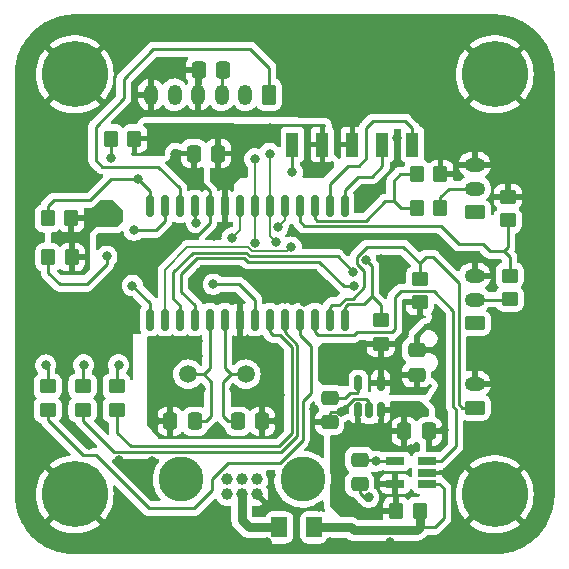
<source format=gbr>
%TF.GenerationSoftware,KiCad,Pcbnew,7.0.8*%
%TF.CreationDate,2024-04-09T20:43:08-04:00*%
%TF.ProjectId,vibBoard,76696242-6f61-4726-942e-6b696361645f,rev?*%
%TF.SameCoordinates,Original*%
%TF.FileFunction,Copper,L2,Bot*%
%TF.FilePolarity,Positive*%
%FSLAX46Y46*%
G04 Gerber Fmt 4.6, Leading zero omitted, Abs format (unit mm)*
G04 Created by KiCad (PCBNEW 7.0.8) date 2024-04-09 20:43:08*
%MOMM*%
%LPD*%
G01*
G04 APERTURE LIST*
G04 Aperture macros list*
%AMRoundRect*
0 Rectangle with rounded corners*
0 $1 Rounding radius*
0 $2 $3 $4 $5 $6 $7 $8 $9 X,Y pos of 4 corners*
0 Add a 4 corners polygon primitive as box body*
4,1,4,$2,$3,$4,$5,$6,$7,$8,$9,$2,$3,0*
0 Add four circle primitives for the rounded corners*
1,1,$1+$1,$2,$3*
1,1,$1+$1,$4,$5*
1,1,$1+$1,$6,$7*
1,1,$1+$1,$8,$9*
0 Add four rect primitives between the rounded corners*
20,1,$1+$1,$2,$3,$4,$5,0*
20,1,$1+$1,$4,$5,$6,$7,0*
20,1,$1+$1,$6,$7,$8,$9,0*
20,1,$1+$1,$8,$9,$2,$3,0*%
G04 Aperture macros list end*
%TA.AperFunction,ComponentPad*%
%ADD10C,3.800000*%
%TD*%
%TA.AperFunction,ComponentPad*%
%ADD11C,1.000000*%
%TD*%
%TA.AperFunction,ComponentPad*%
%ADD12RoundRect,0.250000X0.350000X0.625000X-0.350000X0.625000X-0.350000X-0.625000X0.350000X-0.625000X0*%
%TD*%
%TA.AperFunction,ComponentPad*%
%ADD13O,1.200000X1.750000*%
%TD*%
%TA.AperFunction,ComponentPad*%
%ADD14RoundRect,0.250000X0.625000X-0.350000X0.625000X0.350000X-0.625000X0.350000X-0.625000X-0.350000X0*%
%TD*%
%TA.AperFunction,ComponentPad*%
%ADD15O,1.750000X1.200000*%
%TD*%
%TA.AperFunction,ComponentPad*%
%ADD16C,5.600000*%
%TD*%
%TA.AperFunction,SMDPad,CuDef*%
%ADD17RoundRect,0.250000X0.475000X-0.337500X0.475000X0.337500X-0.475000X0.337500X-0.475000X-0.337500X0*%
%TD*%
%TA.AperFunction,SMDPad,CuDef*%
%ADD18RoundRect,0.250000X0.350000X0.450000X-0.350000X0.450000X-0.350000X-0.450000X0.350000X-0.450000X0*%
%TD*%
%TA.AperFunction,SMDPad,CuDef*%
%ADD19RoundRect,0.250000X0.450000X-0.350000X0.450000X0.350000X-0.450000X0.350000X-0.450000X-0.350000X0*%
%TD*%
%TA.AperFunction,SMDPad,CuDef*%
%ADD20RoundRect,0.250000X-0.450000X0.350000X-0.450000X-0.350000X0.450000X-0.350000X0.450000X0.350000X0*%
%TD*%
%TA.AperFunction,SMDPad,CuDef*%
%ADD21RoundRect,0.250000X0.337500X0.475000X-0.337500X0.475000X-0.337500X-0.475000X0.337500X-0.475000X0*%
%TD*%
%TA.AperFunction,SMDPad,CuDef*%
%ADD22RoundRect,0.250000X-0.475000X0.337500X-0.475000X-0.337500X0.475000X-0.337500X0.475000X0.337500X0*%
%TD*%
%TA.AperFunction,SMDPad,CuDef*%
%ADD23RoundRect,0.250000X-0.337500X-0.475000X0.337500X-0.475000X0.337500X0.475000X-0.337500X0.475000X0*%
%TD*%
%TA.AperFunction,SMDPad,CuDef*%
%ADD24R,1.560000X0.650000*%
%TD*%
%TA.AperFunction,SMDPad,CuDef*%
%ADD25RoundRect,0.250000X-0.350000X-0.450000X0.350000X-0.450000X0.350000X0.450000X-0.350000X0.450000X0*%
%TD*%
%TA.AperFunction,SMDPad,CuDef*%
%ADD26RoundRect,0.250001X-0.462499X-0.624999X0.462499X-0.624999X0.462499X0.624999X-0.462499X0.624999X0*%
%TD*%
%TA.AperFunction,SMDPad,CuDef*%
%ADD27RoundRect,0.150000X0.150000X-0.750000X0.150000X0.750000X-0.150000X0.750000X-0.150000X-0.750000X0*%
%TD*%
%TA.AperFunction,SMDPad,CuDef*%
%ADD28RoundRect,0.150000X0.150000X-0.512500X0.150000X0.512500X-0.150000X0.512500X-0.150000X-0.512500X0*%
%TD*%
%TA.AperFunction,ComponentPad*%
%ADD29C,1.500000*%
%TD*%
%TA.AperFunction,SMDPad,CuDef*%
%ADD30R,1.000000X2.000000*%
%TD*%
%TA.AperFunction,ViaPad*%
%ADD31C,0.800000*%
%TD*%
%TA.AperFunction,Conductor*%
%ADD32C,0.381000*%
%TD*%
%TA.AperFunction,Conductor*%
%ADD33C,0.250000*%
%TD*%
%TA.AperFunction,Conductor*%
%ADD34C,0.762000*%
%TD*%
%TA.AperFunction,Conductor*%
%ADD35C,0.190500*%
%TD*%
%TA.AperFunction,Conductor*%
%ADD36C,0.177800*%
%TD*%
G04 APERTURE END LIST*
D10*
%TO.P,J1,*%
%TO.N,*%
X142354000Y-132080000D03*
X152654000Y-132080000D03*
D11*
%TO.P,J1,1,Pin_1*%
%TO.N,unconnected-(J1-Pin_1-Pad1)*%
X148754000Y-132080000D03*
%TO.P,J1,2,Pin_2*%
%TO.N,/CANL*%
X147504000Y-132080000D03*
%TO.P,J1,3,Pin_3*%
%TO.N,/CANH*%
X146254000Y-132080000D03*
%TO.P,J1,4,Pin_4*%
%TO.N,GND*%
X148754000Y-133330000D03*
%TO.P,J1,5,Pin_5*%
%TO.N,Net-(J1-Pin_5)*%
X147504000Y-133330000D03*
%TO.P,J1,6,Pin_6*%
%TO.N,unconnected-(J1-Pin_6-Pad6)*%
X146254000Y-133330000D03*
%TD*%
D12*
%TO.P,J7,1,Pin_1*%
%TO.N,/SLF3S_4000B_IRQn*%
X149809200Y-99517200D03*
D13*
%TO.P,J7,2,Pin_2*%
%TO.N,/PIC_SDA*%
X147809200Y-99517200D03*
%TO.P,J7,3,Pin_3*%
%TO.N,+3.3V*%
X145809200Y-99517200D03*
%TO.P,J7,4,Pin_4*%
%TO.N,GND*%
X143809200Y-99517200D03*
%TO.P,J7,5,Pin_5*%
%TO.N,/PIC_SCL*%
X141809200Y-99517200D03*
%TO.P,J7,6,Pin_6*%
%TO.N,GND*%
X139809200Y-99517200D03*
%TD*%
D14*
%TO.P,J5,1,Pin_1*%
%TO.N,+5V*%
X167222000Y-118856000D03*
D15*
%TO.P,J5,2,Pin_2*%
%TO.N,Net-(J5-Pin_2)*%
X167222000Y-116856000D03*
%TO.P,J5,3,Pin_3*%
%TO.N,GND*%
X167222000Y-114856000D03*
%TD*%
D14*
%TO.P,J4,1,Pin_1*%
%TO.N,/THMS_SENSE*%
X167222000Y-126000000D03*
D15*
%TO.P,J4,2,Pin_2*%
%TO.N,GND*%
X167222000Y-124000000D03*
%TD*%
D16*
%TO.P,H3,1,1*%
%TO.N,GND*%
X133350000Y-133350000D03*
%TD*%
D14*
%TO.P,J6,1,Pin_1*%
%TO.N,+5V*%
X167222000Y-109458000D03*
D15*
%TO.P,J6,2,Pin_2*%
%TO.N,Net-(J6-Pin_2)*%
X167222000Y-107458000D03*
%TO.P,J6,3,Pin_3*%
%TO.N,GND*%
X167222000Y-105458000D03*
%TD*%
D16*
%TO.P,H1,1,1*%
%TO.N,GND*%
X133350000Y-97790000D03*
%TD*%
%TO.P,H4,1,1*%
%TO.N,GND*%
X168910000Y-133350000D03*
%TD*%
%TO.P,H2,1,1*%
%TO.N,GND*%
X168910000Y-97790000D03*
%TD*%
D17*
%TO.P,C3,1*%
%TO.N,+3.3V*%
X162306000Y-123211500D03*
%TO.P,C3,2*%
%TO.N,GND*%
X162306000Y-121136500D03*
%TD*%
D18*
%TO.P,R3,1*%
%TO.N,+3.3V*%
X133064000Y-109982000D03*
%TO.P,R3,2*%
%TO.N,/PIC_MICRO_SD_SDI*%
X131064000Y-109982000D03*
%TD*%
D19*
%TO.P,R11,1*%
%TO.N,/PT_1_SENSE*%
X170027600Y-110153200D03*
%TO.P,R11,2*%
%TO.N,GND*%
X170027600Y-108153200D03*
%TD*%
%TO.P,R10,1*%
%TO.N,Net-(J5-Pin_2)*%
X170180000Y-116824000D03*
%TO.P,R10,2*%
%TO.N,/PT_1_SENSE*%
X170180000Y-114824000D03*
%TD*%
D20*
%TO.P,R6,1*%
%TO.N,Net-(D2-K)*%
X134024000Y-124185500D03*
%TO.P,R6,2*%
%TO.N,Net-(U4-RA3)*%
X134024000Y-126185500D03*
%TD*%
D21*
%TO.P,C6,1*%
%TO.N,/OSC2*%
X143531500Y-127177800D03*
%TO.P,C6,2*%
%TO.N,GND*%
X141456500Y-127177800D03*
%TD*%
D22*
%TO.P,C2,1*%
%TO.N,Net-(U1-BP)*%
X154940000Y-125179000D03*
%TO.P,C2,2*%
%TO.N,GND*%
X154940000Y-127254000D03*
%TD*%
D23*
%TO.P,C13,1*%
%TO.N,GND*%
X143840200Y-97434400D03*
%TO.P,C13,2*%
%TO.N,+3.3V*%
X145915200Y-97434400D03*
%TD*%
D19*
%TO.P,R8,1*%
%TO.N,+3.3V*%
X159258000Y-120618000D03*
%TO.P,R8,2*%
%TO.N,/~{MCLR}*%
X159258000Y-118618000D03*
%TD*%
D20*
%TO.P,R5,1*%
%TO.N,Net-(D1-K)*%
X136906000Y-124185500D03*
%TO.P,R5,2*%
%TO.N,Net-(U4-RA4)*%
X136906000Y-126185500D03*
%TD*%
D19*
%TO.P,R9,1*%
%TO.N,+3.3V*%
X162560000Y-117094000D03*
%TO.P,R9,2*%
%TO.N,/THMS_SENSE*%
X162560000Y-115094000D03*
%TD*%
D18*
%TO.P,R12,1*%
%TO.N,Net-(J6-Pin_2)*%
X164306000Y-109118400D03*
%TO.P,R12,2*%
%TO.N,/PT_2_SENSE*%
X162306000Y-109118400D03*
%TD*%
%TO.P,R2,1*%
%TO.N,+3.3V*%
X138414000Y-103225600D03*
%TO.P,R2,2*%
%TO.N,Net-(J3-DAT1)*%
X136414000Y-103225600D03*
%TD*%
D24*
%TO.P,U2,1,VO*%
%TO.N,/CURR_SENSE*%
X163195000Y-130556000D03*
%TO.P,U2,2,GND*%
%TO.N,GND*%
X163195000Y-131506000D03*
%TO.P,U2,3,IN+*%
%TO.N,Net-(U2-IN+)*%
X163195000Y-132456000D03*
%TO.P,U2,4,IN-*%
%TO.N,+5V*%
X160495000Y-132456000D03*
%TO.P,U2,5,VS*%
%TO.N,+3.3V*%
X160495000Y-130556000D03*
%TD*%
D21*
%TO.P,C11,1*%
%TO.N,+3.3V*%
X145491200Y-104495600D03*
%TO.P,C11,2*%
%TO.N,GND*%
X143416200Y-104495600D03*
%TD*%
D25*
%TO.P,R13,1*%
%TO.N,/PT_2_SENSE*%
X162322000Y-106222800D03*
%TO.P,R13,2*%
%TO.N,GND*%
X164322000Y-106222800D03*
%TD*%
D26*
%TO.P,F1,1*%
%TO.N,Net-(J1-Pin_5)*%
X150658500Y-136144000D03*
%TO.P,F1,2*%
%TO.N,Net-(U2-IN+)*%
X153633500Y-136144000D03*
%TD*%
D27*
%TO.P,U4,1,~{MCLR}*%
%TO.N,/~{MCLR}*%
X156210000Y-118566000D03*
%TO.P,U4,2,RA0*%
%TO.N,/THMS_SENSE*%
X154940000Y-118566000D03*
%TO.P,U4,3,RA1*%
%TO.N,/CURR_SENSE*%
X153670000Y-118566000D03*
%TO.P,U4,4,RA2*%
%TO.N,Net-(U4-RA2)*%
X152400000Y-118566000D03*
%TO.P,U4,5,RA3*%
%TO.N,Net-(U4-RA3)*%
X151130000Y-118566000D03*
%TO.P,U4,6,RA4*%
%TO.N,Net-(U4-RA4)*%
X149860000Y-118566000D03*
%TO.P,U4,7,RA5*%
%TO.N,/PIC_MICRO_SD_CS*%
X148590000Y-118566000D03*
%TO.P,U4,8,VSS*%
%TO.N,GND*%
X147320000Y-118566000D03*
%TO.P,U4,9,RA7/OSC1*%
%TO.N,/OSC1*%
X146050000Y-118566000D03*
%TO.P,U4,10,RA6/OSC2*%
%TO.N,/OSC2*%
X144780000Y-118566000D03*
%TO.P,U4,11,RC0*%
%TO.N,/CANTX*%
X143510000Y-118566000D03*
%TO.P,U4,12,RC1*%
%TO.N,/CANRX*%
X142240000Y-118566000D03*
%TO.P,U4,13,RC2*%
%TO.N,/FXLS8974CFR3_SA0*%
X140970000Y-118566000D03*
%TO.P,U4,14,RC3*%
%TO.N,/PIC_MICRO_SD_SCK*%
X139700000Y-118566000D03*
%TO.P,U4,15,RC4*%
%TO.N,/PIC_MICRO_SD_SDI*%
X139700000Y-108966000D03*
%TO.P,U4,16,RC5*%
%TO.N,/PIC_MICRO_SD_SDO*%
X140970000Y-108966000D03*
%TO.P,U4,17,RC6*%
%TO.N,/SLF3S_4000B_IRQn*%
X142240000Y-108966000D03*
%TO.P,U4,18,RC7*%
%TO.N,/FXLS8974CFR3_WAKE_UP*%
X143510000Y-108966000D03*
%TO.P,U4,19,VSS*%
%TO.N,GND*%
X144780000Y-108966000D03*
%TO.P,U4,20,VDD*%
%TO.N,+3.3V*%
X146050000Y-108966000D03*
%TO.P,U4,21,RB0*%
%TO.N,/FXLS8974CFR3_INT1*%
X147320000Y-108966000D03*
%TO.P,U4,22,RB1*%
%TO.N,/PIC_SCL*%
X148590000Y-108966000D03*
%TO.P,U4,23,RB2*%
%TO.N,/PIC_SDA*%
X149860000Y-108966000D03*
%TO.P,U4,24,RB3*%
%TO.N,/FXLS8974CFR3_INT2*%
X151130000Y-108966000D03*
%TO.P,U4,25,RB4*%
%TO.N,/PT_1_SENSE*%
X152400000Y-108966000D03*
%TO.P,U4,26,RB5*%
%TO.N,/PT_2_SENSE*%
X153670000Y-108966000D03*
%TO.P,U4,27,RB6/ICSPCLK*%
%TO.N,/ICSPCLK*%
X154940000Y-108966000D03*
%TO.P,U4,28,RB7/ICSPDAT*%
%TO.N,/ICSPDAT*%
X156210000Y-108966000D03*
%TD*%
D18*
%TO.P,R4,1*%
%TO.N,+3.3V*%
X133096000Y-113284000D03*
%TO.P,R4,2*%
%TO.N,Net-(J3-DAT2)*%
X131096000Y-113284000D03*
%TD*%
D25*
%TO.P,R1,1*%
%TO.N,+5V*%
X160560000Y-134742000D03*
%TO.P,R1,2*%
%TO.N,Net-(U2-IN+)*%
X162560000Y-134742000D03*
%TD*%
D23*
%TO.P,C1,1*%
%TO.N,+5V*%
X161268500Y-128016000D03*
%TO.P,C1,2*%
%TO.N,GND*%
X163343500Y-128016000D03*
%TD*%
D20*
%TO.P,R7,1*%
%TO.N,Net-(D3-K)*%
X131064000Y-124206000D03*
%TO.P,R7,2*%
%TO.N,Net-(U4-RA2)*%
X131064000Y-126206000D03*
%TD*%
D28*
%TO.P,U1,1,IN*%
%TO.N,+5V*%
X159258000Y-126227000D03*
%TO.P,U1,2,GND*%
%TO.N,GND*%
X158308000Y-126227000D03*
%TO.P,U1,3,EN*%
%TO.N,+5V*%
X157358000Y-126227000D03*
%TO.P,U1,4,BP*%
%TO.N,Net-(U1-BP)*%
X157358000Y-123952000D03*
%TO.P,U1,5,OUT*%
%TO.N,+3.3V*%
X159258000Y-123952000D03*
%TD*%
D23*
%TO.P,C5,1*%
%TO.N,/OSC1*%
X147167600Y-127177800D03*
%TO.P,C5,2*%
%TO.N,GND*%
X149242600Y-127177800D03*
%TD*%
D22*
%TO.P,C4,1*%
%TO.N,+3.3V*%
X157480000Y-130407500D03*
%TO.P,C4,2*%
%TO.N,GND*%
X157480000Y-132482500D03*
%TD*%
D29*
%TO.P,Y1,1,1*%
%TO.N,/OSC1*%
X147828000Y-123190000D03*
%TO.P,Y1,2,2*%
%TO.N,/OSC2*%
X142948000Y-123190000D03*
%TD*%
D30*
%TO.P,J2,1,Pin_1*%
%TO.N,/ICSPCLK*%
X161950400Y-103733600D03*
%TO.P,J2,2,Pin_2*%
%TO.N,/ICSPDAT*%
X159410400Y-103733600D03*
%TO.P,J2,3,Pin_3*%
%TO.N,GND*%
X156870400Y-103733600D03*
%TO.P,J2,4,Pin_4*%
%TO.N,+3.3V*%
X154330400Y-103733600D03*
%TO.P,J2,5,Pin_5*%
%TO.N,/~{MCLR}*%
X151790400Y-103733600D03*
%TD*%
D31*
%TO.N,+5V*%
X162763200Y-126314200D03*
X161798000Y-129540000D03*
%TO.N,GND*%
X164592000Y-127889000D03*
X141859000Y-124587000D03*
X132588000Y-107442000D03*
X150520400Y-127177800D03*
X162560000Y-112014000D03*
X146812000Y-124460000D03*
X150749000Y-124968000D03*
X154076400Y-134416800D03*
X140081000Y-124968000D03*
X172974000Y-106680000D03*
X165100000Y-131572000D03*
X142798800Y-100965000D03*
X130302000Y-136144000D03*
X155885748Y-126365000D03*
X170688000Y-137160000D03*
X145389600Y-127838200D03*
X137769600Y-101396800D03*
X165100000Y-93726000D03*
X132054600Y-129641600D03*
X159258000Y-113411000D03*
X139700000Y-137414000D03*
X172974000Y-101600000D03*
X143764000Y-121666000D03*
X153593800Y-126136400D03*
X164338000Y-104648000D03*
X144526000Y-93726000D03*
X154940000Y-93726000D03*
X142240000Y-121666000D03*
X140208000Y-127177800D03*
X147066000Y-120396000D03*
X140208000Y-121285000D03*
X167132000Y-113284000D03*
X163703000Y-119126000D03*
X129286000Y-101600000D03*
X172974000Y-121920000D03*
X132334000Y-119380000D03*
X160020000Y-137414000D03*
X137109200Y-130454400D03*
X134620000Y-137414000D03*
X161036000Y-114477800D03*
X172974000Y-111760000D03*
X143256000Y-106680000D03*
X158242000Y-133604000D03*
X149860000Y-93726000D03*
X137058400Y-133477000D03*
X139319000Y-112522000D03*
X151156612Y-116770823D03*
X164084000Y-123190000D03*
X139446000Y-93726000D03*
X141579600Y-97231200D03*
X172974000Y-132334000D03*
X160680400Y-103174800D03*
X145161000Y-134493000D03*
X141884400Y-104495600D03*
X172974000Y-97028000D03*
X149606000Y-137414000D03*
X172974000Y-116840000D03*
X169926000Y-93726000D03*
X141224000Y-122936000D03*
X148844000Y-124587000D03*
X129286000Y-132080000D03*
X129286000Y-121920000D03*
X172974000Y-127254000D03*
X141071600Y-112522000D03*
X153517600Y-129108200D03*
X139928600Y-130505200D03*
X160020000Y-93726000D03*
X143967200Y-114554000D03*
X144018000Y-124460000D03*
X134569200Y-129133600D03*
X129286000Y-111760000D03*
X134366000Y-93726000D03*
X149098000Y-120396000D03*
X148590000Y-121666000D03*
X154940000Y-137414000D03*
X129286000Y-116840000D03*
X156108400Y-112166400D03*
X144780000Y-137414000D03*
X141732000Y-120396000D03*
X170027600Y-106527600D03*
X149606000Y-122936000D03*
X143764000Y-120396000D03*
X150495000Y-121158000D03*
X152806400Y-117077550D03*
X147066000Y-121666000D03*
X129286000Y-106680000D03*
X129286000Y-127000000D03*
X157784800Y-108508800D03*
X129286000Y-96774000D03*
X167894000Y-122428000D03*
X148844000Y-134747000D03*
X139725400Y-133121400D03*
X156819600Y-101650800D03*
X151790400Y-111099600D03*
X149987000Y-131699000D03*
X165100000Y-137414000D03*
%TO.N,+3.3V*%
X154914600Y-123672600D03*
X158872000Y-130556000D03*
X145135600Y-111455200D03*
X131902200Y-111607600D03*
X136372600Y-109524800D03*
X146405600Y-102616000D03*
X147523200Y-105918000D03*
X149885400Y-102311200D03*
X154330400Y-105714800D03*
X154432000Y-121031000D03*
X155956000Y-121031000D03*
%TO.N,Net-(D1-K)*%
X137072000Y-122391500D03*
%TO.N,Net-(D2-K)*%
X134112000Y-122391500D03*
%TO.N,Net-(D3-K)*%
X130898000Y-122412000D03*
%TO.N,/~{MCLR}*%
X151790400Y-106070400D03*
X157992299Y-113542299D03*
%TO.N,Net-(J3-DAT1)*%
X136414000Y-104886000D03*
%TO.N,/PIC_MICRO_SD_CS*%
X145084800Y-115570000D03*
%TO.N,/PIC_MICRO_SD_SDO*%
X138379200Y-110994000D03*
%TO.N,/PIC_MICRO_SD_SCK*%
X138226800Y-115671600D03*
%TO.N,/PIC_MICRO_SD_SDI*%
X138684000Y-106680000D03*
%TO.N,Net-(J3-DAT2)*%
X136064000Y-113204000D03*
%TO.N,/PIC_SDA*%
X150418800Y-112014000D03*
X149860000Y-104495600D03*
%TO.N,/PIC_SCL*%
X148590000Y-104952800D03*
X148649750Y-112090522D03*
%TO.N,/CANTX*%
X156967701Y-115692701D03*
%TO.N,/CANRX*%
X156944548Y-114544452D03*
%TO.N,/FXLS8974CFR3_SA0*%
X151688800Y-112420400D03*
%TO.N,/FXLS8974CFR3_WAKE_UP*%
X143662400Y-110337600D03*
%TO.N,/FXLS8974CFR3_INT1*%
X146685000Y-111633000D03*
%TO.N,/FXLS8974CFR3_INT2*%
X150554750Y-110718600D03*
%TD*%
D32*
%TO.N,+5V*%
X159258000Y-126227000D02*
X159258000Y-127254000D01*
D33*
%TO.N,GND*%
X142036800Y-111556800D02*
X143586200Y-111556800D01*
X143764000Y-106680000D02*
X143256000Y-106680000D01*
X144475200Y-116789200D02*
X143738600Y-116052600D01*
X147320000Y-118566000D02*
X147320000Y-120142000D01*
X154940000Y-126492000D02*
X154940000Y-127254000D01*
D32*
X162306000Y-119888000D02*
X163068000Y-119126000D01*
D33*
X143738600Y-114782600D02*
X143967200Y-114554000D01*
X158308000Y-125564500D02*
X158308000Y-126227000D01*
X165034000Y-131506000D02*
X165100000Y-131572000D01*
X147320000Y-117119400D02*
X146989800Y-116789200D01*
X147320000Y-120142000D02*
X147066000Y-120396000D01*
X141782800Y-97434400D02*
X141579600Y-97231200D01*
X144780000Y-110363000D02*
X144780000Y-108966000D01*
X143738600Y-116052600D02*
X143738600Y-114782600D01*
X155885748Y-126365000D02*
X157011248Y-125239500D01*
D32*
X163068000Y-119126000D02*
X163703000Y-119126000D01*
X162306000Y-121136500D02*
X162306000Y-119888000D01*
D33*
X157983000Y-125239500D02*
X158308000Y-125564500D01*
X158242000Y-133604000D02*
X157861000Y-133604000D01*
X143840200Y-97434400D02*
X141782800Y-97434400D01*
X146989800Y-116789200D02*
X144475200Y-116789200D01*
X157480000Y-133223000D02*
X157480000Y-132482500D01*
X157011248Y-125239500D02*
X157983000Y-125239500D01*
X149098000Y-120396000D02*
X149225000Y-120269000D01*
X144780000Y-108966000D02*
X144780000Y-107696000D01*
X155885748Y-126365000D02*
X155067000Y-126365000D01*
X144780000Y-107696000D02*
X143764000Y-106680000D01*
X143586200Y-111556800D02*
X144780000Y-110363000D01*
X155067000Y-126365000D02*
X154940000Y-126492000D01*
X147320000Y-118566000D02*
X147320000Y-117119400D01*
X157861000Y-133604000D02*
X157480000Y-133223000D01*
X141071600Y-112522000D02*
X142036800Y-111556800D01*
X163195000Y-131506000D02*
X165034000Y-131506000D01*
X143840200Y-97434400D02*
X143840200Y-99486200D01*
X143840200Y-99486200D02*
X143809200Y-99517200D01*
%TO.N,Net-(U1-BP)*%
X154940000Y-125179000D02*
X156253000Y-125179000D01*
X156253000Y-125179000D02*
X156642500Y-124789500D01*
X157358000Y-124709000D02*
X157358000Y-123952000D01*
X156642500Y-124789500D02*
X157277500Y-124789500D01*
X157277500Y-124789500D02*
X157358000Y-124709000D01*
%TO.N,+3.3V*%
X145809200Y-97595100D02*
X145969900Y-97434400D01*
X158723500Y-130407500D02*
X157480000Y-130407500D01*
X145809200Y-99517200D02*
X145809200Y-97595100D01*
X158872000Y-130556000D02*
X160495000Y-130556000D01*
X158872000Y-130556000D02*
X158723500Y-130407500D01*
%TO.N,/OSC1*%
X146354800Y-127177800D02*
X147167600Y-127177800D01*
X147828000Y-123190000D02*
X146558000Y-123190000D01*
X145923000Y-126746000D02*
X146354800Y-127177800D01*
X146558000Y-123190000D02*
X145923000Y-123825000D01*
X145923000Y-123825000D02*
X145923000Y-126746000D01*
X146050000Y-122682000D02*
X146050000Y-118566000D01*
X146558000Y-123190000D02*
X146050000Y-122682000D01*
%TO.N,/OSC2*%
X144780000Y-122682000D02*
X144780000Y-118566000D01*
X144907000Y-126720600D02*
X144449800Y-127177800D01*
X144272000Y-123190000D02*
X144907000Y-123825000D01*
X144272000Y-123190000D02*
X144780000Y-122682000D01*
X144449800Y-127177800D02*
X143531500Y-127177800D01*
X142948000Y-123190000D02*
X144272000Y-123190000D01*
X144907000Y-123825000D02*
X144907000Y-126720600D01*
%TO.N,Net-(D1-K)*%
X137072000Y-122391500D02*
X136906000Y-122557500D01*
X136906000Y-122557500D02*
X136906000Y-124185500D01*
%TO.N,Net-(D2-K)*%
X134024000Y-122479500D02*
X134024000Y-124185500D01*
X134112000Y-122391500D02*
X134024000Y-122479500D01*
%TO.N,Net-(D3-K)*%
X130898000Y-122412000D02*
X131064000Y-122578000D01*
X131064000Y-122578000D02*
X131064000Y-124206000D01*
D34*
%TO.N,Net-(J1-Pin_5)*%
X147504000Y-133330000D02*
X147504000Y-135566000D01*
X147504000Y-135566000D02*
X148082000Y-136144000D01*
X148082000Y-136144000D02*
X150658500Y-136144000D01*
D33*
%TO.N,Net-(U2-IN+)*%
X164206000Y-132456000D02*
X164592000Y-132842000D01*
D34*
X156718000Y-136144000D02*
X153633500Y-136144000D01*
D33*
X164592000Y-135382000D02*
X163830000Y-136144000D01*
X163195000Y-132456000D02*
X164206000Y-132456000D01*
X164592000Y-132842000D02*
X164592000Y-135382000D01*
D34*
X162560000Y-136144000D02*
X162306000Y-136398000D01*
X156972000Y-136398000D02*
X156718000Y-136144000D01*
X162560000Y-134742000D02*
X162560000Y-136144000D01*
D33*
X163830000Y-136144000D02*
X162560000Y-136144000D01*
D34*
X162306000Y-136398000D02*
X156972000Y-136398000D01*
D33*
%TO.N,/ICSPCLK*%
X158597600Y-101752400D02*
X161340800Y-101752400D01*
X154940000Y-107035600D02*
X156464000Y-105511600D01*
X161950400Y-102362000D02*
X161950400Y-103733600D01*
X157429200Y-105511600D02*
X158038800Y-104902000D01*
X161340800Y-101752400D02*
X161950400Y-102362000D01*
X158038800Y-104902000D02*
X158038800Y-102311200D01*
X156464000Y-105511600D02*
X157429200Y-105511600D01*
X158038800Y-102311200D02*
X158597600Y-101752400D01*
X154940000Y-108966000D02*
X154940000Y-107035600D01*
%TO.N,/ICSPDAT*%
X158496000Y-106476800D02*
X157302200Y-106476800D01*
X156210000Y-107569000D02*
X156210000Y-108966000D01*
X159410400Y-105562400D02*
X158496000Y-106476800D01*
X157302200Y-106476800D02*
X156210000Y-107569000D01*
X159410400Y-103733600D02*
X159410400Y-105562400D01*
%TO.N,/~{MCLR}*%
X158496000Y-114046000D02*
X157992299Y-113542299D01*
X158496000Y-116586000D02*
X157861000Y-117221000D01*
X156466792Y-117221000D02*
X157861000Y-117221000D01*
X156210000Y-117477792D02*
X156466792Y-117221000D01*
X151790400Y-106070400D02*
X151790400Y-103733600D01*
X158496000Y-116586000D02*
X159258000Y-117348000D01*
X158496000Y-114046000D02*
X158496000Y-116586000D01*
X159258000Y-118618000D02*
X159258000Y-117348000D01*
X156210000Y-118566000D02*
X156210000Y-117477792D01*
%TO.N,Net-(J3-DAT1)*%
X136414000Y-104886000D02*
X136414000Y-103225600D01*
%TO.N,/PIC_MICRO_SD_CS*%
X147269200Y-115570000D02*
X148590000Y-116890800D01*
X145084800Y-115570000D02*
X147269200Y-115570000D01*
X148590000Y-116890800D02*
X148590000Y-118566000D01*
%TO.N,/PIC_MICRO_SD_SDO*%
X140212000Y-110994000D02*
X140970000Y-110236000D01*
X138379200Y-110994000D02*
X140212000Y-110994000D01*
X140970000Y-110236000D02*
X140970000Y-108966000D01*
%TO.N,/PIC_MICRO_SD_SCK*%
X138226800Y-115671600D02*
X139700000Y-117144800D01*
X139700000Y-117144800D02*
X139700000Y-118566000D01*
%TO.N,/PIC_MICRO_SD_SDI*%
X138684000Y-106680000D02*
X136398000Y-106680000D01*
X139700000Y-107696000D02*
X139700000Y-108966000D01*
X138684000Y-106680000D02*
X139700000Y-107696000D01*
X131572000Y-108458000D02*
X131064000Y-108966000D01*
X134620000Y-108458000D02*
X131572000Y-108458000D01*
X136398000Y-106680000D02*
X134620000Y-108458000D01*
X131064000Y-108966000D02*
X131064000Y-109982000D01*
%TO.N,Net-(J3-DAT2)*%
X136064000Y-113872000D02*
X136064000Y-113204000D01*
X131096000Y-113284000D02*
X131096000Y-114586000D01*
X134366000Y-115570000D02*
X136064000Y-113872000D01*
X131096000Y-114586000D02*
X132080000Y-115570000D01*
X132080000Y-115570000D02*
X134366000Y-115570000D01*
%TO.N,Net-(U4-RA4)*%
X150114000Y-119888000D02*
X150747604Y-119888000D01*
X149860000Y-118566000D02*
X149860000Y-119634000D01*
X151739600Y-128192404D02*
X150638804Y-129293200D01*
X149860000Y-119634000D02*
X150114000Y-119888000D01*
X150747604Y-119888000D02*
X151739600Y-120879996D01*
X151739600Y-120879996D02*
X151739600Y-128192404D01*
X138081600Y-129293200D02*
X136906000Y-128117600D01*
X136906000Y-128117600D02*
X136906000Y-126185500D01*
X150638804Y-129293200D02*
X138081600Y-129293200D01*
%TO.N,Net-(U4-RA3)*%
X152189600Y-128378800D02*
X150825200Y-129743200D01*
X136652000Y-129743200D02*
X134024000Y-127115200D01*
X137409505Y-129729400D02*
X136808895Y-129729400D01*
X136795095Y-129743200D02*
X136652000Y-129743200D01*
X136808895Y-129729400D02*
X136795095Y-129743200D01*
X151130000Y-119634000D02*
X152189600Y-120693600D01*
X134024000Y-127115200D02*
X134024000Y-126185500D01*
X150825200Y-129743200D02*
X137423305Y-129743200D01*
X151130000Y-118566000D02*
X151130000Y-119634000D01*
X152189600Y-120693600D02*
X152189600Y-128378800D01*
X137423305Y-129743200D02*
X137409505Y-129729400D01*
%TO.N,Net-(U4-RA2)*%
X152639600Y-128792400D02*
X150749000Y-130683000D01*
X153339800Y-120827800D02*
X153339800Y-124764800D01*
X152400000Y-119888000D02*
X153339800Y-120827800D01*
X145008600Y-132029200D02*
X145008600Y-133019800D01*
X150749000Y-130683000D02*
X146354800Y-130683000D01*
X131064000Y-127076200D02*
X131064000Y-126206000D01*
X145008600Y-133019800D02*
X143484600Y-134543800D01*
X152639600Y-125465000D02*
X152639600Y-128792400D01*
X135128000Y-130048000D02*
X134035800Y-130048000D01*
X146354800Y-130683000D02*
X145008600Y-132029200D01*
X139623800Y-134543800D02*
X135128000Y-130048000D01*
X134035800Y-130048000D02*
X131064000Y-127076200D01*
X152400000Y-118566000D02*
X152400000Y-119888000D01*
X153339800Y-124764800D02*
X152639600Y-125465000D01*
X143484600Y-134543800D02*
X139623800Y-134543800D01*
%TO.N,/CURR_SENSE*%
X153924000Y-119888000D02*
X153670000Y-119634000D01*
X165412000Y-117794413D02*
X163786587Y-116169000D01*
X160191587Y-119634000D02*
X157226000Y-119634000D01*
X153670000Y-119634000D02*
X153670000Y-118566000D01*
X163786587Y-116169000D02*
X160945000Y-116169000D01*
X165608000Y-126112396D02*
X165412000Y-125916396D01*
X163195000Y-130556000D02*
X164338000Y-130556000D01*
X157226000Y-119634000D02*
X156972000Y-119888000D01*
X156972000Y-119888000D02*
X153924000Y-119888000D01*
X165412000Y-125916396D02*
X165412000Y-117794413D01*
X160445587Y-116668413D02*
X160445587Y-119380000D01*
X160945000Y-116169000D02*
X160445587Y-116668413D01*
X164338000Y-130556000D02*
X165608000Y-129286000D01*
X160445587Y-119380000D02*
X160191587Y-119634000D01*
X165608000Y-129286000D02*
X165608000Y-126112396D01*
%TO.N,/THMS_SENSE*%
X157267299Y-113241994D02*
X158088893Y-112420400D01*
X161188400Y-112420400D02*
X162560000Y-113792000D01*
X156914000Y-116771000D02*
X157861000Y-115824000D01*
X162560000Y-113792000D02*
X162560000Y-115094000D01*
X165862000Y-115443000D02*
X163703000Y-113284000D01*
X163068000Y-113284000D02*
X162560000Y-113792000D01*
X166132000Y-126000000D02*
X165862000Y-125730000D01*
X163703000Y-113284000D02*
X163068000Y-113284000D01*
X167222000Y-126000000D02*
X166132000Y-126000000D01*
X156280396Y-116771000D02*
X156914000Y-116771000D01*
X157861000Y-115824000D02*
X157861000Y-114436305D01*
X155125000Y-117290000D02*
X155761396Y-117290000D01*
X157267299Y-113842604D02*
X157267299Y-113241994D01*
X155761396Y-117290000D02*
X156280396Y-116771000D01*
X157861000Y-114436305D02*
X157267299Y-113842604D01*
X154940000Y-118566000D02*
X154940000Y-117475000D01*
X154940000Y-117475000D02*
X155125000Y-117290000D01*
X165862000Y-125730000D02*
X165862000Y-115443000D01*
X158088893Y-112420400D02*
X161188400Y-112420400D01*
%TO.N,Net-(J5-Pin_2)*%
X170148000Y-116856000D02*
X170180000Y-116824000D01*
X167222000Y-116856000D02*
X170148000Y-116856000D01*
%TO.N,Net-(J6-Pin_2)*%
X165033200Y-107458000D02*
X167222000Y-107458000D01*
X164306000Y-109118400D02*
X164306000Y-108185200D01*
X164306000Y-108185200D02*
X165033200Y-107458000D01*
%TO.N,/PT_1_SENSE*%
X169672000Y-112776000D02*
X168529000Y-112776000D01*
X164362000Y-110641000D02*
X152805000Y-110641000D01*
X152400000Y-110236000D02*
X152400000Y-108966000D01*
X170027600Y-112420400D02*
X170027600Y-110153200D01*
X168529000Y-112776000D02*
X167894000Y-112141000D01*
X170180000Y-113284000D02*
X169672000Y-112776000D01*
X169672000Y-112776000D02*
X170027600Y-112420400D01*
X167894000Y-112141000D02*
X165862000Y-112141000D01*
X165862000Y-112141000D02*
X164362000Y-110641000D01*
X170180000Y-114824000D02*
X170180000Y-113284000D01*
X152805000Y-110641000D02*
X152400000Y-110236000D01*
%TO.N,/PT_2_SENSE*%
X160375600Y-106781600D02*
X160375600Y-108508800D01*
X153879000Y-110191000D02*
X157982200Y-110191000D01*
X162322000Y-106222800D02*
X160934400Y-106222800D01*
X160985200Y-109118400D02*
X162306000Y-109118400D01*
X153670000Y-109982000D02*
X153879000Y-110191000D01*
X153670000Y-108966000D02*
X153670000Y-109982000D01*
X159664400Y-108508800D02*
X160375600Y-108508800D01*
X160375600Y-108508800D02*
X160985200Y-109118400D01*
X160934400Y-106222800D02*
X160375600Y-106781600D01*
X157982200Y-110191000D02*
X159664400Y-108508800D01*
%TO.N,/SLF3S_4000B_IRQn*%
X149809200Y-99517200D02*
X149809200Y-97231200D01*
X140004800Y-95656400D02*
X137515600Y-98145600D01*
X135128000Y-105054400D02*
X135684600Y-105611000D01*
X135684600Y-105611000D02*
X140409000Y-105611000D01*
X148234400Y-95656400D02*
X140004800Y-95656400D01*
X142240000Y-107442000D02*
X142240000Y-108966000D01*
X135128000Y-102209600D02*
X135128000Y-105054400D01*
X137515600Y-98145600D02*
X137515600Y-99822000D01*
X140409000Y-105611000D02*
X142240000Y-107442000D01*
X149809200Y-97231200D02*
X148234400Y-95656400D01*
X137515600Y-99822000D02*
X135128000Y-102209600D01*
D35*
%TO.N,/PIC_SDA*%
X149859500Y-108966500D02*
X149860000Y-108966000D01*
D36*
X149860000Y-108966000D02*
X149860000Y-104495600D01*
X149859500Y-111454700D02*
X149859500Y-108966500D01*
X150418800Y-112014000D02*
X149859500Y-111454700D01*
%TO.N,/PIC_SCL*%
X148590000Y-108966000D02*
X148590000Y-104952800D01*
D35*
X148649750Y-112090522D02*
X148590000Y-112030772D01*
D36*
X148590000Y-112030772D02*
X148590000Y-108966000D01*
D33*
%TO.N,/CANTX*%
X156110201Y-115692701D02*
X154073522Y-113656022D01*
X142341600Y-116179600D02*
X143510000Y-117348000D01*
X143510000Y-117348000D02*
X143510000Y-118566000D01*
X148001299Y-113656022D02*
X147680077Y-113334800D01*
X143713200Y-113334800D02*
X142341600Y-114706400D01*
X154073522Y-113656022D02*
X148001299Y-113656022D01*
X142341600Y-114706400D02*
X142341600Y-116179600D01*
X147680077Y-113334800D02*
X143713200Y-113334800D01*
X156967701Y-115692701D02*
X156110201Y-115692701D01*
%TO.N,/CANRX*%
X156944548Y-114544452D02*
X155606118Y-113206022D01*
X141681200Y-114554000D02*
X141681200Y-116789200D01*
X143357600Y-112877600D02*
X141681200Y-114554000D01*
X148187695Y-113206022D02*
X147859273Y-112877600D01*
X147859273Y-112877600D02*
X143357600Y-112877600D01*
X142240000Y-117348000D02*
X142240000Y-118566000D01*
X155606118Y-113206022D02*
X148187695Y-113206022D01*
X141681200Y-116789200D02*
X142240000Y-117348000D01*
D35*
%TO.N,/FXLS8974CFR3_SA0*%
X148361768Y-112785772D02*
X147996396Y-112420400D01*
X151323428Y-112785772D02*
X148361768Y-112785772D01*
X140970000Y-114350800D02*
X140970000Y-118566000D01*
X142900400Y-112420400D02*
X140970000Y-114350800D01*
X151688800Y-112420400D02*
X151323428Y-112785772D01*
X147996396Y-112420400D02*
X142900400Y-112420400D01*
D33*
%TO.N,/FXLS8974CFR3_WAKE_UP*%
X143510000Y-108966000D02*
X143510000Y-110185200D01*
X143510000Y-110185200D02*
X143662400Y-110337600D01*
D36*
%TO.N,/FXLS8974CFR3_INT1*%
X146685000Y-111633000D02*
X147320000Y-110998000D01*
X147320000Y-110998000D02*
X147320000Y-108966000D01*
D35*
%TO.N,/FXLS8974CFR3_INT2*%
X151130000Y-110143350D02*
X151130000Y-108966000D01*
X150554750Y-110718600D02*
X151130000Y-110143350D01*
%TD*%
%TA.AperFunction,Conductor*%
%TO.N,GND*%
G36*
X158553583Y-133401712D02*
G01*
X158604289Y-133449781D01*
X158615013Y-133473772D01*
X158626468Y-133509026D01*
X158631858Y-133534385D01*
X158637812Y-133591039D01*
X158637812Y-133616959D01*
X158631858Y-133673613D01*
X158626468Y-133698971D01*
X158608864Y-133753151D01*
X158598320Y-133776833D01*
X158569836Y-133826169D01*
X158554599Y-133847141D01*
X158516488Y-133889468D01*
X158497222Y-133906815D01*
X158451124Y-133940306D01*
X158428675Y-133953267D01*
X158376639Y-133976435D01*
X158351986Y-133984445D01*
X158296261Y-133996290D01*
X158270483Y-133999000D01*
X158213516Y-133999000D01*
X158187736Y-133996290D01*
X158165984Y-133991666D01*
X158132010Y-133984445D01*
X158107356Y-133976434D01*
X158055325Y-133953268D01*
X158032878Y-133940308D01*
X157986777Y-133906815D01*
X157967514Y-133889472D01*
X157898736Y-133813086D01*
X157896431Y-133810373D01*
X157893660Y-133806914D01*
X157866406Y-133776001D01*
X157836838Y-133712698D01*
X157846188Y-133643457D01*
X157891489Y-133590262D01*
X157958357Y-133570004D01*
X157959420Y-133569999D01*
X158004972Y-133569999D01*
X158004986Y-133569998D01*
X158107697Y-133559505D01*
X158274119Y-133504358D01*
X158274124Y-133504356D01*
X158429491Y-133408525D01*
X158430748Y-133410563D01*
X158484938Y-133388687D01*
X158553583Y-133401712D01*
G37*
%TD.AperFunction*%
%TA.AperFunction,Conductor*%
G36*
X137305713Y-130358795D02*
G01*
X137344286Y-130368700D01*
X137364321Y-130368700D01*
X137383719Y-130370226D01*
X137403499Y-130373359D01*
X137403500Y-130373360D01*
X137403500Y-130373359D01*
X137403501Y-130373360D01*
X137449889Y-130368975D01*
X137455727Y-130368700D01*
X140390741Y-130368700D01*
X140457780Y-130388385D01*
X140503535Y-130441189D01*
X140513479Y-130510347D01*
X140486285Y-130571741D01*
X140408111Y-130666236D01*
X140246268Y-130921261D01*
X140246265Y-130921267D01*
X140117661Y-131194563D01*
X140117659Y-131194568D01*
X140024320Y-131481835D01*
X139967719Y-131778546D01*
X139967718Y-131778553D01*
X139948754Y-132079994D01*
X139948754Y-132080005D01*
X139967718Y-132381446D01*
X139967719Y-132381453D01*
X139989991Y-132498204D01*
X140017785Y-132643910D01*
X140024320Y-132678164D01*
X140117659Y-132965431D01*
X140117661Y-132965436D01*
X140246265Y-133238732D01*
X140246268Y-133238738D01*
X140408111Y-133493763D01*
X140408114Y-133493767D01*
X140408115Y-133493768D01*
X140591349Y-133715260D01*
X140618914Y-133779461D01*
X140607393Y-133848375D01*
X140560444Y-133900120D01*
X140495805Y-133918300D01*
X139934253Y-133918300D01*
X139867214Y-133898615D01*
X139846572Y-133881981D01*
X136549695Y-130585104D01*
X136516210Y-130523781D01*
X136521194Y-130454089D01*
X136563066Y-130398156D01*
X136625707Y-130373973D01*
X136632194Y-130373359D01*
X136632196Y-130373360D01*
X136678584Y-130368975D01*
X136684422Y-130368700D01*
X136712352Y-130368700D01*
X136727972Y-130370424D01*
X136727999Y-130370139D01*
X136735755Y-130370871D01*
X136735762Y-130370873D01*
X136804909Y-130368700D01*
X136834445Y-130368700D01*
X136841323Y-130367830D01*
X136847136Y-130367372D01*
X136893722Y-130365909D01*
X136912964Y-130360317D01*
X136932032Y-130356371D01*
X136935967Y-130355874D01*
X136939837Y-130355387D01*
X136947597Y-130354900D01*
X137274876Y-130354900D01*
X137305713Y-130358795D01*
G37*
%TD.AperFunction*%
%TA.AperFunction,Conductor*%
G36*
X153634046Y-125457656D02*
G01*
X153689980Y-125499527D01*
X153713805Y-125563406D01*
X153714180Y-125563368D01*
X153714326Y-125564803D01*
X153714397Y-125564992D01*
X153714473Y-125566243D01*
X153725000Y-125669296D01*
X153725001Y-125669299D01*
X153780185Y-125835831D01*
X153780187Y-125835836D01*
X153788472Y-125849268D01*
X153872288Y-125985156D01*
X153996344Y-126109212D01*
X153999628Y-126111237D01*
X153999653Y-126111253D01*
X154001445Y-126113246D01*
X154002011Y-126113693D01*
X154001934Y-126113789D01*
X154046379Y-126163199D01*
X154057603Y-126232161D01*
X154029761Y-126296244D01*
X153999665Y-126322326D01*
X153996660Y-126324179D01*
X153996655Y-126324183D01*
X153872684Y-126448154D01*
X153780643Y-126597375D01*
X153780641Y-126597380D01*
X153725494Y-126763802D01*
X153725493Y-126763809D01*
X153715000Y-126866513D01*
X153715000Y-127004000D01*
X155066000Y-127004000D01*
X155133039Y-127023685D01*
X155178794Y-127076489D01*
X155190000Y-127128000D01*
X155190000Y-127380000D01*
X155170315Y-127447039D01*
X155117511Y-127492794D01*
X155066000Y-127504000D01*
X153715001Y-127504000D01*
X153715001Y-127641486D01*
X153725494Y-127744197D01*
X153780641Y-127910619D01*
X153780643Y-127910624D01*
X153872684Y-128059845D01*
X153996654Y-128183815D01*
X154145875Y-128275856D01*
X154145880Y-128275858D01*
X154312302Y-128331005D01*
X154312311Y-128331007D01*
X154323532Y-128332153D01*
X154388224Y-128358547D01*
X154428377Y-128415726D01*
X154434261Y-128461571D01*
X154434500Y-128461571D01*
X154434500Y-128463429D01*
X154434618Y-128464349D01*
X154434500Y-128466000D01*
X154434500Y-130172444D01*
X154414815Y-130239483D01*
X154362011Y-130285238D01*
X154292853Y-130295182D01*
X154229297Y-130266157D01*
X154225617Y-130262837D01*
X154187163Y-130226727D01*
X154187153Y-130226719D01*
X153942806Y-130049191D01*
X153942799Y-130049186D01*
X153942795Y-130049184D01*
X153678104Y-129903668D01*
X153678101Y-129903666D01*
X153678096Y-129903664D01*
X153678095Y-129903663D01*
X153397265Y-129792475D01*
X153397262Y-129792474D01*
X153104694Y-129717357D01*
X152907044Y-129692387D01*
X152843000Y-129664455D01*
X152804225Y-129606333D01*
X152803028Y-129536473D01*
X152834902Y-129481687D01*
X153023388Y-129293201D01*
X153035642Y-129283386D01*
X153035459Y-129283164D01*
X153041466Y-129278192D01*
X153041477Y-129278186D01*
X153076399Y-129240998D01*
X153088827Y-129227764D01*
X153099271Y-129217318D01*
X153109720Y-129206871D01*
X153113979Y-129201378D01*
X153117752Y-129196961D01*
X153149662Y-129162982D01*
X153159313Y-129145424D01*
X153169996Y-129129161D01*
X153182273Y-129113336D01*
X153200785Y-129070553D01*
X153203338Y-129065341D01*
X153225797Y-129024492D01*
X153230780Y-129005080D01*
X153237081Y-128986680D01*
X153245037Y-128968296D01*
X153252329Y-128922252D01*
X153253506Y-128916571D01*
X153265100Y-128871419D01*
X153265100Y-128851383D01*
X153266627Y-128831982D01*
X153269760Y-128812204D01*
X153265375Y-128765815D01*
X153265100Y-128759977D01*
X153265100Y-125775452D01*
X153284785Y-125708413D01*
X153301419Y-125687771D01*
X153389210Y-125599980D01*
X153503034Y-125486155D01*
X153564355Y-125452672D01*
X153634046Y-125457656D01*
G37*
%TD.AperFunction*%
%TA.AperFunction,Conductor*%
G36*
X163965701Y-117233151D02*
G01*
X163972180Y-117239183D01*
X164750181Y-118017184D01*
X164783666Y-118078507D01*
X164786500Y-118104865D01*
X164786500Y-125833651D01*
X164784775Y-125849268D01*
X164785061Y-125849295D01*
X164784326Y-125857061D01*
X164786500Y-125926210D01*
X164786500Y-125955739D01*
X164786501Y-125955756D01*
X164787368Y-125962627D01*
X164787826Y-125968446D01*
X164789290Y-126015020D01*
X164789291Y-126015023D01*
X164794880Y-126034263D01*
X164798824Y-126053307D01*
X164801336Y-126073188D01*
X164818169Y-126115704D01*
X164818490Y-126116515D01*
X164820382Y-126122043D01*
X164833381Y-126166784D01*
X164843580Y-126184030D01*
X164852138Y-126201499D01*
X164859514Y-126220128D01*
X164886898Y-126257819D01*
X164890106Y-126262703D01*
X164913827Y-126302812D01*
X164913833Y-126302820D01*
X164927989Y-126316975D01*
X164940628Y-126331772D01*
X164956992Y-126354295D01*
X164954786Y-126355897D01*
X164980432Y-126406570D01*
X164982500Y-126429125D01*
X164982500Y-128975546D01*
X164962815Y-129042585D01*
X164946181Y-129063227D01*
X164277229Y-129732178D01*
X164215906Y-129765663D01*
X164146215Y-129760679D01*
X164082482Y-129736908D01*
X164082483Y-129736908D01*
X164022883Y-129730501D01*
X164022881Y-129730500D01*
X164022873Y-129730500D01*
X164022865Y-129730500D01*
X163189500Y-129730500D01*
X163122461Y-129710815D01*
X163076706Y-129658011D01*
X163065500Y-129606500D01*
X163065500Y-129320361D01*
X163085185Y-129253322D01*
X163093500Y-129243003D01*
X163093500Y-128266000D01*
X163593500Y-128266000D01*
X163593500Y-129240999D01*
X163730972Y-129240999D01*
X163730986Y-129240998D01*
X163833697Y-129230505D01*
X164000119Y-129175358D01*
X164000124Y-129175356D01*
X164149345Y-129083315D01*
X164273315Y-128959345D01*
X164365356Y-128810124D01*
X164365358Y-128810119D01*
X164420505Y-128643697D01*
X164420506Y-128643690D01*
X164430999Y-128540986D01*
X164431000Y-128540973D01*
X164431000Y-128266000D01*
X163593500Y-128266000D01*
X163093500Y-128266000D01*
X163093500Y-127890000D01*
X163113185Y-127822961D01*
X163165989Y-127777206D01*
X163217500Y-127766000D01*
X164430999Y-127766000D01*
X164430999Y-127491028D01*
X164430998Y-127491013D01*
X164420505Y-127388302D01*
X164365358Y-127221880D01*
X164365356Y-127221875D01*
X164273315Y-127072654D01*
X164149345Y-126948684D01*
X164000124Y-126856643D01*
X164000119Y-126856641D01*
X163907756Y-126826035D01*
X163850311Y-126786262D01*
X163823488Y-126721746D01*
X163824022Y-126690684D01*
X163827500Y-126666500D01*
X163827500Y-126149359D01*
X163825252Y-126115704D01*
X163818622Y-126066299D01*
X163805232Y-126000273D01*
X163747936Y-125868293D01*
X163727927Y-125835831D01*
X163711279Y-125808820D01*
X163711270Y-125808809D01*
X163619121Y-125698330D01*
X163619116Y-125698324D01*
X163404745Y-125505391D01*
X163368084Y-125445913D01*
X163369398Y-125376056D01*
X163408081Y-125318158D01*
X163429378Y-125300322D01*
X163525412Y-125193184D01*
X163525510Y-125193038D01*
X163808456Y-124768618D01*
X163976988Y-124515821D01*
X163979326Y-124512247D01*
X163981567Y-124508792D01*
X164041338Y-124377915D01*
X164061023Y-124310876D01*
X164061024Y-124310872D01*
X164081500Y-124168456D01*
X164081500Y-124104997D01*
X164080862Y-124087131D01*
X164079896Y-124069114D01*
X164049312Y-123928522D01*
X164024895Y-123863058D01*
X164006534Y-123829433D01*
X163959070Y-123742508D01*
X163955944Y-123736783D01*
X163854207Y-123635043D01*
X163851049Y-123632679D01*
X163798279Y-123593174D01*
X163798275Y-123593171D01*
X163798269Y-123593167D01*
X163798266Y-123593165D01*
X163699006Y-123538966D01*
X163671984Y-123524211D01*
X163629141Y-123514892D01*
X163567818Y-123481407D01*
X163534333Y-123420084D01*
X163531499Y-123393726D01*
X163531499Y-123027856D01*
X163551184Y-122960817D01*
X163603988Y-122915062D01*
X163620559Y-122908881D01*
X163713504Y-122881590D01*
X163834543Y-122803802D01*
X163887347Y-122758047D01*
X163981567Y-122649313D01*
X164041338Y-122518436D01*
X164061023Y-122451397D01*
X164061024Y-122451393D01*
X164081500Y-122308977D01*
X164081500Y-122030704D01*
X164080862Y-122012838D01*
X164079896Y-121994821D01*
X164049312Y-121854229D01*
X164024895Y-121788765D01*
X164021549Y-121782638D01*
X163982475Y-121711079D01*
X163955944Y-121662490D01*
X163854207Y-121560750D01*
X163813608Y-121530357D01*
X163798279Y-121518881D01*
X163798275Y-121518878D01*
X163798269Y-121518874D01*
X163798266Y-121518872D01*
X163671985Y-121449919D01*
X163671984Y-121449918D01*
X163608433Y-121436094D01*
X163547110Y-121402609D01*
X163531001Y-121386500D01*
X162180000Y-121386500D01*
X162112961Y-121366815D01*
X162067206Y-121314011D01*
X162056000Y-121262500D01*
X162056000Y-120886500D01*
X162556000Y-120886500D01*
X163530998Y-120886500D01*
X163546881Y-120870617D01*
X163599628Y-120839320D01*
X163713504Y-120805883D01*
X163834543Y-120728095D01*
X163887347Y-120682340D01*
X163981567Y-120573606D01*
X164041338Y-120442729D01*
X164061023Y-120375690D01*
X164061024Y-120375686D01*
X164081500Y-120233270D01*
X164081500Y-120106196D01*
X164079985Y-120078556D01*
X164075512Y-120037863D01*
X164073125Y-120023461D01*
X164066469Y-119983297D01*
X164065338Y-119980307D01*
X164015546Y-119848729D01*
X164006169Y-119831750D01*
X163981769Y-119787566D01*
X163981766Y-119787561D01*
X163981765Y-119787559D01*
X163894999Y-119672799D01*
X163894995Y-119672795D01*
X163852886Y-119641585D01*
X163779403Y-119587121D01*
X163779396Y-119587117D01*
X163779395Y-119587116D01*
X163742707Y-119567310D01*
X163717921Y-119553929D01*
X163640118Y-119525331D01*
X163576988Y-119502126D01*
X163573159Y-119500572D01*
X163564206Y-119496586D01*
X163534080Y-119483173D01*
X163528226Y-119480780D01*
X163519759Y-119477319D01*
X163505149Y-119471610D01*
X163505141Y-119471608D01*
X163364564Y-119441028D01*
X163364554Y-119441027D01*
X163341323Y-119439365D01*
X163294864Y-119436043D01*
X163294862Y-119436043D01*
X163151356Y-119446306D01*
X163151353Y-119446306D01*
X163151353Y-119446307D01*
X163016545Y-119496586D01*
X163016540Y-119496589D01*
X162955233Y-119530065D01*
X162955222Y-119530070D01*
X162955221Y-119530070D01*
X162840033Y-119616301D01*
X162822970Y-119633364D01*
X162822970Y-119633365D01*
X162815112Y-119641585D01*
X162803767Y-119653999D01*
X162788829Y-119671103D01*
X162787783Y-119672799D01*
X162713295Y-119793563D01*
X162713294Y-119793565D01*
X162686118Y-119856111D01*
X162685681Y-119857045D01*
X162685453Y-119857644D01*
X162685451Y-119857648D01*
X162658067Y-119957726D01*
X162621390Y-120017193D01*
X162558382Y-120047390D01*
X162557542Y-120047457D01*
X162556000Y-120049000D01*
X162556000Y-120886500D01*
X162056000Y-120886500D01*
X162056000Y-120280129D01*
X162067206Y-120228616D01*
X162076052Y-120209246D01*
X162080338Y-120199862D01*
X162094215Y-120152600D01*
X162100022Y-120132828D01*
X162100023Y-120132822D01*
X162100024Y-120132819D01*
X162120500Y-119990403D01*
X162120500Y-119903126D01*
X162120043Y-119887995D01*
X162121394Y-119865620D01*
X162123371Y-119852620D01*
X162131391Y-119823834D01*
X162137145Y-119809938D01*
X162151840Y-119783885D01*
X162153069Y-119782214D01*
X162159634Y-119773294D01*
X162174490Y-119756525D01*
X162185555Y-119746106D01*
X162926099Y-119005563D01*
X162936542Y-118994473D01*
X162953314Y-118979617D01*
X162963901Y-118971828D01*
X162989937Y-118957146D01*
X163003828Y-118951393D01*
X163032611Y-118943372D01*
X163046277Y-118941293D01*
X163049410Y-118940817D01*
X163058170Y-118939211D01*
X163075694Y-118936000D01*
X163088581Y-118933289D01*
X163103062Y-118929847D01*
X163107576Y-118928775D01*
X163133091Y-118922001D01*
X163133090Y-118922001D01*
X163133095Y-118922000D01*
X163263973Y-118862231D01*
X163322751Y-118824457D01*
X163322753Y-118824455D01*
X163322767Y-118824442D01*
X163323606Y-118823766D01*
X163324394Y-118823032D01*
X163431491Y-118730234D01*
X163509278Y-118609194D01*
X163538303Y-118545638D01*
X163538305Y-118545635D01*
X163578839Y-118407582D01*
X163578838Y-118263702D01*
X163568894Y-118194544D01*
X163533314Y-118073370D01*
X163533314Y-118003504D01*
X163564611Y-117950756D01*
X163602712Y-117912656D01*
X163694814Y-117763334D01*
X163749999Y-117596797D01*
X163760500Y-117494009D01*
X163760499Y-117326862D01*
X163780183Y-117259825D01*
X163832987Y-117214070D01*
X163902145Y-117204126D01*
X163965701Y-117233151D01*
G37*
%TD.AperFunction*%
%TA.AperFunction,Conductor*%
G36*
X151114100Y-127881951D02*
G01*
X151094415Y-127948990D01*
X151077781Y-127969632D01*
X150416032Y-128631381D01*
X150354709Y-128664866D01*
X150328351Y-128667700D01*
X150249700Y-128667700D01*
X151114100Y-127803300D01*
X151114100Y-127881951D01*
G37*
%TD.AperFunction*%
%TA.AperFunction,Conductor*%
G36*
X139471400Y-120116600D02*
G01*
X139447885Y-127429567D01*
X139446732Y-127426795D01*
X139446000Y-127413342D01*
X139446000Y-120090500D01*
X139465685Y-120023461D01*
X139518489Y-119977706D01*
X139570000Y-119966500D01*
X139681540Y-119966500D01*
X139471400Y-120116600D01*
G37*
%TD.AperFunction*%
%TA.AperFunction,Conductor*%
G36*
X156417960Y-125792043D02*
G01*
X156472338Y-125793837D01*
X156529839Y-125833529D01*
X156556753Y-125898007D01*
X156557500Y-125911598D01*
X156557500Y-126409779D01*
X156537815Y-126476818D01*
X156485011Y-126522573D01*
X156458125Y-126531309D01*
X156373615Y-126548432D01*
X156373606Y-126548435D01*
X156307809Y-126571911D01*
X156307800Y-126571916D01*
X156241231Y-126607041D01*
X156172753Y-126620916D01*
X156107644Y-126595567D01*
X156077825Y-126562468D01*
X156007315Y-126448154D01*
X155883344Y-126324183D01*
X155883341Y-126324181D01*
X155880339Y-126322329D01*
X155878713Y-126320521D01*
X155877677Y-126319702D01*
X155877817Y-126319524D01*
X155833617Y-126270380D01*
X155822397Y-126201417D01*
X155850243Y-126137336D01*
X155880344Y-126111254D01*
X155883656Y-126109212D01*
X156007712Y-125985156D01*
X156081514Y-125865502D01*
X156133461Y-125818779D01*
X156185948Y-125809432D01*
X156185869Y-125806918D01*
X156193666Y-125806672D01*
X156193667Y-125806673D01*
X156262814Y-125804500D01*
X156292350Y-125804500D01*
X156299228Y-125803630D01*
X156305041Y-125803172D01*
X156351627Y-125801709D01*
X156370869Y-125796117D01*
X156389912Y-125792174D01*
X156409792Y-125789664D01*
X156409792Y-125789663D01*
X156417537Y-125788686D01*
X156417960Y-125792043D01*
G37*
%TD.AperFunction*%
%TA.AperFunction,Conductor*%
G36*
X149250440Y-119854085D02*
G01*
X149281927Y-119888000D01*
X149050692Y-119888000D01*
X149116456Y-119849107D01*
X149184177Y-119831925D01*
X149250440Y-119854085D01*
G37*
%TD.AperFunction*%
%TA.AperFunction,Conductor*%
G36*
X140378274Y-119810104D02*
G01*
X140410695Y-119830940D01*
X140411969Y-119829298D01*
X140418132Y-119834078D01*
X140418135Y-119834081D01*
X140466358Y-119862600D01*
X140203642Y-119862600D01*
X140251865Y-119834081D01*
X140251870Y-119834075D01*
X140258031Y-119829298D01*
X140259933Y-119831750D01*
X140308579Y-119805155D01*
X140378274Y-119810104D01*
G37*
%TD.AperFunction*%
%TA.AperFunction,Conductor*%
G36*
X141648274Y-119810104D02*
G01*
X141680695Y-119830940D01*
X141681969Y-119829298D01*
X141688132Y-119834078D01*
X141688135Y-119834081D01*
X141736358Y-119862600D01*
X141473642Y-119862600D01*
X141521865Y-119834081D01*
X141521870Y-119834075D01*
X141528031Y-119829298D01*
X141529933Y-119831750D01*
X141578579Y-119805155D01*
X141648274Y-119810104D01*
G37*
%TD.AperFunction*%
%TA.AperFunction,Conductor*%
G36*
X147436664Y-113979985D02*
G01*
X147457306Y-113996619D01*
X147500493Y-114039806D01*
X147510318Y-114052070D01*
X147510539Y-114051888D01*
X147515509Y-114057895D01*
X147515512Y-114057898D01*
X147515513Y-114057899D01*
X147565950Y-114105263D01*
X147586829Y-114126142D01*
X147592303Y-114130388D01*
X147596741Y-114134178D01*
X147630717Y-114166084D01*
X147630721Y-114166086D01*
X147648272Y-114175735D01*
X147664530Y-114186414D01*
X147680363Y-114198696D01*
X147702314Y-114208194D01*
X147723136Y-114217205D01*
X147728380Y-114219774D01*
X147769207Y-114242219D01*
X147788611Y-114247201D01*
X147807009Y-114253500D01*
X147825404Y-114261460D01*
X147871428Y-114268748D01*
X147877131Y-114269929D01*
X147922280Y-114281522D01*
X147942315Y-114281522D01*
X147961712Y-114283048D01*
X147981495Y-114286182D01*
X148027883Y-114281797D01*
X148033721Y-114281522D01*
X153763070Y-114281522D01*
X153830109Y-114301207D01*
X153850750Y-114317840D01*
X154734624Y-115201715D01*
X155609398Y-116076489D01*
X155619223Y-116088752D01*
X155619444Y-116088570D01*
X155624415Y-116094579D01*
X155643683Y-116112672D01*
X155674836Y-116141927D01*
X155695730Y-116162821D01*
X155701212Y-116167074D01*
X155705644Y-116170858D01*
X155739619Y-116202763D01*
X155739707Y-116202811D01*
X155739760Y-116202865D01*
X155745931Y-116207348D01*
X155745207Y-116208343D01*
X155788971Y-116252358D01*
X155803627Y-116320673D01*
X155779023Y-116386067D01*
X155767650Y-116399154D01*
X155538624Y-116628181D01*
X155477301Y-116661666D01*
X155450943Y-116664500D01*
X155207743Y-116664500D01*
X155192122Y-116662775D01*
X155192095Y-116663061D01*
X155184333Y-116662326D01*
X155115172Y-116664500D01*
X155085649Y-116664500D01*
X155078778Y-116665367D01*
X155072959Y-116665825D01*
X155026374Y-116667289D01*
X155026368Y-116667290D01*
X155007126Y-116672880D01*
X154988087Y-116676823D01*
X154968217Y-116679334D01*
X154968200Y-116679338D01*
X154924882Y-116696488D01*
X154919358Y-116698379D01*
X154874607Y-116711383D01*
X154874604Y-116711384D01*
X154857358Y-116721583D01*
X154839893Y-116730139D01*
X154834010Y-116732468D01*
X154821266Y-116737514D01*
X154783572Y-116764899D01*
X154778691Y-116768105D01*
X154738580Y-116791828D01*
X154724408Y-116806000D01*
X154709623Y-116818628D01*
X154693412Y-116830407D01*
X154663709Y-116866310D01*
X154659777Y-116870631D01*
X154556208Y-116974199D01*
X154543951Y-116984020D01*
X154544134Y-116984241D01*
X154538123Y-116989213D01*
X154490772Y-117039636D01*
X154469889Y-117060519D01*
X154469877Y-117060532D01*
X154465621Y-117066017D01*
X154461837Y-117070447D01*
X154429937Y-117104418D01*
X154429936Y-117104420D01*
X154420284Y-117121976D01*
X154409610Y-117138226D01*
X154397329Y-117154061D01*
X154397324Y-117154068D01*
X154378815Y-117196838D01*
X154376245Y-117202084D01*
X154360254Y-117231173D01*
X154310708Y-117280438D01*
X154242393Y-117295095D01*
X154188470Y-117278169D01*
X154091406Y-117220766D01*
X154080398Y-117214256D01*
X154080397Y-117214255D01*
X154080396Y-117214255D01*
X154080393Y-117214254D01*
X153922573Y-117168402D01*
X153922567Y-117168401D01*
X153885696Y-117165500D01*
X153885694Y-117165500D01*
X153454306Y-117165500D01*
X153454304Y-117165500D01*
X153417432Y-117168401D01*
X153417426Y-117168402D01*
X153259606Y-117214254D01*
X153259603Y-117214255D01*
X153118137Y-117297917D01*
X153111969Y-117302702D01*
X153110072Y-117300256D01*
X153061358Y-117326857D01*
X152991666Y-117321873D01*
X152959296Y-117301069D01*
X152958031Y-117302702D01*
X152951862Y-117297917D01*
X152821406Y-117220766D01*
X152810398Y-117214256D01*
X152810397Y-117214255D01*
X152810396Y-117214255D01*
X152810393Y-117214254D01*
X152652573Y-117168402D01*
X152652567Y-117168401D01*
X152615696Y-117165500D01*
X152615694Y-117165500D01*
X152184306Y-117165500D01*
X152184304Y-117165500D01*
X152147432Y-117168401D01*
X152147426Y-117168402D01*
X151989606Y-117214254D01*
X151989603Y-117214255D01*
X151848137Y-117297917D01*
X151841969Y-117302702D01*
X151840072Y-117300256D01*
X151791358Y-117326857D01*
X151721666Y-117321873D01*
X151689296Y-117301069D01*
X151688031Y-117302702D01*
X151681862Y-117297917D01*
X151551406Y-117220766D01*
X151540398Y-117214256D01*
X151540397Y-117214255D01*
X151540396Y-117214255D01*
X151540393Y-117214254D01*
X151382573Y-117168402D01*
X151382567Y-117168401D01*
X151345696Y-117165500D01*
X151345694Y-117165500D01*
X150914306Y-117165500D01*
X150914304Y-117165500D01*
X150877432Y-117168401D01*
X150877426Y-117168402D01*
X150719606Y-117214254D01*
X150719603Y-117214255D01*
X150578137Y-117297917D01*
X150571969Y-117302702D01*
X150570072Y-117300256D01*
X150521358Y-117326857D01*
X150451666Y-117321873D01*
X150419296Y-117301069D01*
X150418031Y-117302702D01*
X150411862Y-117297917D01*
X150281406Y-117220766D01*
X150270398Y-117214256D01*
X150270397Y-117214255D01*
X150270396Y-117214255D01*
X150270393Y-117214254D01*
X150112573Y-117168402D01*
X150112567Y-117168401D01*
X150075696Y-117165500D01*
X150075694Y-117165500D01*
X149644306Y-117165500D01*
X149644304Y-117165500D01*
X149607432Y-117168401D01*
X149607426Y-117168402D01*
X149449606Y-117214254D01*
X149449605Y-117214254D01*
X149402620Y-117242041D01*
X149334896Y-117259222D01*
X149268634Y-117237062D01*
X149224871Y-117182596D01*
X149215500Y-117135308D01*
X149215500Y-116973537D01*
X149217224Y-116957923D01*
X149216938Y-116957896D01*
X149217672Y-116950133D01*
X149215500Y-116881003D01*
X149215500Y-116851451D01*
X149215500Y-116851450D01*
X149214629Y-116844559D01*
X149214172Y-116838745D01*
X149212709Y-116792172D01*
X149207122Y-116772944D01*
X149203174Y-116753884D01*
X149201598Y-116741404D01*
X149200664Y-116734008D01*
X149183507Y-116690675D01*
X149181619Y-116685159D01*
X149168619Y-116640412D01*
X149158418Y-116623163D01*
X149149860Y-116605694D01*
X149142486Y-116587068D01*
X149142483Y-116587064D01*
X149142483Y-116587063D01*
X149115098Y-116549371D01*
X149111890Y-116544487D01*
X149088172Y-116504382D01*
X149088163Y-116504371D01*
X149074005Y-116490213D01*
X149061370Y-116475420D01*
X149049593Y-116459212D01*
X149013693Y-116429513D01*
X149009381Y-116425590D01*
X147770003Y-115186212D01*
X147760180Y-115173950D01*
X147759959Y-115174134D01*
X147754986Y-115168123D01*
X147753755Y-115166967D01*
X147704564Y-115120773D01*
X147689791Y-115106000D01*
X147683675Y-115099883D01*
X147678186Y-115095625D01*
X147673761Y-115091847D01*
X147639782Y-115059938D01*
X147639780Y-115059936D01*
X147639777Y-115059935D01*
X147622229Y-115050288D01*
X147605963Y-115039604D01*
X147603617Y-115037784D01*
X147590136Y-115027327D01*
X147590135Y-115027326D01*
X147590133Y-115027325D01*
X147547368Y-115008818D01*
X147542122Y-115006248D01*
X147501293Y-114983803D01*
X147501292Y-114983802D01*
X147481893Y-114978822D01*
X147463481Y-114972518D01*
X147445098Y-114964562D01*
X147445092Y-114964560D01*
X147399074Y-114957272D01*
X147393352Y-114956087D01*
X147348221Y-114944500D01*
X147348219Y-114944500D01*
X147328184Y-114944500D01*
X147308786Y-114942973D01*
X147301362Y-114941797D01*
X147289005Y-114939840D01*
X147289004Y-114939840D01*
X147242616Y-114944225D01*
X147236778Y-114944500D01*
X145788548Y-114944500D01*
X145721509Y-114924815D01*
X145696400Y-114903474D01*
X145690673Y-114897114D01*
X145690669Y-114897110D01*
X145537534Y-114785851D01*
X145537529Y-114785848D01*
X145364607Y-114708857D01*
X145364602Y-114708855D01*
X145218801Y-114677865D01*
X145179446Y-114669500D01*
X144990154Y-114669500D01*
X144957697Y-114676398D01*
X144804997Y-114708855D01*
X144804992Y-114708857D01*
X144632070Y-114785848D01*
X144632065Y-114785851D01*
X144478929Y-114897111D01*
X144352266Y-115037785D01*
X144257621Y-115201715D01*
X144257618Y-115201722D01*
X144199127Y-115381740D01*
X144199126Y-115381744D01*
X144179340Y-115570000D01*
X144199126Y-115758256D01*
X144199127Y-115758259D01*
X144257618Y-115938277D01*
X144257621Y-115938284D01*
X144352267Y-116102216D01*
X144450050Y-116210815D01*
X144478929Y-116242888D01*
X144632065Y-116354148D01*
X144632070Y-116354151D01*
X144804992Y-116431142D01*
X144804997Y-116431144D01*
X144990154Y-116470500D01*
X144990155Y-116470500D01*
X145179444Y-116470500D01*
X145179446Y-116470500D01*
X145364603Y-116431144D01*
X145537530Y-116354151D01*
X145690671Y-116242888D01*
X145693588Y-116239647D01*
X145696400Y-116236526D01*
X145755887Y-116199879D01*
X145788548Y-116195500D01*
X146958748Y-116195500D01*
X147025787Y-116215185D01*
X147046429Y-116231819D01*
X147810324Y-116995714D01*
X147843809Y-117057037D01*
X147838825Y-117126729D01*
X147796953Y-117182662D01*
X147731489Y-117207079D01*
X147688049Y-117202472D01*
X147572492Y-117168900D01*
X147570000Y-117168703D01*
X147570000Y-118797395D01*
X147070000Y-118332279D01*
X147070000Y-117168703D01*
X147067503Y-117168900D01*
X146909806Y-117214716D01*
X146909803Y-117214717D01*
X146768449Y-117298313D01*
X146762283Y-117303097D01*
X146760389Y-117300655D01*
X146711580Y-117327239D01*
X146641894Y-117322179D01*
X146609227Y-117301159D01*
X146608031Y-117302702D01*
X146601862Y-117297917D01*
X146471406Y-117220766D01*
X146460398Y-117214256D01*
X146460397Y-117214255D01*
X146460396Y-117214255D01*
X146460393Y-117214254D01*
X146302573Y-117168402D01*
X146302567Y-117168401D01*
X146265696Y-117165500D01*
X146265694Y-117165500D01*
X145834306Y-117165500D01*
X145834304Y-117165500D01*
X145797432Y-117168401D01*
X145797426Y-117168402D01*
X145639606Y-117214254D01*
X145639603Y-117214255D01*
X145498137Y-117297917D01*
X145491969Y-117302702D01*
X145490072Y-117300256D01*
X145441358Y-117326857D01*
X145371666Y-117321873D01*
X145339296Y-117301069D01*
X145338031Y-117302702D01*
X145331862Y-117297917D01*
X145201406Y-117220766D01*
X145190398Y-117214256D01*
X145190397Y-117214255D01*
X145190396Y-117214255D01*
X145190393Y-117214254D01*
X145032573Y-117168402D01*
X145032567Y-117168401D01*
X144995696Y-117165500D01*
X144995694Y-117165500D01*
X144564306Y-117165500D01*
X144564304Y-117165500D01*
X144527432Y-117168401D01*
X144527426Y-117168402D01*
X144369606Y-117214254D01*
X144369605Y-117214254D01*
X144300254Y-117255268D01*
X144232530Y-117272450D01*
X144166268Y-117250289D01*
X144122505Y-117195823D01*
X144121842Y-117194183D01*
X144117062Y-117182112D01*
X144103510Y-117147882D01*
X144101619Y-117142358D01*
X144088619Y-117097612D01*
X144078418Y-117080363D01*
X144069860Y-117062894D01*
X144062486Y-117044268D01*
X144062483Y-117044264D01*
X144062483Y-117044263D01*
X144035098Y-117006571D01*
X144031890Y-117001687D01*
X144008172Y-116961582D01*
X144008171Y-116961581D01*
X144008170Y-116961579D01*
X144008167Y-116961576D01*
X144008163Y-116961571D01*
X143994005Y-116947413D01*
X143981370Y-116932620D01*
X143969593Y-116916412D01*
X143933693Y-116886713D01*
X143929381Y-116882790D01*
X143003419Y-115956828D01*
X142969934Y-115895505D01*
X142967100Y-115869147D01*
X142967100Y-115016852D01*
X142986785Y-114949813D01*
X143003419Y-114929171D01*
X143935972Y-113996619D01*
X143997295Y-113963134D01*
X144023653Y-113960300D01*
X147369625Y-113960300D01*
X147436664Y-113979985D01*
G37*
%TD.AperFunction*%
%TA.AperFunction,Conductor*%
G36*
X160944987Y-113065585D02*
G01*
X160965629Y-113082219D01*
X161773743Y-113890333D01*
X161807228Y-113951656D01*
X161802244Y-114021348D01*
X161760372Y-114077281D01*
X161751159Y-114083552D01*
X161641347Y-114151285D01*
X161641343Y-114151288D01*
X161517289Y-114275342D01*
X161425187Y-114424663D01*
X161425185Y-114424668D01*
X161406519Y-114481000D01*
X161370001Y-114591203D01*
X161370001Y-114591204D01*
X161370000Y-114591204D01*
X161359500Y-114693983D01*
X161359500Y-114693991D01*
X161359500Y-115093836D01*
X161359501Y-115419500D01*
X161339817Y-115486539D01*
X161287013Y-115532294D01*
X161235501Y-115543500D01*
X161027743Y-115543500D01*
X161012122Y-115541775D01*
X161012095Y-115542061D01*
X161004333Y-115541326D01*
X160935172Y-115543500D01*
X160905649Y-115543500D01*
X160898778Y-115544367D01*
X160892959Y-115544825D01*
X160846374Y-115546289D01*
X160846368Y-115546290D01*
X160827126Y-115551880D01*
X160808087Y-115555823D01*
X160788217Y-115558334D01*
X160788203Y-115558337D01*
X160744883Y-115575488D01*
X160739358Y-115577380D01*
X160694613Y-115590380D01*
X160694610Y-115590381D01*
X160677366Y-115600579D01*
X160659905Y-115609133D01*
X160641274Y-115616510D01*
X160641262Y-115616517D01*
X160603570Y-115643902D01*
X160598687Y-115647109D01*
X160558580Y-115670829D01*
X160544414Y-115684995D01*
X160529624Y-115697627D01*
X160513414Y-115709404D01*
X160513411Y-115709407D01*
X160483710Y-115745309D01*
X160479777Y-115749631D01*
X160061798Y-116167610D01*
X160049535Y-116177435D01*
X160049718Y-116177657D01*
X160043708Y-116182628D01*
X159996359Y-116233049D01*
X159975476Y-116253932D01*
X159975464Y-116253945D01*
X159971208Y-116259430D01*
X159967424Y-116263860D01*
X159935524Y-116297831D01*
X159935523Y-116297833D01*
X159925871Y-116315389D01*
X159915197Y-116331639D01*
X159902916Y-116347474D01*
X159902911Y-116347481D01*
X159884402Y-116390251D01*
X159881832Y-116395497D01*
X159859390Y-116436319D01*
X159854409Y-116455720D01*
X159848108Y-116474123D01*
X159840149Y-116492515D01*
X159840148Y-116492518D01*
X159832858Y-116538540D01*
X159831674Y-116544259D01*
X159820088Y-116589385D01*
X159820087Y-116589395D01*
X159820087Y-116609429D01*
X159818560Y-116628828D01*
X159816726Y-116640410D01*
X159815427Y-116648609D01*
X159818727Y-116683513D01*
X159819812Y-116694996D01*
X159820087Y-116700834D01*
X159820087Y-116726134D01*
X159800402Y-116793173D01*
X159747598Y-116838928D01*
X159678440Y-116848872D01*
X159614884Y-116819847D01*
X159608406Y-116813815D01*
X159157819Y-116363228D01*
X159124334Y-116301905D01*
X159121500Y-116275547D01*
X159121500Y-114128742D01*
X159123224Y-114113122D01*
X159122939Y-114113096D01*
X159123671Y-114105340D01*
X159123673Y-114105333D01*
X159121500Y-114036185D01*
X159121500Y-114006650D01*
X159120631Y-113999772D01*
X159120172Y-113993943D01*
X159118709Y-113947372D01*
X159113122Y-113928144D01*
X159109174Y-113909084D01*
X159108270Y-113901927D01*
X159106664Y-113889208D01*
X159106663Y-113889206D01*
X159106663Y-113889204D01*
X159089512Y-113845887D01*
X159087619Y-113840358D01*
X159074618Y-113795609D01*
X159074616Y-113795606D01*
X159064423Y-113778371D01*
X159055861Y-113760894D01*
X159048487Y-113742270D01*
X159047945Y-113741524D01*
X159021079Y-113704545D01*
X159017888Y-113699686D01*
X158994172Y-113659583D01*
X158994165Y-113659574D01*
X158980006Y-113645415D01*
X158967368Y-113630619D01*
X158955594Y-113614413D01*
X158955592Y-113614411D01*
X158939543Y-113601134D01*
X158900435Y-113543234D01*
X158895264Y-113518561D01*
X158877973Y-113354043D01*
X158852031Y-113274202D01*
X158830592Y-113208218D01*
X158828597Y-113138377D01*
X158864678Y-113078544D01*
X158927379Y-113047716D01*
X158948523Y-113045900D01*
X160877948Y-113045900D01*
X160944987Y-113065585D01*
G37*
%TD.AperFunction*%
%TA.AperFunction,Conductor*%
G36*
X151808118Y-110470913D02*
G01*
X151826131Y-110494421D01*
X151831577Y-110503629D01*
X151840136Y-110521100D01*
X151847514Y-110539732D01*
X151871506Y-110572755D01*
X151874898Y-110577423D01*
X151878106Y-110582307D01*
X151901827Y-110622416D01*
X151901833Y-110622424D01*
X151915990Y-110636580D01*
X151928628Y-110651376D01*
X151940405Y-110667586D01*
X151940406Y-110667587D01*
X151976309Y-110697288D01*
X151980620Y-110701210D01*
X152149224Y-110869814D01*
X152304194Y-111024784D01*
X152314017Y-111037045D01*
X152314239Y-111036863D01*
X152319212Y-111042875D01*
X152369636Y-111090227D01*
X152390523Y-111111115D01*
X152390527Y-111111118D01*
X152390529Y-111111120D01*
X152396011Y-111115373D01*
X152400443Y-111119157D01*
X152434418Y-111151062D01*
X152451976Y-111160714D01*
X152468235Y-111171395D01*
X152484064Y-111183673D01*
X152526835Y-111202181D01*
X152532056Y-111204738D01*
X152572908Y-111227197D01*
X152592316Y-111232180D01*
X152610717Y-111238480D01*
X152629104Y-111246437D01*
X152666337Y-111252334D01*
X152675119Y-111253725D01*
X152680839Y-111254909D01*
X152725981Y-111266500D01*
X152746016Y-111266500D01*
X152765415Y-111268027D01*
X152785196Y-111271160D01*
X152825434Y-111267356D01*
X152831582Y-111266775D01*
X152837420Y-111266500D01*
X164051548Y-111266500D01*
X164118587Y-111286185D01*
X164139228Y-111302818D01*
X164758637Y-111922228D01*
X165361197Y-112524788D01*
X165371022Y-112537051D01*
X165371243Y-112536869D01*
X165376214Y-112542878D01*
X165395339Y-112560837D01*
X165426635Y-112590226D01*
X165447529Y-112611120D01*
X165453011Y-112615373D01*
X165457443Y-112619157D01*
X165491418Y-112651062D01*
X165508976Y-112660714D01*
X165525235Y-112671395D01*
X165541064Y-112683673D01*
X165583838Y-112702182D01*
X165589056Y-112704738D01*
X165629908Y-112727197D01*
X165649316Y-112732180D01*
X165667717Y-112738480D01*
X165686104Y-112746437D01*
X165729488Y-112753308D01*
X165732119Y-112753725D01*
X165737839Y-112754909D01*
X165782981Y-112766500D01*
X165803016Y-112766500D01*
X165822414Y-112768026D01*
X165842194Y-112771159D01*
X165842195Y-112771160D01*
X165842195Y-112771159D01*
X165842196Y-112771160D01*
X165888584Y-112766775D01*
X165894422Y-112766500D01*
X167583548Y-112766500D01*
X167650587Y-112786185D01*
X167671229Y-112802819D01*
X168028194Y-113159784D01*
X168038019Y-113172048D01*
X168038240Y-113171866D01*
X168043210Y-113177873D01*
X168043213Y-113177876D01*
X168043214Y-113177877D01*
X168093651Y-113225241D01*
X168114530Y-113246120D01*
X168120004Y-113250366D01*
X168124442Y-113254156D01*
X168158418Y-113286062D01*
X168158422Y-113286064D01*
X168175973Y-113295713D01*
X168192231Y-113306392D01*
X168208064Y-113318674D01*
X168230015Y-113328172D01*
X168250837Y-113337183D01*
X168256081Y-113339752D01*
X168296908Y-113362197D01*
X168316312Y-113367179D01*
X168334710Y-113373478D01*
X168353105Y-113381438D01*
X168399129Y-113388726D01*
X168404832Y-113389907D01*
X168449981Y-113401500D01*
X168470016Y-113401500D01*
X168489413Y-113403026D01*
X168509196Y-113406160D01*
X168555584Y-113401775D01*
X168561422Y-113401500D01*
X169361548Y-113401500D01*
X169428587Y-113421185D01*
X169449229Y-113437819D01*
X169518181Y-113506771D01*
X169551666Y-113568094D01*
X169554500Y-113594452D01*
X169554500Y-113651983D01*
X169534815Y-113719022D01*
X169482011Y-113764777D01*
X169469510Y-113769686D01*
X169426292Y-113784008D01*
X169410666Y-113789186D01*
X169410663Y-113789187D01*
X169261342Y-113881289D01*
X169137289Y-114005342D01*
X169045187Y-114154663D01*
X169045185Y-114154668D01*
X169031729Y-114195277D01*
X168990001Y-114321203D01*
X168990001Y-114321204D01*
X168990000Y-114321204D01*
X168979500Y-114423983D01*
X168979500Y-115224001D01*
X168979501Y-115224019D01*
X168990000Y-115326796D01*
X168990001Y-115326799D01*
X169045185Y-115493331D01*
X169045187Y-115493336D01*
X169074788Y-115541327D01*
X169127216Y-115626327D01*
X169137289Y-115642657D01*
X169230951Y-115736319D01*
X169264436Y-115797642D01*
X169259452Y-115867334D01*
X169230951Y-115911681D01*
X169137289Y-116005342D01*
X169122330Y-116029595D01*
X169045186Y-116154666D01*
X169045184Y-116154669D01*
X169043213Y-116158899D01*
X168997043Y-116211341D01*
X168930828Y-116230500D01*
X168466520Y-116230500D01*
X168399481Y-116210815D01*
X168365513Y-116178427D01*
X168332490Y-116132052D01*
X168332479Y-116132040D01*
X168180379Y-115987014D01*
X168138612Y-115960172D01*
X168092857Y-115907368D01*
X168082914Y-115838210D01*
X168111939Y-115774654D01*
X168129000Y-115758386D01*
X168259542Y-115655726D01*
X168397105Y-115496969D01*
X168397114Y-115496958D01*
X168502144Y-115315039D01*
X168502147Y-115315032D01*
X168570855Y-115116517D01*
X168570855Y-115116515D01*
X168572368Y-115106000D01*
X167501560Y-115106000D01*
X167540278Y-115063941D01*
X167590551Y-114949330D01*
X167600886Y-114824605D01*
X167570163Y-114703281D01*
X167506606Y-114606000D01*
X168568257Y-114606000D01*
X168541229Y-114494590D01*
X168453959Y-114303492D01*
X168332110Y-114132380D01*
X168332104Y-114132374D01*
X168180067Y-113987407D01*
X168003342Y-113873833D01*
X167808314Y-113795755D01*
X167602038Y-113756000D01*
X167472000Y-113756000D01*
X167472000Y-114575382D01*
X167402948Y-114521637D01*
X167284576Y-114481000D01*
X167190927Y-114481000D01*
X167098554Y-114496414D01*
X166988486Y-114555981D01*
X166972000Y-114573889D01*
X166972000Y-113756000D01*
X166894602Y-113756000D01*
X166737877Y-113770965D01*
X166737873Y-113770966D01*
X166536313Y-113830149D01*
X166349585Y-113926413D01*
X166184462Y-114056268D01*
X166184459Y-114056271D01*
X166046894Y-114215030D01*
X166046885Y-114215042D01*
X165941849Y-114396969D01*
X165940390Y-114400165D01*
X165939235Y-114401497D01*
X165938899Y-114402080D01*
X165938786Y-114402015D01*
X165894633Y-114452966D01*
X165827592Y-114472647D01*
X165760554Y-114452959D01*
X165739918Y-114436328D01*
X165234573Y-113930983D01*
X164203803Y-112900212D01*
X164193980Y-112887950D01*
X164193759Y-112888134D01*
X164188786Y-112882123D01*
X164174407Y-112868620D01*
X164138364Y-112834773D01*
X164124442Y-112820851D01*
X164117475Y-112813883D01*
X164111986Y-112809625D01*
X164107561Y-112805847D01*
X164073582Y-112773938D01*
X164073580Y-112773936D01*
X164073577Y-112773935D01*
X164056029Y-112764288D01*
X164039763Y-112753604D01*
X164036241Y-112750872D01*
X164023936Y-112741327D01*
X164023935Y-112741326D01*
X164023933Y-112741325D01*
X163981168Y-112722818D01*
X163975922Y-112720248D01*
X163935093Y-112697803D01*
X163935092Y-112697802D01*
X163915693Y-112692822D01*
X163897281Y-112686518D01*
X163878898Y-112678562D01*
X163878892Y-112678560D01*
X163832874Y-112671272D01*
X163827152Y-112670087D01*
X163782021Y-112658500D01*
X163782019Y-112658500D01*
X163761984Y-112658500D01*
X163742586Y-112656973D01*
X163735162Y-112655797D01*
X163722805Y-112653840D01*
X163722804Y-112653840D01*
X163676416Y-112658225D01*
X163670578Y-112658500D01*
X163150737Y-112658500D01*
X163135120Y-112656776D01*
X163135093Y-112657062D01*
X163127331Y-112656327D01*
X163058203Y-112658500D01*
X163028650Y-112658500D01*
X163027929Y-112658590D01*
X163021757Y-112659369D01*
X163015945Y-112659826D01*
X162969372Y-112661290D01*
X162969369Y-112661291D01*
X162950126Y-112666881D01*
X162931083Y-112670825D01*
X162911204Y-112673336D01*
X162911203Y-112673337D01*
X162867878Y-112690490D01*
X162862352Y-112692382D01*
X162817608Y-112705383D01*
X162817604Y-112705385D01*
X162800365Y-112715580D01*
X162782898Y-112724137D01*
X162764269Y-112731512D01*
X162764267Y-112731513D01*
X162726564Y-112758906D01*
X162721682Y-112762112D01*
X162681580Y-112785828D01*
X162667408Y-112800000D01*
X162652623Y-112812628D01*
X162636413Y-112824406D01*
X162636411Y-112824408D01*
X162630107Y-112828989D01*
X162628139Y-112826281D01*
X162579336Y-112850915D01*
X162509843Y-112843678D01*
X162469231Y-112816640D01*
X161689203Y-112036612D01*
X161679380Y-112024350D01*
X161679159Y-112024534D01*
X161674186Y-112018523D01*
X161655559Y-112001031D01*
X161623764Y-111971173D01*
X161612091Y-111959500D01*
X161602875Y-111950283D01*
X161597386Y-111946025D01*
X161592961Y-111942247D01*
X161558982Y-111910338D01*
X161558980Y-111910336D01*
X161558977Y-111910335D01*
X161541429Y-111900688D01*
X161525163Y-111890004D01*
X161509333Y-111877725D01*
X161466568Y-111859218D01*
X161461322Y-111856648D01*
X161420493Y-111834203D01*
X161420492Y-111834202D01*
X161401093Y-111829222D01*
X161382681Y-111822918D01*
X161364298Y-111814962D01*
X161364292Y-111814960D01*
X161318274Y-111807672D01*
X161312552Y-111806487D01*
X161267421Y-111794900D01*
X161267419Y-111794900D01*
X161247384Y-111794900D01*
X161227986Y-111793373D01*
X161220562Y-111792197D01*
X161208205Y-111790240D01*
X161208204Y-111790240D01*
X161161816Y-111794625D01*
X161155978Y-111794900D01*
X158171630Y-111794900D01*
X158156013Y-111793176D01*
X158155986Y-111793462D01*
X158148224Y-111792727D01*
X158079096Y-111794900D01*
X158049543Y-111794900D01*
X158048822Y-111794990D01*
X158042650Y-111795769D01*
X158036838Y-111796226D01*
X157990265Y-111797690D01*
X157990262Y-111797691D01*
X157971019Y-111803281D01*
X157951976Y-111807225D01*
X157932097Y-111809736D01*
X157932096Y-111809737D01*
X157888771Y-111826890D01*
X157883245Y-111828782D01*
X157838501Y-111841783D01*
X157838497Y-111841785D01*
X157821258Y-111851980D01*
X157803791Y-111860537D01*
X157785162Y-111867912D01*
X157785160Y-111867913D01*
X157747457Y-111895306D01*
X157742575Y-111898512D01*
X157702473Y-111922228D01*
X157688301Y-111936400D01*
X157673516Y-111949028D01*
X157658800Y-111959721D01*
X157657305Y-111960807D01*
X157627602Y-111996710D01*
X157623670Y-112001031D01*
X156883507Y-112741193D01*
X156871250Y-112751014D01*
X156871433Y-112751235D01*
X156865422Y-112756207D01*
X156818071Y-112806630D01*
X156797188Y-112827513D01*
X156797176Y-112827526D01*
X156792920Y-112833011D01*
X156789136Y-112837441D01*
X156757236Y-112871412D01*
X156757235Y-112871414D01*
X156747583Y-112888970D01*
X156736909Y-112905220D01*
X156724628Y-112921055D01*
X156724623Y-112921062D01*
X156706114Y-112963832D01*
X156703544Y-112969078D01*
X156681102Y-113009900D01*
X156676121Y-113029301D01*
X156669820Y-113047704D01*
X156661861Y-113066096D01*
X156661860Y-113066100D01*
X156657397Y-113094276D01*
X156627466Y-113157410D01*
X156568153Y-113194340D01*
X156498291Y-113193340D01*
X156447243Y-113162556D01*
X156106921Y-112822234D01*
X156097098Y-112809972D01*
X156096877Y-112810156D01*
X156091904Y-112804145D01*
X156087490Y-112800000D01*
X156041482Y-112756795D01*
X156025880Y-112741193D01*
X156020593Y-112735905D01*
X156015104Y-112731647D01*
X156010679Y-112727869D01*
X155978662Y-112697802D01*
X155976698Y-112695958D01*
X155976695Y-112695957D01*
X155959147Y-112686310D01*
X155942881Y-112675626D01*
X155939929Y-112673336D01*
X155927054Y-112663349D01*
X155927053Y-112663348D01*
X155927051Y-112663347D01*
X155884286Y-112644840D01*
X155879040Y-112642270D01*
X155838211Y-112619825D01*
X155838210Y-112619824D01*
X155818811Y-112614844D01*
X155800399Y-112608540D01*
X155782016Y-112600584D01*
X155782010Y-112600582D01*
X155735992Y-112593294D01*
X155730270Y-112592109D01*
X155685139Y-112580522D01*
X155685137Y-112580522D01*
X155665102Y-112580522D01*
X155645704Y-112578995D01*
X155636277Y-112577502D01*
X155625923Y-112575862D01*
X155625922Y-112575862D01*
X155579534Y-112580247D01*
X155573696Y-112580522D01*
X152715147Y-112580522D01*
X152648108Y-112560837D01*
X152602353Y-112508033D01*
X152591826Y-112443563D01*
X152592648Y-112435733D01*
X152594260Y-112420400D01*
X152574474Y-112232144D01*
X152515979Y-112052116D01*
X152421333Y-111888184D01*
X152294671Y-111747512D01*
X152291145Y-111744950D01*
X152141534Y-111636251D01*
X152141529Y-111636248D01*
X151968607Y-111559257D01*
X151968602Y-111559255D01*
X151817258Y-111527087D01*
X151783446Y-111519900D01*
X151594154Y-111519900D01*
X151564449Y-111526214D01*
X151408997Y-111559255D01*
X151408992Y-111559257D01*
X151341599Y-111589262D01*
X151272349Y-111598546D01*
X151209073Y-111568917D01*
X151183780Y-111537985D01*
X151168240Y-111511068D01*
X151151770Y-111443170D01*
X151174623Y-111377144D01*
X151183468Y-111366113D01*
X151287283Y-111250816D01*
X151381929Y-111086884D01*
X151440424Y-110906856D01*
X151460210Y-110718600D01*
X151460210Y-110718597D01*
X151460210Y-110712100D01*
X151461939Y-110712100D01*
X151472966Y-110651751D01*
X151496045Y-110619821D01*
X151520781Y-110595085D01*
X151526871Y-110589745D01*
X151554894Y-110568244D01*
X151562372Y-110558499D01*
X151585143Y-110528824D01*
X151609930Y-110496520D01*
X151621026Y-110482059D01*
X151677451Y-110440858D01*
X151747197Y-110436702D01*
X151808118Y-110470913D01*
G37*
%TD.AperFunction*%
%TA.AperFunction,Conductor*%
G36*
X160937333Y-102397585D02*
G01*
X160983088Y-102450389D01*
X160993032Y-102519547D01*
X160986476Y-102545232D01*
X160956309Y-102626114D01*
X160956308Y-102626116D01*
X160949901Y-102685716D01*
X160949901Y-102685723D01*
X160949900Y-102685735D01*
X160949900Y-104781470D01*
X160949901Y-104781476D01*
X160956308Y-104841083D01*
X161006602Y-104975928D01*
X161006606Y-104975935D01*
X161092852Y-105091144D01*
X161092855Y-105091147D01*
X161208064Y-105177393D01*
X161208073Y-105177398D01*
X161269349Y-105200252D01*
X161325283Y-105242122D01*
X161349701Y-105307586D01*
X161334850Y-105375859D01*
X161331556Y-105381530D01*
X161287189Y-105453459D01*
X161287186Y-105453466D01*
X161275281Y-105489395D01*
X161267689Y-105512305D01*
X161227916Y-105569749D01*
X161163400Y-105596572D01*
X161149983Y-105597300D01*
X161017143Y-105597300D01*
X161001522Y-105595575D01*
X161001495Y-105595861D01*
X160993733Y-105595126D01*
X160924572Y-105597300D01*
X160895049Y-105597300D01*
X160888178Y-105598167D01*
X160882359Y-105598625D01*
X160835774Y-105600089D01*
X160835768Y-105600090D01*
X160816526Y-105605680D01*
X160797487Y-105609623D01*
X160777617Y-105612134D01*
X160777603Y-105612137D01*
X160734283Y-105629288D01*
X160728758Y-105631180D01*
X160684013Y-105644180D01*
X160684010Y-105644181D01*
X160666766Y-105654379D01*
X160649305Y-105662933D01*
X160630674Y-105670310D01*
X160630662Y-105670317D01*
X160592970Y-105697702D01*
X160588087Y-105700909D01*
X160547980Y-105724629D01*
X160533814Y-105738795D01*
X160519024Y-105751427D01*
X160502814Y-105763204D01*
X160502811Y-105763207D01*
X160473110Y-105799109D01*
X160469177Y-105803431D01*
X159991808Y-106280799D01*
X159979551Y-106290620D01*
X159979734Y-106290841D01*
X159973723Y-106295813D01*
X159926372Y-106346236D01*
X159905489Y-106367119D01*
X159905477Y-106367132D01*
X159901221Y-106372617D01*
X159897437Y-106377047D01*
X159865537Y-106411018D01*
X159865536Y-106411020D01*
X159855884Y-106428576D01*
X159845210Y-106444826D01*
X159832929Y-106460661D01*
X159832924Y-106460668D01*
X159814415Y-106503438D01*
X159811845Y-106508684D01*
X159789403Y-106549506D01*
X159784422Y-106568907D01*
X159778121Y-106587310D01*
X159770162Y-106605702D01*
X159770161Y-106605705D01*
X159762871Y-106651727D01*
X159761687Y-106657446D01*
X159750101Y-106702572D01*
X159750100Y-106702582D01*
X159750100Y-106722616D01*
X159748573Y-106742015D01*
X159745440Y-106761794D01*
X159745440Y-106761795D01*
X159749825Y-106808183D01*
X159750100Y-106814021D01*
X159750100Y-107759300D01*
X159730415Y-107826339D01*
X159677611Y-107872094D01*
X159628918Y-107882686D01*
X159628942Y-107883055D01*
X159626528Y-107883206D01*
X159626100Y-107883300D01*
X159625050Y-107883300D01*
X159624329Y-107883390D01*
X159618157Y-107884169D01*
X159612345Y-107884626D01*
X159565773Y-107886090D01*
X159565772Y-107886090D01*
X159546529Y-107891681D01*
X159527479Y-107895625D01*
X159507611Y-107898134D01*
X159464284Y-107915288D01*
X159458758Y-107917179D01*
X159414014Y-107930179D01*
X159414010Y-107930181D01*
X159396766Y-107940379D01*
X159379305Y-107948933D01*
X159360674Y-107956310D01*
X159360662Y-107956317D01*
X159322970Y-107983702D01*
X159318087Y-107986909D01*
X159277980Y-108010629D01*
X159263814Y-108024795D01*
X159249024Y-108037427D01*
X159232814Y-108049204D01*
X159232811Y-108049207D01*
X159203110Y-108085109D01*
X159199177Y-108089431D01*
X157759428Y-109529181D01*
X157698105Y-109562666D01*
X157671747Y-109565500D01*
X157134500Y-109565500D01*
X157067461Y-109545815D01*
X157021706Y-109493011D01*
X157010500Y-109441500D01*
X157010500Y-108150304D01*
X157007598Y-108113432D01*
X157007597Y-108113426D01*
X156966792Y-107972976D01*
X156961744Y-107955602D01*
X156916403Y-107878935D01*
X156899221Y-107811212D01*
X156921381Y-107744949D01*
X156935449Y-107728140D01*
X157524972Y-107138619D01*
X157586295Y-107105134D01*
X157612653Y-107102300D01*
X158413257Y-107102300D01*
X158428877Y-107104024D01*
X158428904Y-107103739D01*
X158436660Y-107104471D01*
X158436667Y-107104473D01*
X158505814Y-107102300D01*
X158535350Y-107102300D01*
X158542228Y-107101430D01*
X158548041Y-107100972D01*
X158594627Y-107099509D01*
X158613869Y-107093917D01*
X158632912Y-107089974D01*
X158652792Y-107087464D01*
X158696122Y-107070307D01*
X158701646Y-107068417D01*
X158705396Y-107067327D01*
X158746390Y-107055418D01*
X158763629Y-107045222D01*
X158781103Y-107036662D01*
X158799727Y-107029288D01*
X158799727Y-107029287D01*
X158799732Y-107029286D01*
X158837449Y-107001882D01*
X158842305Y-106998692D01*
X158882420Y-106974970D01*
X158896589Y-106960799D01*
X158911379Y-106948168D01*
X158927587Y-106936394D01*
X158957299Y-106900476D01*
X158961212Y-106896176D01*
X159794187Y-106063202D01*
X159806442Y-106053386D01*
X159806259Y-106053164D01*
X159812266Y-106048192D01*
X159812277Y-106048186D01*
X159853330Y-106004469D01*
X159859627Y-105997764D01*
X159870071Y-105987318D01*
X159880520Y-105976871D01*
X159884779Y-105971378D01*
X159888552Y-105966961D01*
X159920462Y-105932982D01*
X159930115Y-105915420D01*
X159940789Y-105899170D01*
X159953073Y-105883336D01*
X159971580Y-105840567D01*
X159974149Y-105835324D01*
X159988846Y-105808590D01*
X159996597Y-105794492D01*
X160001577Y-105775091D01*
X160007878Y-105756688D01*
X160015838Y-105738296D01*
X160023130Y-105692249D01*
X160024311Y-105686552D01*
X160035900Y-105641419D01*
X160035900Y-105621383D01*
X160037427Y-105601982D01*
X160037727Y-105600089D01*
X160040560Y-105582204D01*
X160036175Y-105535815D01*
X160035900Y-105529977D01*
X160035900Y-105307066D01*
X160055585Y-105240027D01*
X160108389Y-105194272D01*
X160116556Y-105190888D01*
X160152731Y-105177396D01*
X160267946Y-105091146D01*
X160354196Y-104975931D01*
X160404491Y-104841083D01*
X160410900Y-104781473D01*
X160410899Y-102685728D01*
X160404491Y-102626117D01*
X160398925Y-102611195D01*
X160374324Y-102545232D01*
X160369340Y-102475541D01*
X160402826Y-102414218D01*
X160464149Y-102380734D01*
X160490506Y-102377900D01*
X160870294Y-102377900D01*
X160937333Y-102397585D01*
G37*
%TD.AperFunction*%
%TA.AperFunction,Conductor*%
G36*
X141938662Y-104103309D02*
G01*
X141968368Y-104109622D01*
X141994384Y-104115152D01*
X142019035Y-104123162D01*
X142072067Y-104146774D01*
X142072070Y-104146775D01*
X142072069Y-104146775D01*
X142142072Y-104171950D01*
X142177138Y-104181715D01*
X142177137Y-104181714D01*
X142250037Y-104196335D01*
X142311896Y-104228818D01*
X142313333Y-104230233D01*
X142328700Y-104245600D01*
X143542200Y-104245600D01*
X143609239Y-104265285D01*
X143654994Y-104318089D01*
X143666200Y-104369600D01*
X143666200Y-105720599D01*
X143803672Y-105720599D01*
X143803686Y-105720598D01*
X143906397Y-105710105D01*
X144072819Y-105654958D01*
X144072823Y-105654956D01*
X144092813Y-105642626D01*
X144160205Y-105624184D01*
X144226869Y-105645104D01*
X144271640Y-105698745D01*
X144280651Y-105765809D01*
X144274500Y-105808590D01*
X144274500Y-106773582D01*
X144275950Y-106800636D01*
X144275950Y-106800637D01*
X144280231Y-106840445D01*
X144288885Y-106893854D01*
X144288885Y-106893856D01*
X144337383Y-107023880D01*
X144339168Y-107028666D01*
X144366040Y-107077878D01*
X144372653Y-107089989D01*
X144372654Y-107089991D01*
X144458869Y-107205162D01*
X144458885Y-107205180D01*
X144610879Y-107357174D01*
X144644364Y-107418497D01*
X144639380Y-107488189D01*
X144597508Y-107544122D01*
X144532932Y-107568472D01*
X144527518Y-107568898D01*
X144527504Y-107568900D01*
X144369806Y-107614716D01*
X144369803Y-107614717D01*
X144228449Y-107698313D01*
X144222283Y-107703097D01*
X144220389Y-107700655D01*
X144171580Y-107727239D01*
X144101894Y-107722179D01*
X144069227Y-107701159D01*
X144068031Y-107702702D01*
X144061862Y-107697917D01*
X143924701Y-107616801D01*
X143920398Y-107614256D01*
X143920397Y-107614255D01*
X143920396Y-107614255D01*
X143920393Y-107614254D01*
X143762573Y-107568402D01*
X143762567Y-107568401D01*
X143725696Y-107565500D01*
X143725694Y-107565500D01*
X143294306Y-107565500D01*
X143294304Y-107565500D01*
X143257432Y-107568401D01*
X143257426Y-107568402D01*
X143099606Y-107614254D01*
X143099605Y-107614254D01*
X143052620Y-107642041D01*
X142984896Y-107659222D01*
X142918634Y-107637062D01*
X142874871Y-107582596D01*
X142865500Y-107535308D01*
X142865500Y-107524742D01*
X142867224Y-107509122D01*
X142866939Y-107509096D01*
X142867671Y-107501340D01*
X142867673Y-107501333D01*
X142865500Y-107432185D01*
X142865500Y-107402650D01*
X142864631Y-107395772D01*
X142864172Y-107389943D01*
X142862709Y-107343372D01*
X142857122Y-107324144D01*
X142853174Y-107305084D01*
X142852617Y-107300672D01*
X142850664Y-107285208D01*
X142850663Y-107285206D01*
X142850663Y-107285204D01*
X142833512Y-107241887D01*
X142831619Y-107236358D01*
X142818618Y-107191609D01*
X142818616Y-107191606D01*
X142808423Y-107174371D01*
X142799861Y-107156894D01*
X142792487Y-107138270D01*
X142792486Y-107138268D01*
X142765079Y-107100545D01*
X142761888Y-107095686D01*
X142759233Y-107091197D01*
X142738170Y-107055580D01*
X142738168Y-107055578D01*
X142738165Y-107055574D01*
X142724006Y-107041415D01*
X142711368Y-107026619D01*
X142709378Y-107023880D01*
X142699594Y-107010413D01*
X142678470Y-106992938D01*
X142663688Y-106980709D01*
X142659376Y-106976786D01*
X141043515Y-105360924D01*
X141010030Y-105299601D01*
X141015014Y-105229909D01*
X141056886Y-105173976D01*
X141082919Y-105159028D01*
X141182503Y-105116944D01*
X141294749Y-105026931D01*
X141342481Y-104975908D01*
X141424821Y-104857920D01*
X141462503Y-104745600D01*
X142328701Y-104745600D01*
X142328701Y-105020586D01*
X142339194Y-105123297D01*
X142394341Y-105289719D01*
X142394343Y-105289724D01*
X142486384Y-105438945D01*
X142610354Y-105562915D01*
X142759575Y-105654956D01*
X142759580Y-105654958D01*
X142926002Y-105710105D01*
X142926009Y-105710106D01*
X143028719Y-105720599D01*
X143166199Y-105720599D01*
X143166200Y-105720598D01*
X143166200Y-104745600D01*
X142328701Y-104745600D01*
X141462503Y-104745600D01*
X141470584Y-104721511D01*
X141482150Y-104658271D01*
X141483153Y-104652787D01*
X141483155Y-104652776D01*
X141485569Y-104589407D01*
X141488633Y-104509000D01*
X141488587Y-104508562D01*
X141488586Y-104507633D01*
X141488485Y-104504583D01*
X141488586Y-104504579D01*
X141488586Y-104482638D01*
X141493673Y-104434236D01*
X141494541Y-104425974D01*
X141499928Y-104400632D01*
X141517535Y-104346441D01*
X141528072Y-104322776D01*
X141556565Y-104273424D01*
X141571792Y-104252466D01*
X141609919Y-104210121D01*
X141629171Y-104192785D01*
X141675277Y-104159287D01*
X141697712Y-104146336D01*
X141749757Y-104123163D01*
X141774399Y-104115156D01*
X141830143Y-104103308D01*
X141855914Y-104100600D01*
X141912884Y-104100600D01*
X141938662Y-104103309D01*
G37*
%TD.AperFunction*%
%TA.AperFunction,Conductor*%
G36*
X169127525Y-92719496D02*
G01*
X169332732Y-92728456D01*
X169337654Y-92728870D01*
X169555755Y-92756056D01*
X169760849Y-92783058D01*
X169765420Y-92783837D01*
X169980399Y-92828913D01*
X170182714Y-92873766D01*
X170186969Y-92874869D01*
X170305715Y-92910222D01*
X170397449Y-92937533D01*
X170450220Y-92954171D01*
X170595378Y-92999939D01*
X170599180Y-93001277D01*
X170803265Y-93080912D01*
X170803908Y-93081163D01*
X170995763Y-93160632D01*
X170999234Y-93162196D01*
X171196710Y-93258737D01*
X171196733Y-93258748D01*
X171381061Y-93354704D01*
X171384169Y-93356437D01*
X171506039Y-93429054D01*
X171573108Y-93469019D01*
X171748522Y-93580771D01*
X171751212Y-93582586D01*
X171930304Y-93710456D01*
X172095405Y-93837142D01*
X172097733Y-93839019D01*
X172265753Y-93981323D01*
X172420324Y-94122962D01*
X172577037Y-94279675D01*
X172718676Y-94434246D01*
X172860979Y-94602265D01*
X172862856Y-94604593D01*
X172989543Y-94769695D01*
X173117412Y-94948786D01*
X173119239Y-94951494D01*
X173169651Y-95030625D01*
X173230986Y-95126901D01*
X173343561Y-95315829D01*
X173345294Y-95318937D01*
X173441251Y-95503266D01*
X173537786Y-95700731D01*
X173539366Y-95704235D01*
X173618836Y-95896091D01*
X173650362Y-95976886D01*
X173698708Y-96100785D01*
X173700072Y-96104657D01*
X173762466Y-96302549D01*
X173825124Y-96513014D01*
X173826232Y-96517286D01*
X173871099Y-96719663D01*
X173916157Y-96934559D01*
X173916946Y-96939191D01*
X173943952Y-97144318D01*
X173971126Y-97362322D01*
X173971543Y-97367288D01*
X173980512Y-97572701D01*
X173989500Y-97790000D01*
X173989500Y-133350000D01*
X173980512Y-133567298D01*
X173971543Y-133772710D01*
X173971126Y-133777676D01*
X173943952Y-133995681D01*
X173916946Y-134200807D01*
X173916157Y-134205439D01*
X173871099Y-134420336D01*
X173826232Y-134622712D01*
X173825124Y-134626984D01*
X173762466Y-134837450D01*
X173700072Y-135035341D01*
X173698700Y-135039236D01*
X173618836Y-135243908D01*
X173539366Y-135435763D01*
X173537786Y-135439267D01*
X173441251Y-135636733D01*
X173345294Y-135821061D01*
X173343561Y-135824169D01*
X173230986Y-136013098D01*
X173119244Y-136188497D01*
X173117412Y-136191212D01*
X172989543Y-136370304D01*
X172862856Y-136535405D01*
X172860979Y-136537733D01*
X172718676Y-136705753D01*
X172577037Y-136860324D01*
X172420324Y-137017037D01*
X172265753Y-137158676D01*
X172097733Y-137300979D01*
X172095405Y-137302856D01*
X171930304Y-137429543D01*
X171751212Y-137557412D01*
X171748497Y-137559244D01*
X171573098Y-137670986D01*
X171384169Y-137783561D01*
X171381061Y-137785294D01*
X171196733Y-137881251D01*
X170999267Y-137977786D01*
X170995763Y-137979366D01*
X170803908Y-138058836D01*
X170599236Y-138138700D01*
X170595341Y-138140072D01*
X170397450Y-138202466D01*
X170186984Y-138265124D01*
X170182712Y-138266232D01*
X169980336Y-138311099D01*
X169765439Y-138356157D01*
X169760807Y-138356946D01*
X169555681Y-138383952D01*
X169337676Y-138411126D01*
X169332710Y-138411543D01*
X169127298Y-138420512D01*
X168910000Y-138429500D01*
X133350000Y-138429500D01*
X133132701Y-138420512D01*
X132927288Y-138411543D01*
X132922322Y-138411126D01*
X132704318Y-138383952D01*
X132499191Y-138356946D01*
X132494559Y-138356157D01*
X132279663Y-138311099D01*
X132077286Y-138266232D01*
X132073014Y-138265124D01*
X131862549Y-138202466D01*
X131664657Y-138140072D01*
X131660785Y-138138708D01*
X131528255Y-138086995D01*
X131456091Y-138058836D01*
X131264235Y-137979366D01*
X131260731Y-137977786D01*
X131063266Y-137881251D01*
X130878937Y-137785294D01*
X130875829Y-137783561D01*
X130686901Y-137670986D01*
X130511501Y-137559244D01*
X130508786Y-137557412D01*
X130329695Y-137429543D01*
X130164593Y-137302856D01*
X130162265Y-137300979D01*
X129994246Y-137158676D01*
X129981688Y-137147169D01*
X129839675Y-137017037D01*
X129682962Y-136860324D01*
X129601727Y-136771672D01*
X129541319Y-136705748D01*
X129399019Y-136537733D01*
X129397142Y-136535405D01*
X129270456Y-136370304D01*
X129178711Y-136241808D01*
X129142580Y-136191203D01*
X129140771Y-136188522D01*
X129029013Y-136013098D01*
X128951377Y-135882807D01*
X128916437Y-135824169D01*
X128914704Y-135821061D01*
X128818748Y-135636733D01*
X128722196Y-135439234D01*
X128720632Y-135435763D01*
X128641163Y-135243908D01*
X128640912Y-135243265D01*
X128561277Y-135039180D01*
X128559939Y-135035378D01*
X128497533Y-134837449D01*
X128441259Y-134648430D01*
X128434869Y-134626969D01*
X128433766Y-134622712D01*
X128403010Y-134483982D01*
X128388913Y-134420398D01*
X128343837Y-134205420D01*
X128343058Y-134200849D01*
X128316047Y-133995681D01*
X128288870Y-133777654D01*
X128288456Y-133772732D01*
X128279487Y-133567298D01*
X128270500Y-133350000D01*
X128270500Y-133349500D01*
X128270500Y-126606001D01*
X129863500Y-126606001D01*
X129863501Y-126606019D01*
X129874000Y-126708796D01*
X129874001Y-126708799D01*
X129929185Y-126875331D01*
X129929187Y-126875336D01*
X129961547Y-126927800D01*
X130021288Y-127024656D01*
X130145344Y-127148712D01*
X130294666Y-127240814D01*
X130424689Y-127283899D01*
X130482132Y-127323670D01*
X130492415Y-127338483D01*
X130495579Y-127343833D01*
X130504138Y-127361303D01*
X130511514Y-127379932D01*
X130538898Y-127417623D01*
X130542106Y-127422507D01*
X130565827Y-127462616D01*
X130565833Y-127462624D01*
X130579990Y-127476780D01*
X130592628Y-127491576D01*
X130604405Y-127507786D01*
X130604406Y-127507787D01*
X130640309Y-127537488D01*
X130644620Y-127541410D01*
X132396415Y-129293206D01*
X132971984Y-129868775D01*
X133005469Y-129930098D01*
X133000485Y-129999790D01*
X132958613Y-130055723D01*
X132897711Y-130079729D01*
X132815337Y-130088688D01*
X132465855Y-130165616D01*
X132126744Y-130279876D01*
X132126739Y-130279877D01*
X131801990Y-130430123D01*
X131495370Y-130614609D01*
X131495367Y-130614611D01*
X131210491Y-130831166D01*
X131197256Y-130843703D01*
X131197255Y-130843703D01*
X132405819Y-132052266D01*
X132215130Y-132215130D01*
X132052266Y-132405818D01*
X130846442Y-131199994D01*
X130846441Y-131199995D01*
X130719040Y-131349983D01*
X130719033Y-131349993D01*
X130518218Y-131646172D01*
X130350606Y-131962322D01*
X130350597Y-131962340D01*
X130218149Y-132294760D01*
X130218147Y-132294767D01*
X130122421Y-132639542D01*
X130122415Y-132639568D01*
X130064527Y-132992668D01*
X130064526Y-132992685D01*
X130045153Y-133349997D01*
X130045153Y-133350000D01*
X130064526Y-133707314D01*
X130064527Y-133707331D01*
X130122415Y-134060431D01*
X130122421Y-134060457D01*
X130218147Y-134405232D01*
X130218149Y-134405239D01*
X130350597Y-134737659D01*
X130350606Y-134737677D01*
X130518218Y-135053827D01*
X130719033Y-135350007D01*
X130846441Y-135500003D01*
X130846442Y-135500004D01*
X132052266Y-134294180D01*
X132215130Y-134484870D01*
X132405818Y-134647732D01*
X131197255Y-135856295D01*
X131197256Y-135856296D01*
X131210485Y-135868828D01*
X131210486Y-135868829D01*
X131495367Y-136085388D01*
X131495370Y-136085390D01*
X131801990Y-136269876D01*
X132126739Y-136420122D01*
X132126744Y-136420123D01*
X132465855Y-136534383D01*
X132815339Y-136611311D01*
X133171075Y-136649999D01*
X133171085Y-136650000D01*
X133528915Y-136650000D01*
X133528924Y-136649999D01*
X133884660Y-136611311D01*
X134234144Y-136534383D01*
X134573255Y-136420123D01*
X134573260Y-136420122D01*
X134898009Y-136269876D01*
X135204629Y-136085390D01*
X135204632Y-136085388D01*
X135489504Y-135868836D01*
X135502742Y-135856294D01*
X134294180Y-134647733D01*
X134484870Y-134484870D01*
X134647733Y-134294180D01*
X135853556Y-135500003D01*
X135980964Y-135350008D01*
X135980975Y-135349994D01*
X136181781Y-135053827D01*
X136349393Y-134737677D01*
X136349402Y-134737659D01*
X136481850Y-134405239D01*
X136481852Y-134405232D01*
X136577578Y-134060457D01*
X136577584Y-134060431D01*
X136635472Y-133707331D01*
X136635473Y-133707314D01*
X136654847Y-133350000D01*
X136654847Y-133349997D01*
X136635473Y-132992685D01*
X136635472Y-132992668D01*
X136589427Y-132711807D01*
X136598006Y-132642466D01*
X136642712Y-132588771D01*
X136709351Y-132567770D01*
X136776765Y-132586130D01*
X136799474Y-132604065D01*
X139122997Y-134927588D01*
X139132822Y-134939851D01*
X139133043Y-134939669D01*
X139138014Y-134945678D01*
X139158843Y-134965237D01*
X139188435Y-134993026D01*
X139209329Y-135013920D01*
X139214811Y-135018173D01*
X139219243Y-135021957D01*
X139253218Y-135053862D01*
X139270776Y-135063514D01*
X139287035Y-135074195D01*
X139302864Y-135086473D01*
X139345638Y-135104982D01*
X139350856Y-135107538D01*
X139391708Y-135129997D01*
X139411116Y-135134980D01*
X139429517Y-135141280D01*
X139447904Y-135149237D01*
X139491288Y-135156108D01*
X139493919Y-135156525D01*
X139499639Y-135157709D01*
X139544781Y-135169300D01*
X139564816Y-135169300D01*
X139584214Y-135170826D01*
X139603994Y-135173959D01*
X139603995Y-135173960D01*
X139603995Y-135173959D01*
X139603996Y-135173960D01*
X139650384Y-135169575D01*
X139656222Y-135169300D01*
X143401857Y-135169300D01*
X143417477Y-135171024D01*
X143417504Y-135170739D01*
X143425260Y-135171471D01*
X143425267Y-135171473D01*
X143494414Y-135169300D01*
X143523950Y-135169300D01*
X143530828Y-135168430D01*
X143536641Y-135167972D01*
X143583227Y-135166509D01*
X143602469Y-135160917D01*
X143621512Y-135156974D01*
X143641392Y-135154464D01*
X143684722Y-135137307D01*
X143690246Y-135135417D01*
X143693996Y-135134327D01*
X143734990Y-135122418D01*
X143752229Y-135112222D01*
X143769703Y-135103662D01*
X143788327Y-135096288D01*
X143788327Y-135096287D01*
X143788332Y-135096286D01*
X143826049Y-135068882D01*
X143830905Y-135065692D01*
X143871020Y-135041970D01*
X143885189Y-135027799D01*
X143899979Y-135015168D01*
X143916187Y-135003394D01*
X143945899Y-134967476D01*
X143949812Y-134963176D01*
X145162751Y-133750237D01*
X145224073Y-133716754D01*
X145293765Y-133721738D01*
X145349698Y-133763610D01*
X145359789Y-133779467D01*
X145418085Y-133888532D01*
X145418090Y-133888539D01*
X145543116Y-134040883D01*
X145695460Y-134165909D01*
X145695467Y-134165913D01*
X145869266Y-134258811D01*
X145869269Y-134258811D01*
X145869273Y-134258814D01*
X146057868Y-134316024D01*
X146254000Y-134335341D01*
X146450132Y-134316024D01*
X146462503Y-134312270D01*
X146532369Y-134311646D01*
X146591482Y-134348893D01*
X146621075Y-134412186D01*
X146622500Y-134430931D01*
X146622500Y-135527646D01*
X146622295Y-135532681D01*
X146617626Y-135590008D01*
X146617627Y-135590016D01*
X146628959Y-135673197D01*
X146637046Y-135747540D01*
X146637594Y-135752582D01*
X146638033Y-135756613D01*
X146638033Y-135756616D01*
X146638120Y-135756872D01*
X146643471Y-135779705D01*
X146643509Y-135779987D01*
X146643510Y-135779991D01*
X146672463Y-135858799D01*
X146699255Y-135938316D01*
X146699401Y-135938559D01*
X146709532Y-135959700D01*
X146709627Y-135959960D01*
X146709634Y-135959973D01*
X146754829Y-136030682D01*
X146798104Y-136102605D01*
X146798108Y-136102610D01*
X146798294Y-136102806D01*
X146812748Y-136121294D01*
X146812893Y-136121521D01*
X146812900Y-136121530D01*
X146872232Y-136180861D01*
X146929960Y-136241805D01*
X146929963Y-136241807D01*
X146930187Y-136241959D01*
X146948286Y-136256915D01*
X147431571Y-136740200D01*
X147434975Y-136743893D01*
X147472217Y-136787739D01*
X147496000Y-136805818D01*
X147539062Y-136838553D01*
X147604453Y-136891115D01*
X147604682Y-136891228D01*
X147624637Y-136903605D01*
X147624862Y-136903776D01*
X147701061Y-136939028D01*
X147776226Y-136976307D01*
X147776481Y-136976370D01*
X147798633Y-136984169D01*
X147798876Y-136984282D01*
X147798879Y-136984282D01*
X147798880Y-136984283D01*
X147798878Y-136984283D01*
X147880842Y-137002324D01*
X147962296Y-137022581D01*
X147962565Y-137022588D01*
X147985871Y-137025443D01*
X147986130Y-137025500D01*
X148070053Y-137025500D01*
X148153963Y-137027773D01*
X148154230Y-137027721D01*
X148177597Y-137025500D01*
X149403223Y-137025500D01*
X149470262Y-137045185D01*
X149508761Y-137084403D01*
X149603286Y-137237651D01*
X149603289Y-137237655D01*
X149727344Y-137361710D01*
X149727348Y-137361713D01*
X149876662Y-137453812D01*
X149876664Y-137453813D01*
X149876666Y-137453814D01*
X150043203Y-137508999D01*
X150145992Y-137519500D01*
X150145997Y-137519500D01*
X151171003Y-137519500D01*
X151171008Y-137519500D01*
X151273797Y-137508999D01*
X151440334Y-137453814D01*
X151589655Y-137361711D01*
X151713711Y-137237655D01*
X151805814Y-137088334D01*
X151860999Y-136921797D01*
X151871500Y-136819008D01*
X151871500Y-135468992D01*
X151860999Y-135366203D01*
X151805814Y-135199666D01*
X151805021Y-135198381D01*
X151713713Y-135050348D01*
X151713710Y-135050344D01*
X151589655Y-134926289D01*
X151589651Y-134926286D01*
X151440337Y-134834187D01*
X151440335Y-134834186D01*
X151357065Y-134806593D01*
X151273797Y-134779001D01*
X151273795Y-134779000D01*
X151171015Y-134768500D01*
X151171008Y-134768500D01*
X150145992Y-134768500D01*
X150145984Y-134768500D01*
X150043204Y-134779000D01*
X150043203Y-134779001D01*
X149876664Y-134834186D01*
X149876662Y-134834187D01*
X149727348Y-134926286D01*
X149727344Y-134926289D01*
X149603289Y-135050344D01*
X149603286Y-135050348D01*
X149508761Y-135203597D01*
X149456813Y-135250322D01*
X149403223Y-135262500D01*
X148509500Y-135262500D01*
X148442461Y-135242815D01*
X148396706Y-135190011D01*
X148385500Y-135138500D01*
X148385500Y-134430408D01*
X148405185Y-134363369D01*
X148457989Y-134317614D01*
X148527147Y-134307670D01*
X148545500Y-134311749D01*
X148557967Y-134315531D01*
X148557965Y-134315531D01*
X148754000Y-134334838D01*
X148950032Y-134315531D01*
X149138537Y-134258348D01*
X149262522Y-134192076D01*
X148700447Y-133630000D01*
X148781802Y-133630000D01*
X148864250Y-133614588D01*
X148959610Y-133555543D01*
X149027201Y-133466038D01*
X149057895Y-133358160D01*
X149049947Y-133272394D01*
X149616076Y-133838522D01*
X149682348Y-133714537D01*
X149739531Y-133526032D01*
X149758838Y-133330000D01*
X149739531Y-133133967D01*
X149682348Y-132945460D01*
X149586622Y-132766368D01*
X149588431Y-132765400D01*
X149570353Y-132707661D01*
X149587740Y-132644285D01*
X149587038Y-132643910D01*
X149588692Y-132640814D01*
X149588839Y-132640281D01*
X149589663Y-132638998D01*
X149589906Y-132638541D01*
X149589910Y-132638538D01*
X149682814Y-132464727D01*
X149740024Y-132276132D01*
X149759341Y-132080000D01*
X149740024Y-131883868D01*
X149682814Y-131695273D01*
X149682811Y-131695269D01*
X149682811Y-131695266D01*
X149589913Y-131521467D01*
X149589909Y-131521461D01*
X149581459Y-131511164D01*
X149554147Y-131446854D01*
X149565938Y-131377987D01*
X149613091Y-131326427D01*
X149677313Y-131308500D01*
X150209969Y-131308500D01*
X150277008Y-131328185D01*
X150322763Y-131380989D01*
X150332707Y-131450147D01*
X150327901Y-131470815D01*
X150324320Y-131481834D01*
X150267719Y-131778546D01*
X150267718Y-131778553D01*
X150248754Y-132079994D01*
X150248754Y-132080005D01*
X150267718Y-132381446D01*
X150267719Y-132381453D01*
X150289991Y-132498204D01*
X150317785Y-132643910D01*
X150324320Y-132678164D01*
X150417659Y-132965431D01*
X150417661Y-132965436D01*
X150546265Y-133238732D01*
X150546268Y-133238738D01*
X150708111Y-133493763D01*
X150708114Y-133493767D01*
X150708115Y-133493768D01*
X150900651Y-133726504D01*
X151074189Y-133889468D01*
X151120836Y-133933272D01*
X151120846Y-133933280D01*
X151365193Y-134110808D01*
X151365198Y-134110810D01*
X151365205Y-134110816D01*
X151629896Y-134256332D01*
X151629901Y-134256334D01*
X151629903Y-134256335D01*
X151629904Y-134256336D01*
X151910734Y-134367524D01*
X151910737Y-134367525D01*
X152008259Y-134392564D01*
X152203302Y-134442642D01*
X152315562Y-134456824D01*
X152502963Y-134480499D01*
X152502969Y-134480499D01*
X152502973Y-134480500D01*
X152502975Y-134480500D01*
X152805025Y-134480500D01*
X152805027Y-134480500D01*
X152805032Y-134480499D01*
X152805036Y-134480499D01*
X152884591Y-134470448D01*
X153104698Y-134442642D01*
X153397262Y-134367525D01*
X153407759Y-134363369D01*
X153678095Y-134256336D01*
X153678096Y-134256335D01*
X153678094Y-134256335D01*
X153678104Y-134256332D01*
X153942795Y-134110816D01*
X154187162Y-133933274D01*
X154225616Y-133897162D01*
X154287960Y-133865621D01*
X154357461Y-133872791D01*
X154412052Y-133916399D01*
X154434401Y-133982598D01*
X154434500Y-133987555D01*
X154434500Y-134140970D01*
X154440723Y-134220040D01*
X154440724Y-134220047D01*
X154446793Y-134258364D01*
X154463864Y-134329475D01*
X154465236Y-134337464D01*
X154474213Y-134422866D01*
X154476037Y-134436594D01*
X154479292Y-134456824D01*
X154484425Y-134483982D01*
X154484426Y-134483985D01*
X154484427Y-134483989D01*
X154484756Y-134484870D01*
X154534709Y-134618799D01*
X154553925Y-134653990D01*
X154568777Y-134722263D01*
X154544360Y-134787727D01*
X154488426Y-134829598D01*
X154418734Y-134834582D01*
X154406090Y-134831122D01*
X154248799Y-134779001D01*
X154248795Y-134779000D01*
X154146015Y-134768500D01*
X154146008Y-134768500D01*
X153120992Y-134768500D01*
X153120984Y-134768500D01*
X153018204Y-134779000D01*
X153018203Y-134779001D01*
X152851664Y-134834186D01*
X152851662Y-134834187D01*
X152702348Y-134926286D01*
X152702344Y-134926289D01*
X152578289Y-135050344D01*
X152578286Y-135050348D01*
X152486187Y-135199662D01*
X152486186Y-135199664D01*
X152431001Y-135366203D01*
X152431000Y-135366204D01*
X152420500Y-135468984D01*
X152420500Y-136819015D01*
X152431000Y-136921795D01*
X152431001Y-136921796D01*
X152486186Y-137088335D01*
X152486187Y-137088337D01*
X152578286Y-137237651D01*
X152578289Y-137237655D01*
X152702344Y-137361710D01*
X152702348Y-137361713D01*
X152851662Y-137453812D01*
X152851664Y-137453813D01*
X152851666Y-137453814D01*
X153018203Y-137508999D01*
X153120992Y-137519500D01*
X153120997Y-137519500D01*
X154146003Y-137519500D01*
X154146008Y-137519500D01*
X154248797Y-137508999D01*
X154415334Y-137453814D01*
X154564655Y-137361711D01*
X154688711Y-137237655D01*
X154745791Y-137145114D01*
X154783239Y-137084403D01*
X154835187Y-137037678D01*
X154888777Y-137025500D01*
X156299076Y-137025500D01*
X156366115Y-137045185D01*
X156374114Y-137050782D01*
X156429062Y-137092553D01*
X156494453Y-137145115D01*
X156494682Y-137145228D01*
X156514637Y-137157605D01*
X156514862Y-137157776D01*
X156589628Y-137192365D01*
X156591061Y-137193028D01*
X156666226Y-137230307D01*
X156666481Y-137230370D01*
X156688633Y-137238169D01*
X156688876Y-137238282D01*
X156688879Y-137238282D01*
X156688880Y-137238283D01*
X156688878Y-137238283D01*
X156770842Y-137256324D01*
X156852296Y-137276581D01*
X156852565Y-137276588D01*
X156875871Y-137279443D01*
X156876130Y-137279500D01*
X156960053Y-137279500D01*
X157043963Y-137281773D01*
X157044237Y-137281720D01*
X157067596Y-137279500D01*
X162267646Y-137279500D01*
X162272681Y-137279705D01*
X162295474Y-137281560D01*
X162330011Y-137284373D01*
X162413198Y-137273039D01*
X162496614Y-137263967D01*
X162496869Y-137263880D01*
X162519714Y-137258527D01*
X162519994Y-137258489D01*
X162598799Y-137229536D01*
X162678315Y-137202745D01*
X162678539Y-137202610D01*
X162699723Y-137192458D01*
X162699970Y-137192368D01*
X162770682Y-137147169D01*
X162842607Y-137103894D01*
X162842793Y-137103717D01*
X162861306Y-137089243D01*
X162861525Y-137089104D01*
X162920861Y-137029767D01*
X162981808Y-136972036D01*
X162981957Y-136971814D01*
X162996906Y-136953721D01*
X163144811Y-136805816D01*
X163206132Y-136772334D01*
X163232490Y-136769500D01*
X163747257Y-136769500D01*
X163762877Y-136771224D01*
X163762904Y-136770939D01*
X163770660Y-136771671D01*
X163770667Y-136771673D01*
X163839814Y-136769500D01*
X163869350Y-136769500D01*
X163876228Y-136768630D01*
X163882041Y-136768172D01*
X163928627Y-136766709D01*
X163947869Y-136761117D01*
X163966912Y-136757174D01*
X163986792Y-136754664D01*
X164030122Y-136737507D01*
X164035646Y-136735617D01*
X164039396Y-136734527D01*
X164080390Y-136722618D01*
X164097629Y-136712422D01*
X164115103Y-136703862D01*
X164133727Y-136696488D01*
X164133727Y-136696487D01*
X164133732Y-136696486D01*
X164171449Y-136669082D01*
X164176305Y-136665892D01*
X164216420Y-136642170D01*
X164230589Y-136627999D01*
X164245379Y-136615368D01*
X164261587Y-136603594D01*
X164291299Y-136567676D01*
X164295212Y-136563376D01*
X164975786Y-135882802D01*
X164988048Y-135872980D01*
X164987865Y-135872759D01*
X164993867Y-135867792D01*
X164993877Y-135867786D01*
X165041241Y-135817348D01*
X165062120Y-135796470D01*
X165066373Y-135790986D01*
X165070150Y-135786563D01*
X165102062Y-135752582D01*
X165111714Y-135735023D01*
X165122389Y-135718772D01*
X165134674Y-135702936D01*
X165153186Y-135660152D01*
X165155742Y-135654935D01*
X165178197Y-135614092D01*
X165183180Y-135594680D01*
X165189477Y-135576291D01*
X165197438Y-135557895D01*
X165204729Y-135511853D01*
X165205908Y-135506162D01*
X165217500Y-135461019D01*
X165217500Y-135440983D01*
X165219027Y-135421582D01*
X165222160Y-135401804D01*
X165217775Y-135355415D01*
X165217500Y-135349577D01*
X165217500Y-133350000D01*
X165605153Y-133350000D01*
X165624526Y-133707314D01*
X165624527Y-133707331D01*
X165682415Y-134060431D01*
X165682421Y-134060457D01*
X165778147Y-134405232D01*
X165778149Y-134405239D01*
X165910597Y-134737659D01*
X165910606Y-134737677D01*
X166078218Y-135053827D01*
X166279033Y-135350007D01*
X166406441Y-135500003D01*
X166406442Y-135500004D01*
X167612266Y-134294180D01*
X167775130Y-134484870D01*
X167965818Y-134647732D01*
X166757255Y-135856295D01*
X166757256Y-135856296D01*
X166770485Y-135868828D01*
X166770486Y-135868829D01*
X167055367Y-136085388D01*
X167055370Y-136085390D01*
X167361990Y-136269876D01*
X167686739Y-136420122D01*
X167686744Y-136420123D01*
X168025855Y-136534383D01*
X168375339Y-136611311D01*
X168731075Y-136649999D01*
X168731085Y-136650000D01*
X169088915Y-136650000D01*
X169088924Y-136649999D01*
X169444660Y-136611311D01*
X169794144Y-136534383D01*
X170133255Y-136420123D01*
X170133260Y-136420122D01*
X170458009Y-136269876D01*
X170764629Y-136085390D01*
X170764632Y-136085388D01*
X171049504Y-135868836D01*
X171062742Y-135856294D01*
X169854180Y-134647733D01*
X170044870Y-134484870D01*
X170207733Y-134294180D01*
X171413556Y-135500003D01*
X171540964Y-135350008D01*
X171540975Y-135349994D01*
X171741781Y-135053827D01*
X171909393Y-134737677D01*
X171909402Y-134737659D01*
X172041850Y-134405239D01*
X172041852Y-134405232D01*
X172137578Y-134060457D01*
X172137584Y-134060431D01*
X172195472Y-133707331D01*
X172195473Y-133707314D01*
X172214847Y-133350000D01*
X172214847Y-133349997D01*
X172195473Y-132992685D01*
X172195472Y-132992668D01*
X172137584Y-132639568D01*
X172137578Y-132639542D01*
X172041852Y-132294767D01*
X172041850Y-132294760D01*
X171909402Y-131962340D01*
X171909393Y-131962322D01*
X171741781Y-131646172D01*
X171540966Y-131349992D01*
X171413557Y-131199995D01*
X171413556Y-131199994D01*
X170207732Y-132405818D01*
X170044870Y-132215130D01*
X169854180Y-132052266D01*
X171062743Y-130843703D01*
X171062742Y-130843702D01*
X171049514Y-130831171D01*
X171049513Y-130831170D01*
X170764632Y-130614611D01*
X170764629Y-130614609D01*
X170458009Y-130430123D01*
X170133260Y-130279877D01*
X170133255Y-130279876D01*
X169794144Y-130165616D01*
X169444660Y-130088688D01*
X169088924Y-130050000D01*
X168731075Y-130050000D01*
X168375339Y-130088688D01*
X168025855Y-130165616D01*
X167686744Y-130279876D01*
X167686739Y-130279877D01*
X167361990Y-130430123D01*
X167055370Y-130614609D01*
X167055367Y-130614611D01*
X166770491Y-130831166D01*
X166757256Y-130843703D01*
X166757255Y-130843703D01*
X167965819Y-132052266D01*
X167775130Y-132215130D01*
X167612266Y-132405818D01*
X166406442Y-131199994D01*
X166406441Y-131199995D01*
X166279040Y-131349983D01*
X166279033Y-131349993D01*
X166078218Y-131646172D01*
X165910606Y-131962322D01*
X165910597Y-131962340D01*
X165778149Y-132294760D01*
X165778147Y-132294767D01*
X165682421Y-132639542D01*
X165682415Y-132639568D01*
X165624527Y-132992668D01*
X165624526Y-132992685D01*
X165605153Y-133349997D01*
X165605153Y-133350000D01*
X165217500Y-133350000D01*
X165217500Y-132924737D01*
X165219224Y-132909123D01*
X165218938Y-132909096D01*
X165219672Y-132901333D01*
X165217500Y-132832202D01*
X165217500Y-132802651D01*
X165217500Y-132802650D01*
X165216629Y-132795759D01*
X165216172Y-132789945D01*
X165215372Y-132764492D01*
X165214709Y-132743372D01*
X165209120Y-132724137D01*
X165205174Y-132705084D01*
X165202664Y-132685208D01*
X165185501Y-132641859D01*
X165183614Y-132636346D01*
X165170617Y-132591610D01*
X165170616Y-132591608D01*
X165160421Y-132574369D01*
X165151860Y-132556893D01*
X165144486Y-132538269D01*
X165144486Y-132538267D01*
X165134474Y-132524488D01*
X165117083Y-132500550D01*
X165113900Y-132495705D01*
X165090170Y-132455579D01*
X165090165Y-132455573D01*
X165076005Y-132441413D01*
X165063370Y-132426620D01*
X165051593Y-132410412D01*
X165015693Y-132380713D01*
X165011381Y-132376790D01*
X164706803Y-132072212D01*
X164696980Y-132059950D01*
X164696759Y-132060134D01*
X164691786Y-132054123D01*
X164689067Y-132051570D01*
X164641364Y-132006773D01*
X164626593Y-131992002D01*
X164620475Y-131985883D01*
X164614986Y-131981625D01*
X164610561Y-131977847D01*
X164576582Y-131945938D01*
X164576580Y-131945936D01*
X164576577Y-131945935D01*
X164559029Y-131936288D01*
X164542762Y-131925603D01*
X164522998Y-131910272D01*
X164482092Y-131853629D01*
X164475000Y-131812294D01*
X164475000Y-131756000D01*
X164350501Y-131756000D01*
X164283462Y-131736315D01*
X164276205Y-131731277D01*
X164217331Y-131687204D01*
X164217328Y-131687202D01*
X164082482Y-131636908D01*
X164082483Y-131636908D01*
X164022883Y-131630501D01*
X164022881Y-131630500D01*
X164022873Y-131630500D01*
X164022865Y-131630500D01*
X163069000Y-131630500D01*
X163001961Y-131610815D01*
X162956206Y-131558011D01*
X162945000Y-131506500D01*
X162945000Y-131505499D01*
X162964685Y-131438460D01*
X163017489Y-131392705D01*
X163069000Y-131381499D01*
X164022871Y-131381499D01*
X164022872Y-131381499D01*
X164082483Y-131375091D01*
X164217331Y-131324796D01*
X164276191Y-131280733D01*
X164341653Y-131256316D01*
X164350501Y-131256000D01*
X164475000Y-131256000D01*
X164476937Y-131254062D01*
X164494685Y-131193623D01*
X164547489Y-131147868D01*
X164564400Y-131141587D01*
X164588390Y-131134618D01*
X164605629Y-131124422D01*
X164623103Y-131115862D01*
X164641727Y-131108488D01*
X164641727Y-131108487D01*
X164641732Y-131108486D01*
X164679449Y-131081082D01*
X164684305Y-131077892D01*
X164724420Y-131054170D01*
X164738589Y-131039999D01*
X164753379Y-131027368D01*
X164769587Y-131015594D01*
X164799299Y-130979676D01*
X164803212Y-130975376D01*
X165991787Y-129786802D01*
X166004042Y-129776986D01*
X166003859Y-129776764D01*
X166009866Y-129771792D01*
X166009877Y-129771786D01*
X166040775Y-129738882D01*
X166057227Y-129721364D01*
X166067671Y-129710918D01*
X166078120Y-129700471D01*
X166082379Y-129694978D01*
X166086152Y-129690561D01*
X166118062Y-129656582D01*
X166127713Y-129639024D01*
X166138396Y-129622761D01*
X166150673Y-129606936D01*
X166169185Y-129564153D01*
X166171738Y-129558941D01*
X166194197Y-129518092D01*
X166199180Y-129498680D01*
X166205481Y-129480280D01*
X166213437Y-129461896D01*
X166220729Y-129415852D01*
X166221906Y-129410171D01*
X166233500Y-129365019D01*
X166233500Y-129344983D01*
X166235027Y-129325582D01*
X166235854Y-129320361D01*
X166238160Y-129305804D01*
X166233775Y-129259415D01*
X166233500Y-129253577D01*
X166233500Y-127191898D01*
X166253185Y-127124859D01*
X166305989Y-127079104D01*
X166375147Y-127069160D01*
X166396500Y-127074191D01*
X166444203Y-127089999D01*
X166546991Y-127100500D01*
X167897008Y-127100499D01*
X167999797Y-127089999D01*
X168166334Y-127034814D01*
X168315656Y-126942712D01*
X168439712Y-126818656D01*
X168531814Y-126669334D01*
X168586999Y-126502797D01*
X168597500Y-126400009D01*
X168597499Y-125599992D01*
X168593904Y-125564803D01*
X168586999Y-125497203D01*
X168586998Y-125497200D01*
X168570003Y-125445913D01*
X168531814Y-125330666D01*
X168439712Y-125181344D01*
X168315656Y-125057288D01*
X168251806Y-125017905D01*
X168205083Y-124965958D01*
X168193860Y-124896995D01*
X168221704Y-124832913D01*
X168240254Y-124814895D01*
X168259540Y-124799728D01*
X168397105Y-124640969D01*
X168397114Y-124640958D01*
X168502144Y-124459039D01*
X168502147Y-124459032D01*
X168570855Y-124260517D01*
X168570855Y-124260515D01*
X168572368Y-124250000D01*
X167501560Y-124250000D01*
X167540278Y-124207941D01*
X167590551Y-124093330D01*
X167600886Y-123968605D01*
X167570163Y-123847281D01*
X167506606Y-123750000D01*
X168568257Y-123750000D01*
X168541229Y-123638590D01*
X168453959Y-123447492D01*
X168332110Y-123276380D01*
X168332104Y-123276374D01*
X168180067Y-123131407D01*
X168003342Y-123017833D01*
X167808314Y-122939755D01*
X167602038Y-122900000D01*
X167472000Y-122900000D01*
X167472000Y-123719382D01*
X167402948Y-123665637D01*
X167284576Y-123625000D01*
X167190927Y-123625000D01*
X167098554Y-123640414D01*
X166988486Y-123699981D01*
X166972000Y-123717889D01*
X166972000Y-122900000D01*
X166894602Y-122900000D01*
X166737877Y-122914965D01*
X166737870Y-122914966D01*
X166646434Y-122941814D01*
X166576564Y-122941814D01*
X166517786Y-122904039D01*
X166488762Y-122840483D01*
X166487500Y-122822837D01*
X166487500Y-120080499D01*
X166507185Y-120013460D01*
X166559989Y-119967705D01*
X166611495Y-119956499D01*
X167897008Y-119956499D01*
X167999797Y-119945999D01*
X168166334Y-119890814D01*
X168315656Y-119798712D01*
X168439712Y-119674656D01*
X168531814Y-119525334D01*
X168586999Y-119358797D01*
X168597500Y-119256009D01*
X168597499Y-118455992D01*
X168586999Y-118353203D01*
X168531814Y-118186666D01*
X168439712Y-118037344D01*
X168315656Y-117913288D01*
X168252258Y-117874184D01*
X168205535Y-117822237D01*
X168194312Y-117753274D01*
X168222156Y-117689192D01*
X168240697Y-117671181D01*
X168259886Y-117656092D01*
X168374088Y-117524297D01*
X168432867Y-117486523D01*
X168467801Y-117481500D01*
X168968679Y-117481500D01*
X169035718Y-117501185D01*
X169074218Y-117540403D01*
X169137288Y-117642656D01*
X169261344Y-117766712D01*
X169410666Y-117858814D01*
X169577203Y-117913999D01*
X169679991Y-117924500D01*
X170680008Y-117924499D01*
X170680016Y-117924498D01*
X170680019Y-117924498D01*
X170736302Y-117918748D01*
X170782797Y-117913999D01*
X170949334Y-117858814D01*
X171098656Y-117766712D01*
X171222712Y-117642656D01*
X171314814Y-117493334D01*
X171369999Y-117326797D01*
X171380500Y-117224009D01*
X171380499Y-116423992D01*
X171369999Y-116321203D01*
X171314814Y-116154666D01*
X171222712Y-116005344D01*
X171129049Y-115911681D01*
X171095564Y-115850358D01*
X171100548Y-115780666D01*
X171129049Y-115736319D01*
X171174884Y-115690484D01*
X171222712Y-115642656D01*
X171314814Y-115493334D01*
X171369999Y-115326797D01*
X171380500Y-115224009D01*
X171380499Y-114423992D01*
X171377986Y-114399396D01*
X171369999Y-114321203D01*
X171369998Y-114321200D01*
X171358491Y-114286474D01*
X171314814Y-114154666D01*
X171222712Y-114005344D01*
X171098656Y-113881288D01*
X170959749Y-113795610D01*
X170949336Y-113789187D01*
X170949335Y-113789186D01*
X170949334Y-113789186D01*
X170890493Y-113769688D01*
X170833051Y-113729916D01*
X170806228Y-113665400D01*
X170805500Y-113651983D01*
X170805500Y-113366737D01*
X170807224Y-113351123D01*
X170806938Y-113351096D01*
X170807672Y-113343333D01*
X170806511Y-113306396D01*
X170805500Y-113274202D01*
X170805500Y-113244650D01*
X170804629Y-113237759D01*
X170804172Y-113231945D01*
X170803961Y-113225241D01*
X170802709Y-113185372D01*
X170797120Y-113166137D01*
X170793174Y-113147084D01*
X170790664Y-113127208D01*
X170773501Y-113083859D01*
X170771614Y-113078346D01*
X170758617Y-113033610D01*
X170758616Y-113033608D01*
X170748421Y-113016369D01*
X170739860Y-112998893D01*
X170732486Y-112980269D01*
X170732486Y-112980267D01*
X170722474Y-112966488D01*
X170705083Y-112942550D01*
X170701900Y-112937705D01*
X170678170Y-112897579D01*
X170678165Y-112897573D01*
X170664005Y-112883413D01*
X170651370Y-112868620D01*
X170639594Y-112852413D01*
X170625354Y-112840633D01*
X170586246Y-112782734D01*
X170584648Y-112712883D01*
X170595728Y-112685357D01*
X170613797Y-112652492D01*
X170618780Y-112633080D01*
X170625081Y-112614680D01*
X170633037Y-112596296D01*
X170640329Y-112550252D01*
X170641506Y-112544571D01*
X170653100Y-112499419D01*
X170653100Y-112479383D01*
X170654627Y-112459982D01*
X170657760Y-112440204D01*
X170653375Y-112393815D01*
X170653100Y-112387977D01*
X170653100Y-111325216D01*
X170672785Y-111258177D01*
X170725589Y-111212422D01*
X170738088Y-111207513D01*
X170796934Y-111188014D01*
X170946256Y-111095912D01*
X171070312Y-110971856D01*
X171162414Y-110822534D01*
X171217599Y-110655997D01*
X171228100Y-110553209D01*
X171228099Y-109753192D01*
X171225712Y-109729829D01*
X171217599Y-109650403D01*
X171217598Y-109650400D01*
X171210327Y-109628458D01*
X171162414Y-109483866D01*
X171070312Y-109334544D01*
X170976295Y-109240527D01*
X170942810Y-109179204D01*
X170947794Y-109109512D01*
X170976295Y-109065164D01*
X171069917Y-108971542D01*
X171161956Y-108822324D01*
X171161958Y-108822319D01*
X171217105Y-108655897D01*
X171217106Y-108655890D01*
X171227599Y-108553186D01*
X171227600Y-108553173D01*
X171227600Y-108403200D01*
X168827601Y-108403200D01*
X168827601Y-108553186D01*
X168838094Y-108655897D01*
X168893241Y-108822319D01*
X168893243Y-108822324D01*
X168985284Y-108971545D01*
X169078904Y-109065165D01*
X169112389Y-109126488D01*
X169107405Y-109196180D01*
X169078905Y-109240527D01*
X168984887Y-109334545D01*
X168892787Y-109483863D01*
X168892786Y-109483866D01*
X168839205Y-109645562D01*
X168799432Y-109703006D01*
X168734916Y-109729829D01*
X168666140Y-109717514D01*
X168614940Y-109669971D01*
X168597499Y-109606559D01*
X168597499Y-109057992D01*
X168596958Y-109052700D01*
X168586999Y-108955203D01*
X168586998Y-108955200D01*
X168581725Y-108939288D01*
X168531814Y-108788666D01*
X168439712Y-108639344D01*
X168315656Y-108515288D01*
X168252258Y-108476184D01*
X168205535Y-108424237D01*
X168194312Y-108355274D01*
X168222156Y-108291192D01*
X168240697Y-108273181D01*
X168259886Y-108258092D01*
X168397519Y-108099256D01*
X168403192Y-108089431D01*
X168478018Y-107959828D01*
X168502604Y-107917244D01*
X168507465Y-107903200D01*
X168827600Y-107903200D01*
X169777600Y-107903200D01*
X169777600Y-107053200D01*
X170277600Y-107053200D01*
X170277600Y-107903200D01*
X171227599Y-107903200D01*
X171227599Y-107753228D01*
X171227598Y-107753213D01*
X171217105Y-107650502D01*
X171161958Y-107484080D01*
X171161956Y-107484075D01*
X171069915Y-107334854D01*
X170945945Y-107210884D01*
X170796724Y-107118843D01*
X170796719Y-107118841D01*
X170630297Y-107063694D01*
X170630290Y-107063693D01*
X170527586Y-107053200D01*
X170277600Y-107053200D01*
X169777600Y-107053200D01*
X169527629Y-107053200D01*
X169527612Y-107053201D01*
X169424902Y-107063694D01*
X169258480Y-107118841D01*
X169258475Y-107118843D01*
X169109254Y-107210884D01*
X168985284Y-107334854D01*
X168893243Y-107484075D01*
X168893241Y-107484080D01*
X168838094Y-107650502D01*
X168838093Y-107650509D01*
X168827600Y-107753213D01*
X168827600Y-107903200D01*
X168507465Y-107903200D01*
X168571344Y-107718633D01*
X168601254Y-107510602D01*
X168591254Y-107300670D01*
X168541704Y-107096424D01*
X168541367Y-107095686D01*
X168454401Y-106905256D01*
X168454398Y-106905251D01*
X168454397Y-106905250D01*
X168454396Y-106905247D01*
X168332486Y-106734048D01*
X168332484Y-106734046D01*
X168332479Y-106734040D01*
X168180379Y-106589014D01*
X168138612Y-106562172D01*
X168092857Y-106509368D01*
X168082914Y-106440210D01*
X168111939Y-106376654D01*
X168129000Y-106360386D01*
X168259542Y-106257726D01*
X168397105Y-106098969D01*
X168397114Y-106098958D01*
X168502144Y-105917039D01*
X168502147Y-105917032D01*
X168570855Y-105718517D01*
X168570855Y-105718515D01*
X168572368Y-105708000D01*
X167501560Y-105708000D01*
X167540278Y-105665941D01*
X167590551Y-105551330D01*
X167600886Y-105426605D01*
X167570163Y-105305281D01*
X167506606Y-105208000D01*
X168568257Y-105208000D01*
X168541229Y-105096590D01*
X168453959Y-104905492D01*
X168332110Y-104734380D01*
X168332104Y-104734374D01*
X168180067Y-104589407D01*
X168003342Y-104475833D01*
X167808314Y-104397755D01*
X167602038Y-104358000D01*
X167472000Y-104358000D01*
X167472000Y-105177382D01*
X167402948Y-105123637D01*
X167284576Y-105083000D01*
X167190927Y-105083000D01*
X167098554Y-105098414D01*
X166988486Y-105157981D01*
X166972000Y-105175889D01*
X166972000Y-104358000D01*
X166894602Y-104358000D01*
X166737877Y-104372965D01*
X166737873Y-104372966D01*
X166536313Y-104432149D01*
X166349585Y-104528413D01*
X166184462Y-104658268D01*
X166184459Y-104658271D01*
X166046894Y-104817030D01*
X166046885Y-104817041D01*
X165941855Y-104998960D01*
X165941852Y-104998967D01*
X165873144Y-105197482D01*
X165873144Y-105197484D01*
X165871632Y-105208000D01*
X166942440Y-105208000D01*
X166903722Y-105250059D01*
X166853449Y-105364670D01*
X166843114Y-105489395D01*
X166873837Y-105610719D01*
X166937394Y-105708000D01*
X165875742Y-105708000D01*
X165902770Y-105819409D01*
X165990040Y-106010507D01*
X166111889Y-106181619D01*
X166111895Y-106181625D01*
X166263932Y-106326592D01*
X166305357Y-106353214D01*
X166351112Y-106406018D01*
X166361056Y-106475177D01*
X166332031Y-106538732D01*
X166314970Y-106555000D01*
X166184116Y-106657905D01*
X166184112Y-106657909D01*
X166069912Y-106789703D01*
X166011133Y-106827477D01*
X165976199Y-106832500D01*
X165546000Y-106832500D01*
X165478961Y-106812815D01*
X165433206Y-106760011D01*
X165422000Y-106708500D01*
X165422000Y-106472800D01*
X164196000Y-106472800D01*
X164128961Y-106453115D01*
X164083206Y-106400311D01*
X164072000Y-106348800D01*
X164072000Y-105022800D01*
X164572000Y-105022800D01*
X164572000Y-105972800D01*
X165421999Y-105972800D01*
X165421999Y-105722828D01*
X165421998Y-105722813D01*
X165411505Y-105620102D01*
X165356358Y-105453680D01*
X165356356Y-105453675D01*
X165264315Y-105304454D01*
X165140345Y-105180484D01*
X164991124Y-105088443D01*
X164991119Y-105088441D01*
X164824697Y-105033294D01*
X164824690Y-105033293D01*
X164721986Y-105022800D01*
X164572000Y-105022800D01*
X164072000Y-105022800D01*
X163922027Y-105022800D01*
X163922012Y-105022801D01*
X163819302Y-105033294D01*
X163652880Y-105088441D01*
X163652875Y-105088443D01*
X163503657Y-105180482D01*
X163410034Y-105274105D01*
X163348710Y-105307589D01*
X163279019Y-105302605D01*
X163234672Y-105274104D01*
X163140657Y-105180089D01*
X163140656Y-105180088D01*
X162991334Y-105087986D01*
X162991331Y-105087985D01*
X162989820Y-105087484D01*
X162988918Y-105086859D01*
X162984789Y-105084934D01*
X162985118Y-105084228D01*
X162932379Y-105047706D01*
X162905561Y-104983188D01*
X162912652Y-104926448D01*
X162934376Y-104868203D01*
X162944491Y-104841083D01*
X162950900Y-104781473D01*
X162950899Y-102685728D01*
X162944491Y-102626117D01*
X162944490Y-102626115D01*
X162894197Y-102491271D01*
X162894193Y-102491264D01*
X162807947Y-102376055D01*
X162807944Y-102376052D01*
X162692735Y-102289806D01*
X162692728Y-102289802D01*
X162629210Y-102266112D01*
X162573276Y-102224241D01*
X162557252Y-102195582D01*
X162543904Y-102161867D01*
X162542016Y-102156351D01*
X162538078Y-102142797D01*
X162529018Y-102111610D01*
X162529017Y-102111609D01*
X162529017Y-102111607D01*
X162529016Y-102111606D01*
X162518823Y-102094371D01*
X162510261Y-102076894D01*
X162502887Y-102058270D01*
X162502886Y-102058268D01*
X162475479Y-102020545D01*
X162472288Y-102015686D01*
X162466772Y-102006359D01*
X162448570Y-101975580D01*
X162448568Y-101975578D01*
X162448565Y-101975574D01*
X162434406Y-101961415D01*
X162421768Y-101946619D01*
X162409994Y-101930413D01*
X162378693Y-101904519D01*
X162374088Y-101900709D01*
X162369776Y-101896786D01*
X161841603Y-101368612D01*
X161831780Y-101356350D01*
X161831559Y-101356534D01*
X161826586Y-101350523D01*
X161807959Y-101333031D01*
X161776164Y-101303173D01*
X161765719Y-101292728D01*
X161755275Y-101282283D01*
X161749786Y-101278025D01*
X161745361Y-101274247D01*
X161711382Y-101242338D01*
X161711380Y-101242336D01*
X161711377Y-101242335D01*
X161693829Y-101232688D01*
X161677563Y-101222004D01*
X161661733Y-101209725D01*
X161618968Y-101191218D01*
X161613722Y-101188648D01*
X161572893Y-101166203D01*
X161572892Y-101166202D01*
X161553493Y-101161222D01*
X161535081Y-101154918D01*
X161516698Y-101146962D01*
X161516692Y-101146960D01*
X161470674Y-101139672D01*
X161464952Y-101138487D01*
X161419821Y-101126900D01*
X161419819Y-101126900D01*
X161399784Y-101126900D01*
X161380386Y-101125373D01*
X161372962Y-101124197D01*
X161360605Y-101122240D01*
X161360604Y-101122240D01*
X161314216Y-101126625D01*
X161308378Y-101126900D01*
X158680343Y-101126900D01*
X158664722Y-101125175D01*
X158664695Y-101125461D01*
X158656933Y-101124726D01*
X158587772Y-101126900D01*
X158558249Y-101126900D01*
X158551378Y-101127767D01*
X158545559Y-101128225D01*
X158498974Y-101129689D01*
X158498968Y-101129690D01*
X158479726Y-101135280D01*
X158460687Y-101139223D01*
X158440817Y-101141734D01*
X158440803Y-101141737D01*
X158397483Y-101158888D01*
X158391958Y-101160780D01*
X158347213Y-101173780D01*
X158347210Y-101173781D01*
X158329966Y-101183979D01*
X158312505Y-101192533D01*
X158293874Y-101199910D01*
X158293862Y-101199917D01*
X158256170Y-101227302D01*
X158251287Y-101230509D01*
X158211180Y-101254229D01*
X158197014Y-101268395D01*
X158182224Y-101281027D01*
X158166014Y-101292804D01*
X158166011Y-101292807D01*
X158136310Y-101328709D01*
X158132377Y-101333031D01*
X157655008Y-101810399D01*
X157642751Y-101820220D01*
X157642934Y-101820441D01*
X157636923Y-101825413D01*
X157589572Y-101875836D01*
X157568689Y-101896719D01*
X157568677Y-101896732D01*
X157564421Y-101902217D01*
X157560637Y-101906647D01*
X157528737Y-101940618D01*
X157528736Y-101940620D01*
X157519084Y-101958176D01*
X157508410Y-101974426D01*
X157496129Y-101990261D01*
X157496124Y-101990268D01*
X157477615Y-102033038D01*
X157475045Y-102038284D01*
X157452603Y-102079106D01*
X157447622Y-102098507D01*
X157441321Y-102116910D01*
X157433362Y-102135302D01*
X157431185Y-102142797D01*
X157428230Y-102141938D01*
X157404416Y-102192150D01*
X157345098Y-102229070D01*
X157311887Y-102233600D01*
X157120400Y-102233600D01*
X157120400Y-103859600D01*
X157100715Y-103926639D01*
X157047911Y-103972394D01*
X156996400Y-103983600D01*
X155870400Y-103983600D01*
X155870400Y-104781427D01*
X155870578Y-104784753D01*
X155869571Y-104784806D01*
X155857889Y-104849433D01*
X155810262Y-104900554D01*
X155742557Y-104917810D01*
X155676270Y-104895723D01*
X155647760Y-104868205D01*
X155631039Y-104845870D01*
X155581631Y-104796466D01*
X155575043Y-104791535D01*
X155466445Y-104710247D01*
X155411568Y-104689781D01*
X155355634Y-104647911D01*
X155331215Y-104582447D01*
X155330899Y-104573598D01*
X155330899Y-103483600D01*
X155870400Y-103483600D01*
X156620400Y-103483600D01*
X156620400Y-102233600D01*
X156322555Y-102233600D01*
X156263027Y-102240001D01*
X156263020Y-102240003D01*
X156128313Y-102290245D01*
X156128306Y-102290249D01*
X156013212Y-102376409D01*
X156013209Y-102376412D01*
X155927049Y-102491506D01*
X155927045Y-102491513D01*
X155876803Y-102626220D01*
X155876801Y-102626227D01*
X155870400Y-102685755D01*
X155870400Y-103483600D01*
X155330899Y-103483600D01*
X155330899Y-102685729D01*
X155330898Y-102685723D01*
X155330897Y-102685716D01*
X155324491Y-102626117D01*
X155324490Y-102626115D01*
X155274197Y-102491271D01*
X155274193Y-102491264D01*
X155204064Y-102397585D01*
X155187946Y-102376054D01*
X155170165Y-102362743D01*
X155128294Y-102306809D01*
X155122866Y-102239247D01*
X155122897Y-102239092D01*
X155131148Y-102197680D01*
X155134511Y-102135302D01*
X155134909Y-102127922D01*
X155134908Y-102127918D01*
X155134909Y-102127912D01*
X155122129Y-101984603D01*
X155084418Y-101888668D01*
X155069492Y-101850696D01*
X155034941Y-101789977D01*
X155034938Y-101789974D01*
X155034937Y-101789971D01*
X154946706Y-101676319D01*
X154946702Y-101676315D01*
X154946698Y-101676310D01*
X154886409Y-101618100D01*
X154886408Y-101618099D01*
X154886404Y-101618095D01*
X154867844Y-101601848D01*
X154849688Y-101587455D01*
X154839251Y-101579181D01*
X154839253Y-101579183D01*
X154839248Y-101579179D01*
X154799178Y-101550481D01*
X154668392Y-101490508D01*
X154668384Y-101490505D01*
X154668378Y-101490503D01*
X154601385Y-101470720D01*
X154601382Y-101470719D01*
X154601380Y-101470718D01*
X154601378Y-101470718D01*
X154495687Y-101455357D01*
X154458994Y-101450024D01*
X150146777Y-101443409D01*
X150121187Y-101440700D01*
X150117433Y-101439902D01*
X149980046Y-101410700D01*
X149790754Y-101410700D01*
X149790749Y-101410700D01*
X149653360Y-101439902D01*
X149627390Y-101442612D01*
X139443242Y-101426993D01*
X139263502Y-101426718D01*
X139263501Y-101426718D01*
X139263492Y-101426718D01*
X139204294Y-101431159D01*
X139186532Y-101432492D01*
X139149214Y-101438182D01*
X139149211Y-101438182D01*
X139149209Y-101438183D01*
X139149210Y-101438183D01*
X139074046Y-101455601D01*
X139074037Y-101455604D01*
X138944296Y-101517781D01*
X138944295Y-101517781D01*
X138905150Y-101543974D01*
X138886227Y-101556636D01*
X138886223Y-101556639D01*
X138886227Y-101556635D01*
X138886223Y-101556638D01*
X138886219Y-101556642D01*
X138779245Y-101652860D01*
X138703711Y-101775321D01*
X138675871Y-101839397D01*
X138675868Y-101839406D01*
X138650030Y-101933829D01*
X138613349Y-101993295D01*
X138550341Y-102023491D01*
X138530427Y-102025100D01*
X138013998Y-102025100D01*
X138013980Y-102025101D01*
X137911203Y-102035600D01*
X137911200Y-102035601D01*
X137744668Y-102090785D01*
X137744663Y-102090787D01*
X137595342Y-102182889D01*
X137501681Y-102276551D01*
X137440358Y-102310036D01*
X137370666Y-102305052D01*
X137326319Y-102276551D01*
X137232657Y-102182889D01*
X137232656Y-102182888D01*
X137117095Y-102111610D01*
X137083336Y-102090787D01*
X137083331Y-102090785D01*
X137067219Y-102085446D01*
X136916797Y-102035601D01*
X136916795Y-102035600D01*
X136814016Y-102025100D01*
X136814009Y-102025100D01*
X136496451Y-102025100D01*
X136429412Y-102005415D01*
X136383657Y-101952611D01*
X136373713Y-101883453D01*
X136402738Y-101819897D01*
X136408770Y-101813419D01*
X137048409Y-101173780D01*
X137899387Y-100322801D01*
X137911642Y-100312986D01*
X137911459Y-100312764D01*
X137917466Y-100307792D01*
X137917477Y-100307786D01*
X137948375Y-100274882D01*
X137964827Y-100257364D01*
X137975271Y-100246918D01*
X137985720Y-100236471D01*
X137989979Y-100230978D01*
X137993752Y-100226561D01*
X138025662Y-100192582D01*
X138035313Y-100175024D01*
X138045996Y-100158761D01*
X138058273Y-100142936D01*
X138076785Y-100100153D01*
X138079338Y-100094941D01*
X138101797Y-100054092D01*
X138106780Y-100034680D01*
X138113081Y-100016280D01*
X138121037Y-99997896D01*
X138128329Y-99951852D01*
X138129506Y-99946171D01*
X138141100Y-99901019D01*
X138141100Y-99880983D01*
X138142627Y-99861582D01*
X138144214Y-99851563D01*
X138145760Y-99841804D01*
X138141375Y-99795415D01*
X138141100Y-99789577D01*
X138141100Y-98456052D01*
X138160785Y-98389013D01*
X138177419Y-98368371D01*
X140227572Y-96318219D01*
X140288895Y-96284734D01*
X140315253Y-96281900D01*
X142820177Y-96281900D01*
X142887216Y-96301585D01*
X142932971Y-96354389D01*
X142942915Y-96423547D01*
X142914721Y-96485282D01*
X142914861Y-96485393D01*
X142914411Y-96485961D01*
X142913890Y-96487103D01*
X142911362Y-96489817D01*
X142910384Y-96491053D01*
X142818343Y-96640275D01*
X142818341Y-96640280D01*
X142763194Y-96806702D01*
X142763193Y-96806709D01*
X142752700Y-96909413D01*
X142752700Y-97184400D01*
X143966200Y-97184400D01*
X144033239Y-97204085D01*
X144078994Y-97256889D01*
X144090200Y-97308400D01*
X144090200Y-98617038D01*
X144070515Y-98684077D01*
X144059200Y-98698118D01*
X144059200Y-99236582D01*
X143990148Y-99182837D01*
X143871776Y-99142200D01*
X143778127Y-99142200D01*
X143685754Y-99157614D01*
X143575686Y-99217181D01*
X143559200Y-99235089D01*
X143559200Y-98184562D01*
X143578885Y-98117523D01*
X143590200Y-98103481D01*
X143590200Y-97684400D01*
X142752701Y-97684400D01*
X142752701Y-97959386D01*
X142763194Y-98062097D01*
X142818341Y-98228519D01*
X142818343Y-98228524D01*
X142910384Y-98377745D01*
X142929330Y-98396691D01*
X142962815Y-98458014D01*
X142957831Y-98527706D01*
X142943193Y-98553773D01*
X142943801Y-98554164D01*
X142913984Y-98600559D01*
X142861179Y-98646313D01*
X142792021Y-98656256D01*
X142728465Y-98627230D01*
X142712199Y-98610170D01*
X142609294Y-98479316D01*
X142609290Y-98479312D01*
X142450453Y-98341678D01*
X142268449Y-98236598D01*
X142268445Y-98236596D01*
X142268444Y-98236596D01*
X142069833Y-98167856D01*
X141861802Y-98137946D01*
X141861798Y-98137946D01*
X141651872Y-98147945D01*
X141447621Y-98197496D01*
X141447617Y-98197498D01*
X141256456Y-98284798D01*
X141256451Y-98284801D01*
X141085246Y-98406715D01*
X141085240Y-98406720D01*
X140940216Y-98558818D01*
X140913372Y-98600588D01*
X140860567Y-98646342D01*
X140791408Y-98656285D01*
X140727853Y-98627259D01*
X140711587Y-98610199D01*
X140608931Y-98479662D01*
X140608928Y-98479659D01*
X140450169Y-98342094D01*
X140450158Y-98342085D01*
X140268239Y-98237055D01*
X140268232Y-98237052D01*
X140069716Y-98168344D01*
X140059200Y-98166832D01*
X140059200Y-99236582D01*
X139990148Y-99182837D01*
X139871776Y-99142200D01*
X139778127Y-99142200D01*
X139685754Y-99157614D01*
X139575686Y-99217181D01*
X139559200Y-99235089D01*
X139559200Y-98170940D01*
X139559199Y-98170940D01*
X139447794Y-98197968D01*
X139447782Y-98197972D01*
X139256697Y-98285237D01*
X139256696Y-98285238D01*
X139085580Y-98407089D01*
X139085574Y-98407095D01*
X138940607Y-98559132D01*
X138827033Y-98735857D01*
X138748955Y-98930885D01*
X138709200Y-99137162D01*
X138709200Y-99267200D01*
X139529640Y-99267200D01*
X139490922Y-99309259D01*
X139440649Y-99423870D01*
X139430314Y-99548595D01*
X139461037Y-99669919D01*
X139524594Y-99767200D01*
X138709200Y-99767200D01*
X138709200Y-99844598D01*
X138724165Y-100001322D01*
X138724166Y-100001326D01*
X138783349Y-100202886D01*
X138879613Y-100389614D01*
X139009468Y-100554737D01*
X139009471Y-100554740D01*
X139168230Y-100692305D01*
X139168241Y-100692314D01*
X139350160Y-100797344D01*
X139350167Y-100797347D01*
X139548687Y-100866056D01*
X139559200Y-100867567D01*
X139559200Y-99797817D01*
X139628252Y-99851563D01*
X139746624Y-99892200D01*
X139840273Y-99892200D01*
X139932646Y-99876786D01*
X140042714Y-99817219D01*
X140059200Y-99799310D01*
X140059200Y-100863457D01*
X140170609Y-100836429D01*
X140361707Y-100749159D01*
X140532819Y-100627310D01*
X140532825Y-100627304D01*
X140677794Y-100475265D01*
X140704414Y-100433843D01*
X140757217Y-100388087D01*
X140826375Y-100378143D01*
X140889931Y-100407167D01*
X140906200Y-100424229D01*
X141009105Y-100555083D01*
X141009109Y-100555087D01*
X141167946Y-100692721D01*
X141349950Y-100797801D01*
X141349952Y-100797801D01*
X141349956Y-100797804D01*
X141548567Y-100866544D01*
X141756598Y-100896454D01*
X141966530Y-100886454D01*
X142170776Y-100836904D01*
X142257400Y-100797344D01*
X142361943Y-100749601D01*
X142361946Y-100749599D01*
X142361953Y-100749596D01*
X142533152Y-100627686D01*
X142533517Y-100627304D01*
X142678186Y-100475578D01*
X142687210Y-100461536D01*
X142705026Y-100433813D01*
X142757829Y-100388058D01*
X142826988Y-100378114D01*
X142890544Y-100407138D01*
X142906812Y-100424200D01*
X143009468Y-100554737D01*
X143009471Y-100554740D01*
X143168230Y-100692305D01*
X143168241Y-100692314D01*
X143350160Y-100797344D01*
X143350167Y-100797347D01*
X143548687Y-100866056D01*
X143559200Y-100867567D01*
X143559200Y-99797817D01*
X143628252Y-99851563D01*
X143746624Y-99892200D01*
X143840273Y-99892200D01*
X143932646Y-99876786D01*
X144042714Y-99817219D01*
X144059200Y-99799310D01*
X144059200Y-100863457D01*
X144170609Y-100836429D01*
X144361707Y-100749159D01*
X144532819Y-100627310D01*
X144532825Y-100627304D01*
X144677794Y-100475265D01*
X144704414Y-100433843D01*
X144757217Y-100388087D01*
X144826375Y-100378143D01*
X144889931Y-100407167D01*
X144906200Y-100424229D01*
X145009105Y-100555083D01*
X145009109Y-100555087D01*
X145167946Y-100692721D01*
X145349950Y-100797801D01*
X145349952Y-100797801D01*
X145349956Y-100797804D01*
X145548567Y-100866544D01*
X145756598Y-100896454D01*
X145966530Y-100886454D01*
X146170776Y-100836904D01*
X146257400Y-100797344D01*
X146361943Y-100749601D01*
X146361946Y-100749599D01*
X146361953Y-100749596D01*
X146533152Y-100627686D01*
X146533517Y-100627304D01*
X146678186Y-100475578D01*
X146687210Y-100461536D01*
X146704740Y-100434258D01*
X146757543Y-100388503D01*
X146826702Y-100378559D01*
X146890258Y-100407583D01*
X146906526Y-100424644D01*
X147009109Y-100555087D01*
X147167946Y-100692721D01*
X147349950Y-100797801D01*
X147349952Y-100797801D01*
X147349956Y-100797804D01*
X147548567Y-100866544D01*
X147756598Y-100896454D01*
X147966530Y-100886454D01*
X148170776Y-100836904D01*
X148257400Y-100797344D01*
X148361943Y-100749601D01*
X148361946Y-100749599D01*
X148361953Y-100749596D01*
X148533152Y-100627686D01*
X148630951Y-100525116D01*
X148691458Y-100490183D01*
X148761249Y-100493507D01*
X148818163Y-100534035D01*
X148826230Y-100545588D01*
X148866488Y-100610856D01*
X148990544Y-100734912D01*
X149139866Y-100827014D01*
X149306403Y-100882199D01*
X149409191Y-100892700D01*
X150209208Y-100892699D01*
X150209216Y-100892698D01*
X150209219Y-100892698D01*
X150270343Y-100886454D01*
X150311997Y-100882199D01*
X150478534Y-100827014D01*
X150627856Y-100734912D01*
X150751912Y-100610856D01*
X150844014Y-100461534D01*
X150899199Y-100294997D01*
X150909700Y-100192209D01*
X150909699Y-98842192D01*
X150899199Y-98739403D01*
X150844014Y-98572866D01*
X150751912Y-98423544D01*
X150627856Y-98299488D01*
X150493602Y-98216680D01*
X150446879Y-98164733D01*
X150434700Y-98111142D01*
X150434700Y-97790000D01*
X165605153Y-97790000D01*
X165624526Y-98147314D01*
X165624527Y-98147331D01*
X165682415Y-98500431D01*
X165682421Y-98500457D01*
X165778147Y-98845232D01*
X165778149Y-98845239D01*
X165910597Y-99177659D01*
X165910606Y-99177677D01*
X166078218Y-99493827D01*
X166279033Y-99790007D01*
X166406441Y-99940003D01*
X166406442Y-99940004D01*
X167612266Y-98734180D01*
X167775130Y-98924870D01*
X167965818Y-99087732D01*
X166757255Y-100296295D01*
X166757256Y-100296296D01*
X166770485Y-100308828D01*
X166770486Y-100308829D01*
X167055367Y-100525388D01*
X167055370Y-100525390D01*
X167361990Y-100709876D01*
X167686739Y-100860122D01*
X167686744Y-100860123D01*
X168025855Y-100974383D01*
X168375339Y-101051311D01*
X168731075Y-101089999D01*
X168731085Y-101090000D01*
X169088915Y-101090000D01*
X169088924Y-101089999D01*
X169444660Y-101051311D01*
X169794144Y-100974383D01*
X170133255Y-100860123D01*
X170133260Y-100860122D01*
X170458009Y-100709876D01*
X170764629Y-100525390D01*
X170764632Y-100525388D01*
X171049504Y-100308836D01*
X171062742Y-100296294D01*
X169854180Y-99087733D01*
X170044870Y-98924870D01*
X170207733Y-98734180D01*
X171413556Y-99940003D01*
X171540964Y-99790008D01*
X171540975Y-99789994D01*
X171741781Y-99493827D01*
X171909393Y-99177677D01*
X171909402Y-99177659D01*
X172041850Y-98845239D01*
X172041852Y-98845232D01*
X172137578Y-98500457D01*
X172137584Y-98500431D01*
X172195472Y-98147331D01*
X172195473Y-98147314D01*
X172214847Y-97790000D01*
X172214847Y-97789997D01*
X172195473Y-97432685D01*
X172195472Y-97432668D01*
X172137584Y-97079568D01*
X172137578Y-97079542D01*
X172041852Y-96734767D01*
X172041850Y-96734760D01*
X171909402Y-96402340D01*
X171909393Y-96402322D01*
X171741781Y-96086172D01*
X171540966Y-95789992D01*
X171413557Y-95639995D01*
X171413556Y-95639994D01*
X170207732Y-96845818D01*
X170044870Y-96655130D01*
X169854180Y-96492266D01*
X171062743Y-95283703D01*
X171062742Y-95283702D01*
X171049514Y-95271171D01*
X171049513Y-95271170D01*
X170764632Y-95054611D01*
X170764629Y-95054609D01*
X170458009Y-94870123D01*
X170133260Y-94719877D01*
X170133255Y-94719876D01*
X169794144Y-94605616D01*
X169444660Y-94528688D01*
X169088924Y-94490000D01*
X168731075Y-94490000D01*
X168375339Y-94528688D01*
X168025855Y-94605616D01*
X167686744Y-94719876D01*
X167686739Y-94719877D01*
X167361990Y-94870123D01*
X167055370Y-95054609D01*
X167055367Y-95054611D01*
X166770491Y-95271166D01*
X166757256Y-95283703D01*
X166757255Y-95283703D01*
X167965819Y-96492266D01*
X167775130Y-96655130D01*
X167612266Y-96845818D01*
X166406442Y-95639994D01*
X166406441Y-95639995D01*
X166279040Y-95789983D01*
X166279033Y-95789993D01*
X166078218Y-96086172D01*
X165910606Y-96402322D01*
X165910597Y-96402340D01*
X165778149Y-96734760D01*
X165778147Y-96734767D01*
X165682421Y-97079542D01*
X165682415Y-97079568D01*
X165624527Y-97432668D01*
X165624526Y-97432685D01*
X165605153Y-97789997D01*
X165605153Y-97790000D01*
X150434700Y-97790000D01*
X150434700Y-97313942D01*
X150436424Y-97298322D01*
X150436139Y-97298295D01*
X150436873Y-97290533D01*
X150434700Y-97221372D01*
X150434700Y-97191856D01*
X150434700Y-97191850D01*
X150433831Y-97184979D01*
X150433373Y-97179152D01*
X150432804Y-97161042D01*
X150431910Y-97132573D01*
X150426319Y-97113330D01*
X150422373Y-97094278D01*
X150419864Y-97074408D01*
X150402704Y-97031067D01*
X150400824Y-97025579D01*
X150387818Y-96980810D01*
X150377619Y-96963564D01*
X150369058Y-96946088D01*
X150361687Y-96927470D01*
X150348568Y-96909413D01*
X150334290Y-96889760D01*
X150331092Y-96884891D01*
X150307373Y-96844783D01*
X150307366Y-96844774D01*
X150293205Y-96830613D01*
X150280570Y-96815820D01*
X150268793Y-96799612D01*
X150232893Y-96769913D01*
X150228581Y-96765990D01*
X148735203Y-95272612D01*
X148725380Y-95260350D01*
X148725159Y-95260534D01*
X148720186Y-95254523D01*
X148701559Y-95237031D01*
X148669764Y-95207173D01*
X148659319Y-95196728D01*
X148648875Y-95186283D01*
X148643386Y-95182025D01*
X148638961Y-95178247D01*
X148604982Y-95146338D01*
X148604980Y-95146336D01*
X148604977Y-95146335D01*
X148587429Y-95136688D01*
X148571163Y-95126004D01*
X148555333Y-95113725D01*
X148512568Y-95095218D01*
X148507322Y-95092648D01*
X148466493Y-95070203D01*
X148466492Y-95070202D01*
X148447093Y-95065222D01*
X148428681Y-95058918D01*
X148410298Y-95050962D01*
X148410292Y-95050960D01*
X148364274Y-95043672D01*
X148358552Y-95042487D01*
X148313421Y-95030900D01*
X148313419Y-95030900D01*
X148293384Y-95030900D01*
X148273986Y-95029373D01*
X148266562Y-95028197D01*
X148254205Y-95026240D01*
X148254204Y-95026240D01*
X148207816Y-95030625D01*
X148201978Y-95030900D01*
X140087537Y-95030900D01*
X140071920Y-95029176D01*
X140071893Y-95029462D01*
X140064131Y-95028727D01*
X139995003Y-95030900D01*
X139965450Y-95030900D01*
X139964729Y-95030990D01*
X139958557Y-95031769D01*
X139952745Y-95032226D01*
X139906172Y-95033690D01*
X139906169Y-95033691D01*
X139886926Y-95039281D01*
X139867883Y-95043225D01*
X139848004Y-95045736D01*
X139848003Y-95045737D01*
X139804678Y-95062890D01*
X139799152Y-95064782D01*
X139754408Y-95077783D01*
X139754404Y-95077785D01*
X139737165Y-95087980D01*
X139719698Y-95096537D01*
X139701069Y-95103912D01*
X139701067Y-95103913D01*
X139663364Y-95131306D01*
X139658482Y-95134512D01*
X139618380Y-95158228D01*
X139604208Y-95172400D01*
X139589423Y-95185028D01*
X139573212Y-95196807D01*
X139543509Y-95232710D01*
X139539577Y-95237031D01*
X137131808Y-97644799D01*
X137119551Y-97654620D01*
X137119734Y-97654841D01*
X137113723Y-97659813D01*
X137066372Y-97710236D01*
X137045489Y-97731119D01*
X137045477Y-97731132D01*
X137041221Y-97736617D01*
X137037437Y-97741047D01*
X137005537Y-97775018D01*
X137005536Y-97775020D01*
X136995884Y-97792576D01*
X136985210Y-97808826D01*
X136972929Y-97824661D01*
X136972924Y-97824668D01*
X136954415Y-97867438D01*
X136951845Y-97872684D01*
X136929403Y-97913506D01*
X136924422Y-97932907D01*
X136918121Y-97951310D01*
X136910162Y-97969702D01*
X136910161Y-97969705D01*
X136902871Y-98015727D01*
X136901687Y-98021446D01*
X136890101Y-98066572D01*
X136890100Y-98066582D01*
X136890100Y-98086616D01*
X136888573Y-98106015D01*
X136885440Y-98125794D01*
X136885440Y-98125795D01*
X136889825Y-98172183D01*
X136890100Y-98178021D01*
X136890100Y-99511546D01*
X136870415Y-99578585D01*
X136853781Y-99599227D01*
X134744208Y-101708799D01*
X134731951Y-101718620D01*
X134732134Y-101718841D01*
X134726123Y-101723813D01*
X134678772Y-101774236D01*
X134657889Y-101795119D01*
X134657877Y-101795132D01*
X134653621Y-101800617D01*
X134649837Y-101805047D01*
X134617937Y-101839018D01*
X134617936Y-101839020D01*
X134608284Y-101856576D01*
X134597610Y-101872826D01*
X134585329Y-101888661D01*
X134585324Y-101888668D01*
X134566815Y-101931438D01*
X134564245Y-101936684D01*
X134541803Y-101977506D01*
X134536822Y-101996907D01*
X134530521Y-102015310D01*
X134522562Y-102033702D01*
X134522561Y-102033705D01*
X134515271Y-102079727D01*
X134514087Y-102085446D01*
X134502501Y-102130572D01*
X134502500Y-102130582D01*
X134502500Y-102150616D01*
X134500973Y-102170015D01*
X134497840Y-102189794D01*
X134497840Y-102189795D01*
X134502225Y-102236183D01*
X134502500Y-102242021D01*
X134502500Y-104971655D01*
X134500775Y-104987272D01*
X134501061Y-104987299D01*
X134500326Y-104995065D01*
X134502500Y-105064214D01*
X134502500Y-105093743D01*
X134502501Y-105093760D01*
X134503368Y-105100631D01*
X134503826Y-105106450D01*
X134505290Y-105153024D01*
X134505291Y-105153027D01*
X134510880Y-105172267D01*
X134514824Y-105191311D01*
X134517336Y-105211192D01*
X134526406Y-105234100D01*
X134534490Y-105254519D01*
X134536382Y-105260047D01*
X134548951Y-105303309D01*
X134549382Y-105304790D01*
X134556289Y-105316470D01*
X134559580Y-105322034D01*
X134568138Y-105339503D01*
X134575514Y-105358132D01*
X134602898Y-105395823D01*
X134606106Y-105400707D01*
X134629827Y-105440816D01*
X134629833Y-105440824D01*
X134643990Y-105454980D01*
X134656627Y-105469775D01*
X134668406Y-105485987D01*
X134700219Y-105512305D01*
X134704309Y-105515688D01*
X134708620Y-105519610D01*
X135072342Y-105883333D01*
X135183797Y-105994788D01*
X135193622Y-106007051D01*
X135193843Y-106006869D01*
X135198814Y-106012878D01*
X135224817Y-106037295D01*
X135249235Y-106060226D01*
X135270129Y-106081120D01*
X135275611Y-106085373D01*
X135280043Y-106089157D01*
X135314018Y-106121062D01*
X135331576Y-106130714D01*
X135347835Y-106141395D01*
X135363664Y-106153673D01*
X135406438Y-106172182D01*
X135411656Y-106174738D01*
X135452508Y-106197197D01*
X135471916Y-106202180D01*
X135490317Y-106208480D01*
X135508704Y-106216437D01*
X135552088Y-106223308D01*
X135554719Y-106223725D01*
X135560439Y-106224909D01*
X135605581Y-106236500D01*
X135625616Y-106236500D01*
X135645014Y-106238026D01*
X135646840Y-106238316D01*
X135672503Y-106242381D01*
X135671936Y-106245956D01*
X135722609Y-106262109D01*
X135767138Y-106315950D01*
X135775490Y-106385319D01*
X135745012Y-106448191D01*
X135740871Y-106452537D01*
X134397228Y-107796181D01*
X134335905Y-107829666D01*
X134309547Y-107832500D01*
X131654737Y-107832500D01*
X131639120Y-107830776D01*
X131639093Y-107831062D01*
X131631331Y-107830327D01*
X131562203Y-107832500D01*
X131532650Y-107832500D01*
X131531929Y-107832590D01*
X131525757Y-107833369D01*
X131519945Y-107833826D01*
X131473372Y-107835290D01*
X131473369Y-107835291D01*
X131454126Y-107840881D01*
X131435083Y-107844825D01*
X131415204Y-107847336D01*
X131415203Y-107847337D01*
X131371878Y-107864490D01*
X131366352Y-107866382D01*
X131321608Y-107879383D01*
X131321604Y-107879385D01*
X131304365Y-107889580D01*
X131286898Y-107898137D01*
X131268269Y-107905512D01*
X131268267Y-107905513D01*
X131230564Y-107932906D01*
X131225682Y-107936112D01*
X131185580Y-107959828D01*
X131171408Y-107974000D01*
X131156623Y-107986628D01*
X131140412Y-107998407D01*
X131110709Y-108034310D01*
X131106777Y-108038631D01*
X130680208Y-108465199D01*
X130667951Y-108475020D01*
X130668134Y-108475241D01*
X130662123Y-108480213D01*
X130614772Y-108530636D01*
X130593889Y-108551519D01*
X130593877Y-108551532D01*
X130589621Y-108557017D01*
X130585837Y-108561447D01*
X130553937Y-108595418D01*
X130553936Y-108595420D01*
X130544284Y-108612976D01*
X130533610Y-108629226D01*
X130521329Y-108645061D01*
X130521324Y-108645068D01*
X130502815Y-108687838D01*
X130500245Y-108693084D01*
X130477803Y-108733906D01*
X130472822Y-108753307D01*
X130466519Y-108771714D01*
X130462475Y-108781059D01*
X130417785Y-108834767D01*
X130401090Y-108844189D01*
X130394673Y-108847181D01*
X130245342Y-108939289D01*
X130121289Y-109063342D01*
X130029187Y-109212663D01*
X130029186Y-109212666D01*
X129974001Y-109379203D01*
X129974001Y-109379204D01*
X129974000Y-109379204D01*
X129963500Y-109481983D01*
X129963500Y-110482001D01*
X129963501Y-110482019D01*
X129974000Y-110584796D01*
X129974001Y-110584799D01*
X130024372Y-110736806D01*
X130029186Y-110751334D01*
X130121288Y-110900656D01*
X130245344Y-111024712D01*
X130394666Y-111116814D01*
X130561203Y-111171999D01*
X130663991Y-111182500D01*
X130688498Y-111182499D01*
X130755536Y-111202181D01*
X130801293Y-111254983D01*
X130812500Y-111306499D01*
X130812500Y-111959721D01*
X130792815Y-112026760D01*
X130740011Y-112072515D01*
X130699065Y-112082527D01*
X130699132Y-112083180D01*
X130593203Y-112094000D01*
X130593200Y-112094001D01*
X130426668Y-112149185D01*
X130426663Y-112149187D01*
X130277342Y-112241289D01*
X130153289Y-112365342D01*
X130061187Y-112514663D01*
X130061185Y-112514668D01*
X130039363Y-112580522D01*
X130006001Y-112681203D01*
X130006001Y-112681204D01*
X130006000Y-112681204D01*
X129995500Y-112783983D01*
X129995500Y-113784001D01*
X129995501Y-113784019D01*
X130006000Y-113886796D01*
X130006001Y-113886799D01*
X130061185Y-114053331D01*
X130061187Y-114053336D01*
X130080526Y-114084689D01*
X130153288Y-114202656D01*
X130277344Y-114326712D01*
X130410058Y-114408570D01*
X130456782Y-114460517D01*
X130467185Y-114518898D01*
X130468082Y-114518870D01*
X130468274Y-114525009D01*
X130468411Y-114525773D01*
X130468326Y-114526663D01*
X130470500Y-114595814D01*
X130470500Y-114625343D01*
X130470501Y-114625360D01*
X130471368Y-114632231D01*
X130471826Y-114638050D01*
X130473290Y-114684624D01*
X130473291Y-114684627D01*
X130478880Y-114703867D01*
X130482824Y-114722911D01*
X130484062Y-114732708D01*
X130485336Y-114742791D01*
X130502490Y-114786119D01*
X130504382Y-114791647D01*
X130517381Y-114836388D01*
X130527580Y-114853634D01*
X130536138Y-114871103D01*
X130543514Y-114889732D01*
X130570898Y-114927423D01*
X130574106Y-114932307D01*
X130597827Y-114972416D01*
X130597833Y-114972424D01*
X130611990Y-114986580D01*
X130624627Y-115001375D01*
X130636406Y-115017587D01*
X130660821Y-115037785D01*
X130672309Y-115047288D01*
X130676620Y-115051210D01*
X131361728Y-115736319D01*
X131579197Y-115953788D01*
X131589022Y-115966051D01*
X131589243Y-115965869D01*
X131594214Y-115971878D01*
X131615043Y-115991437D01*
X131644635Y-116019226D01*
X131665529Y-116040120D01*
X131671011Y-116044373D01*
X131675443Y-116048157D01*
X131709418Y-116080062D01*
X131726976Y-116089714D01*
X131743235Y-116100395D01*
X131759064Y-116112673D01*
X131801838Y-116131182D01*
X131807056Y-116133738D01*
X131847908Y-116156197D01*
X131867316Y-116161180D01*
X131885717Y-116167480D01*
X131904104Y-116175437D01*
X131947488Y-116182308D01*
X131950119Y-116182725D01*
X131955839Y-116183909D01*
X132000981Y-116195500D01*
X132021016Y-116195500D01*
X132040414Y-116197026D01*
X132060194Y-116200159D01*
X132060195Y-116200160D01*
X132060195Y-116200159D01*
X132060196Y-116200160D01*
X132106584Y-116195775D01*
X132112422Y-116195500D01*
X134283257Y-116195500D01*
X134298877Y-116197224D01*
X134298904Y-116196939D01*
X134306660Y-116197671D01*
X134306667Y-116197673D01*
X134375814Y-116195500D01*
X134405350Y-116195500D01*
X134412228Y-116194630D01*
X134418041Y-116194172D01*
X134464627Y-116192709D01*
X134483869Y-116187117D01*
X134502912Y-116183174D01*
X134522792Y-116180664D01*
X134566122Y-116163507D01*
X134571646Y-116161617D01*
X134581001Y-116158899D01*
X134616390Y-116148618D01*
X134633629Y-116138422D01*
X134651103Y-116129862D01*
X134669727Y-116122488D01*
X134669727Y-116122487D01*
X134669732Y-116122486D01*
X134707449Y-116095082D01*
X134712305Y-116091892D01*
X134752420Y-116068170D01*
X134766589Y-116053999D01*
X134781379Y-116041368D01*
X134797587Y-116029594D01*
X134827299Y-115993676D01*
X134831212Y-115989376D01*
X136447786Y-114372802D01*
X136460048Y-114362980D01*
X136459865Y-114362759D01*
X136465867Y-114357792D01*
X136465877Y-114357786D01*
X136513241Y-114307348D01*
X136534120Y-114286470D01*
X136538373Y-114280986D01*
X136542150Y-114276563D01*
X136574062Y-114242582D01*
X136583714Y-114225023D01*
X136594389Y-114208772D01*
X136606674Y-114192936D01*
X136625186Y-114150152D01*
X136627742Y-114144935D01*
X136650197Y-114104092D01*
X136655180Y-114084680D01*
X136661477Y-114066291D01*
X136669438Y-114047895D01*
X136676729Y-114001853D01*
X136677908Y-113996162D01*
X136689500Y-113951019D01*
X136689500Y-113930983D01*
X136691027Y-113911583D01*
X136695381Y-113884096D01*
X136697176Y-113884380D01*
X136715869Y-113827378D01*
X136725888Y-113814674D01*
X136742923Y-113795755D01*
X136796533Y-113736216D01*
X136891179Y-113572284D01*
X136949674Y-113392256D01*
X136969460Y-113204000D01*
X136949674Y-113015744D01*
X136892777Y-112840633D01*
X136891181Y-112835722D01*
X136891180Y-112835721D01*
X136891179Y-112835716D01*
X136796533Y-112671784D01*
X136669871Y-112531112D01*
X136647231Y-112514663D01*
X136516734Y-112419851D01*
X136516729Y-112419848D01*
X136343807Y-112342857D01*
X136343802Y-112342855D01*
X136198001Y-112311865D01*
X136158646Y-112303500D01*
X135969354Y-112303500D01*
X135936897Y-112310398D01*
X135784197Y-112342855D01*
X135784192Y-112342857D01*
X135611270Y-112419848D01*
X135611265Y-112419851D01*
X135458132Y-112531109D01*
X135458129Y-112531111D01*
X135458129Y-112531112D01*
X135344981Y-112656776D01*
X135341650Y-112660475D01*
X135282163Y-112697123D01*
X135212306Y-112695792D01*
X135154258Y-112656905D01*
X135126448Y-112592809D01*
X135125500Y-112577502D01*
X135125500Y-111512745D01*
X135145185Y-111445706D01*
X135161819Y-111425064D01*
X135301064Y-111285819D01*
X135362387Y-111252334D01*
X135388745Y-111249500D01*
X136868173Y-111249500D01*
X136868177Y-111249500D01*
X136895216Y-111248051D01*
X136895223Y-111248050D01*
X136895227Y-111248050D01*
X136895228Y-111248050D01*
X136935036Y-111243769D01*
X136988448Y-111235114D01*
X137123257Y-111184832D01*
X137184580Y-111151347D01*
X137293173Y-111070054D01*
X137358636Y-111045637D01*
X137426909Y-111060488D01*
X137476315Y-111109893D01*
X137490803Y-111156356D01*
X137493525Y-111182254D01*
X137493526Y-111182257D01*
X137552018Y-111362277D01*
X137552021Y-111362284D01*
X137646667Y-111526216D01*
X137745743Y-111636251D01*
X137773329Y-111666888D01*
X137926465Y-111778148D01*
X137926470Y-111778151D01*
X138099392Y-111855142D01*
X138099397Y-111855144D01*
X138284554Y-111894500D01*
X138284555Y-111894500D01*
X138473844Y-111894500D01*
X138473846Y-111894500D01*
X138659003Y-111855144D01*
X138831930Y-111778151D01*
X138985071Y-111666888D01*
X138988725Y-111662830D01*
X138990800Y-111660526D01*
X139050287Y-111623879D01*
X139082948Y-111619500D01*
X140129257Y-111619500D01*
X140144877Y-111621224D01*
X140144904Y-111620939D01*
X140152660Y-111621671D01*
X140152667Y-111621673D01*
X140221814Y-111619500D01*
X140251350Y-111619500D01*
X140258228Y-111618630D01*
X140264041Y-111618172D01*
X140310627Y-111616709D01*
X140329869Y-111611117D01*
X140348912Y-111607174D01*
X140368792Y-111604664D01*
X140412122Y-111587507D01*
X140417646Y-111585617D01*
X140421396Y-111584527D01*
X140462390Y-111572618D01*
X140479629Y-111562422D01*
X140497103Y-111553862D01*
X140515727Y-111546488D01*
X140515727Y-111546487D01*
X140515732Y-111546486D01*
X140553449Y-111519082D01*
X140558305Y-111515892D01*
X140598420Y-111492170D01*
X140612589Y-111477999D01*
X140627379Y-111465368D01*
X140643587Y-111453594D01*
X140673299Y-111417676D01*
X140677212Y-111413376D01*
X141353787Y-110736802D01*
X141366042Y-110726986D01*
X141365859Y-110726764D01*
X141371866Y-110721792D01*
X141371877Y-110721786D01*
X141402775Y-110688882D01*
X141419227Y-110671364D01*
X141429671Y-110660918D01*
X141440120Y-110650471D01*
X141444379Y-110644978D01*
X141448152Y-110640561D01*
X141480062Y-110606582D01*
X141489715Y-110589020D01*
X141500389Y-110572770D01*
X141512673Y-110556936D01*
X141531180Y-110514167D01*
X141533749Y-110508924D01*
X141556196Y-110468093D01*
X141556197Y-110468092D01*
X141561177Y-110448691D01*
X141567478Y-110430288D01*
X141575438Y-110411896D01*
X141582712Y-110365967D01*
X141583838Y-110360478D01*
X141584571Y-110357582D01*
X141620094Y-110297416D01*
X141682506Y-110266007D01*
X141751991Y-110273326D01*
X141767903Y-110281255D01*
X141829602Y-110317744D01*
X141841195Y-110321112D01*
X141987426Y-110363597D01*
X141987429Y-110363597D01*
X141987431Y-110363598D01*
X141999722Y-110364565D01*
X142024304Y-110366500D01*
X142024306Y-110366500D01*
X142455696Y-110366500D01*
X142474131Y-110365049D01*
X142492569Y-110363598D01*
X142609345Y-110329671D01*
X142679212Y-110329870D01*
X142737883Y-110367811D01*
X142766727Y-110431450D01*
X142767256Y-110435758D01*
X142776726Y-110525856D01*
X142776727Y-110525859D01*
X142835218Y-110705877D01*
X142835221Y-110705884D01*
X142929867Y-110869816D01*
X143041683Y-110994000D01*
X143056529Y-111010488D01*
X143209665Y-111121748D01*
X143209670Y-111121751D01*
X143382592Y-111198742D01*
X143382597Y-111198744D01*
X143567754Y-111238100D01*
X143567755Y-111238100D01*
X143757044Y-111238100D01*
X143757046Y-111238100D01*
X143815872Y-111225596D01*
X143885539Y-111230912D01*
X143941273Y-111273049D01*
X143965378Y-111338629D01*
X143950486Y-111406311D01*
X143948767Y-111409457D01*
X143919789Y-111472914D01*
X143919745Y-111473006D01*
X143891878Y-111567917D01*
X143879209Y-111611067D01*
X143879209Y-111670883D01*
X143879210Y-111700649D01*
X143859526Y-111767688D01*
X143806723Y-111813444D01*
X143755210Y-111824650D01*
X142943517Y-111824650D01*
X142935418Y-111824119D01*
X142900400Y-111819509D01*
X142861350Y-111824650D01*
X142744878Y-111839984D01*
X142744877Y-111839984D01*
X142599958Y-111900011D01*
X142599955Y-111900013D01*
X142475504Y-111995506D01*
X142454002Y-112023528D01*
X142448650Y-112029631D01*
X140579235Y-113899047D01*
X140573133Y-113904398D01*
X140545104Y-113925906D01*
X140483149Y-114006650D01*
X140449612Y-114050356D01*
X140449611Y-114050358D01*
X140389584Y-114195277D01*
X140389584Y-114195278D01*
X140373006Y-114321203D01*
X140369109Y-114350800D01*
X140370731Y-114363123D01*
X140373719Y-114385815D01*
X140374250Y-114393917D01*
X140374250Y-116628610D01*
X140354565Y-116695649D01*
X140301761Y-116741404D01*
X140232603Y-116751348D01*
X140169047Y-116722323D01*
X140159855Y-116713491D01*
X140159591Y-116713210D01*
X140123693Y-116683513D01*
X140119381Y-116679590D01*
X139165760Y-115725969D01*
X139132275Y-115664646D01*
X139130123Y-115651268D01*
X139112474Y-115483344D01*
X139053979Y-115303316D01*
X138959333Y-115139384D01*
X138832671Y-114998712D01*
X138832670Y-114998711D01*
X138679534Y-114887451D01*
X138679529Y-114887448D01*
X138506607Y-114810457D01*
X138506602Y-114810455D01*
X138360801Y-114779465D01*
X138321446Y-114771100D01*
X138132154Y-114771100D01*
X138099697Y-114777998D01*
X137946997Y-114810455D01*
X137946992Y-114810457D01*
X137774070Y-114887448D01*
X137774065Y-114887451D01*
X137620929Y-114998711D01*
X137494266Y-115139385D01*
X137399621Y-115303315D01*
X137399618Y-115303322D01*
X137349401Y-115457875D01*
X137341126Y-115483344D01*
X137321340Y-115671600D01*
X137341126Y-115859856D01*
X137341127Y-115859859D01*
X137399618Y-116039877D01*
X137399621Y-116039884D01*
X137494267Y-116203816D01*
X137563673Y-116280899D01*
X137620929Y-116344488D01*
X137774065Y-116455748D01*
X137774070Y-116455751D01*
X137946992Y-116532742D01*
X137946997Y-116532744D01*
X138132154Y-116572100D01*
X138191348Y-116572100D01*
X138258387Y-116591785D01*
X138279029Y-116608419D01*
X138983537Y-117312928D01*
X139017022Y-117374251D01*
X139012038Y-117443943D01*
X139002589Y-117463729D01*
X138948254Y-117555605D01*
X138948254Y-117555606D01*
X138902402Y-117713426D01*
X138902401Y-117713432D01*
X138899500Y-117750304D01*
X138899500Y-119381696D01*
X138902401Y-119418567D01*
X138902402Y-119418573D01*
X138948254Y-119576393D01*
X138951353Y-119583554D01*
X138949434Y-119584384D01*
X138963948Y-119641614D01*
X138941783Y-119707875D01*
X138887313Y-119751633D01*
X138840034Y-119761000D01*
X138303000Y-119761000D01*
X138303000Y-123538966D01*
X138283315Y-123606005D01*
X138230511Y-123651760D01*
X138161353Y-123661704D01*
X138097797Y-123632679D01*
X138061294Y-123577971D01*
X138040814Y-123516166D01*
X137948712Y-123366844D01*
X137824656Y-123242788D01*
X137753528Y-123198916D01*
X137706805Y-123146969D01*
X137695582Y-123078006D01*
X137723426Y-123013924D01*
X137726460Y-123010424D01*
X137804533Y-122923716D01*
X137899179Y-122759784D01*
X137957674Y-122579756D01*
X137977460Y-122391500D01*
X137957674Y-122203244D01*
X137899179Y-122023216D01*
X137804533Y-121859284D01*
X137677871Y-121718612D01*
X137677870Y-121718611D01*
X137524734Y-121607351D01*
X137524729Y-121607348D01*
X137351807Y-121530357D01*
X137351802Y-121530355D01*
X137206001Y-121499365D01*
X137166646Y-121491000D01*
X136977354Y-121491000D01*
X136944897Y-121497898D01*
X136792197Y-121530355D01*
X136792192Y-121530357D01*
X136619270Y-121607348D01*
X136619265Y-121607351D01*
X136466129Y-121718611D01*
X136339466Y-121859285D01*
X136244821Y-122023215D01*
X136244818Y-122023222D01*
X136186327Y-122203240D01*
X136186326Y-122203244D01*
X136166540Y-122391500D01*
X136186326Y-122579756D01*
X136186327Y-122579759D01*
X136244819Y-122759781D01*
X136263887Y-122792806D01*
X136280500Y-122854807D01*
X136280500Y-123013483D01*
X136260815Y-123080522D01*
X136208011Y-123126277D01*
X136195510Y-123131186D01*
X136148798Y-123146666D01*
X136136666Y-123150686D01*
X136136663Y-123150687D01*
X135987342Y-123242789D01*
X135863289Y-123366842D01*
X135771187Y-123516163D01*
X135771186Y-123516166D01*
X135716001Y-123682703D01*
X135716001Y-123682704D01*
X135716000Y-123682704D01*
X135705500Y-123785483D01*
X135705500Y-124585501D01*
X135705501Y-124585519D01*
X135716000Y-124688296D01*
X135716001Y-124688299D01*
X135771185Y-124854831D01*
X135771187Y-124854836D01*
X135783830Y-124875334D01*
X135839727Y-124965958D01*
X135863289Y-125004157D01*
X135956951Y-125097819D01*
X135990436Y-125159142D01*
X135985452Y-125228834D01*
X135956951Y-125273181D01*
X135863289Y-125366842D01*
X135771187Y-125516163D01*
X135771185Y-125516168D01*
X135754592Y-125566243D01*
X135716001Y-125682703D01*
X135716001Y-125682704D01*
X135716000Y-125682704D01*
X135705500Y-125785483D01*
X135705500Y-126585501D01*
X135705501Y-126585519D01*
X135716000Y-126688296D01*
X135716001Y-126688299D01*
X135771185Y-126854831D01*
X135771187Y-126854836D01*
X135783830Y-126875334D01*
X135863288Y-127004156D01*
X135987344Y-127128212D01*
X136136663Y-127220312D01*
X136136668Y-127220315D01*
X136155090Y-127226419D01*
X136195502Y-127239810D01*
X136252947Y-127279581D01*
X136279772Y-127344096D01*
X136280500Y-127357516D01*
X136280500Y-128034855D01*
X136278775Y-128050472D01*
X136279061Y-128050499D01*
X136278326Y-128058265D01*
X136280500Y-128127414D01*
X136280500Y-128156943D01*
X136280501Y-128156960D01*
X136281368Y-128163831D01*
X136281826Y-128169652D01*
X136282332Y-128185746D01*
X136264762Y-128253370D01*
X136213421Y-128300761D01*
X136144609Y-128312872D01*
X136080173Y-128285857D01*
X136070712Y-128277321D01*
X135019810Y-127226419D01*
X134986325Y-127165096D01*
X134991309Y-127095404D01*
X135019809Y-127051058D01*
X135066712Y-127004156D01*
X135158814Y-126854834D01*
X135213999Y-126688297D01*
X135224500Y-126585509D01*
X135224499Y-125785492D01*
X135223473Y-125775452D01*
X135213999Y-125682703D01*
X135213998Y-125682700D01*
X135203745Y-125651760D01*
X135158814Y-125516166D01*
X135066712Y-125366844D01*
X134973049Y-125273181D01*
X134939564Y-125211858D01*
X134944548Y-125142166D01*
X134973049Y-125097819D01*
X135017394Y-125053474D01*
X135066712Y-125004156D01*
X135158814Y-124854834D01*
X135213999Y-124688297D01*
X135224500Y-124585509D01*
X135224499Y-123785492D01*
X135220873Y-123750000D01*
X135213999Y-123682703D01*
X135213998Y-123682700D01*
X135198205Y-123635040D01*
X135158814Y-123516166D01*
X135066712Y-123366844D01*
X134942656Y-123242788D01*
X134821379Y-123167984D01*
X134774656Y-123116037D01*
X134763433Y-123047074D01*
X134791277Y-122982992D01*
X134794301Y-122979503D01*
X134844533Y-122923716D01*
X134939179Y-122759784D01*
X134997674Y-122579756D01*
X135017460Y-122391500D01*
X134997674Y-122203244D01*
X134939179Y-122023216D01*
X134844533Y-121859284D01*
X134717871Y-121718612D01*
X134717870Y-121718611D01*
X134564734Y-121607351D01*
X134564729Y-121607348D01*
X134391807Y-121530357D01*
X134391802Y-121530355D01*
X134246001Y-121499365D01*
X134206646Y-121491000D01*
X134017354Y-121491000D01*
X133984897Y-121497898D01*
X133832197Y-121530355D01*
X133832192Y-121530357D01*
X133659270Y-121607348D01*
X133659265Y-121607351D01*
X133506129Y-121718611D01*
X133379466Y-121859285D01*
X133284821Y-122023215D01*
X133284818Y-122023222D01*
X133226327Y-122203240D01*
X133226326Y-122203244D01*
X133206540Y-122391500D01*
X133226326Y-122579756D01*
X133226327Y-122579759D01*
X133284818Y-122759777D01*
X133284821Y-122759784D01*
X133381887Y-122927908D01*
X133398500Y-122989908D01*
X133398500Y-123013483D01*
X133378815Y-123080522D01*
X133326011Y-123126277D01*
X133313510Y-123131186D01*
X133266798Y-123146666D01*
X133254666Y-123150686D01*
X133254663Y-123150687D01*
X133105342Y-123242789D01*
X132981289Y-123366842D01*
X132889187Y-123516163D01*
X132889186Y-123516166D01*
X132834001Y-123682703D01*
X132834001Y-123682704D01*
X132834000Y-123682704D01*
X132823500Y-123785483D01*
X132823500Y-124585501D01*
X132823501Y-124585519D01*
X132834000Y-124688296D01*
X132834001Y-124688299D01*
X132889185Y-124854831D01*
X132889187Y-124854836D01*
X132901830Y-124875334D01*
X132957727Y-124965958D01*
X132981289Y-125004157D01*
X133074951Y-125097819D01*
X133108436Y-125159142D01*
X133103452Y-125228834D01*
X133074951Y-125273181D01*
X132981289Y-125366842D01*
X132889187Y-125516163D01*
X132889185Y-125516168D01*
X132872592Y-125566243D01*
X132834001Y-125682703D01*
X132834001Y-125682704D01*
X132834000Y-125682704D01*
X132823500Y-125785483D01*
X132823500Y-126585501D01*
X132823501Y-126585519D01*
X132834000Y-126688296D01*
X132834001Y-126688299D01*
X132889185Y-126854831D01*
X132889187Y-126854836D01*
X132901830Y-126875334D01*
X132981288Y-127004156D01*
X133105344Y-127128212D01*
X133254666Y-127220314D01*
X133357111Y-127254261D01*
X133414556Y-127294032D01*
X133437183Y-127337371D01*
X133445380Y-127365587D01*
X133445382Y-127365590D01*
X133453863Y-127379932D01*
X133455580Y-127382834D01*
X133464138Y-127400303D01*
X133471514Y-127418932D01*
X133498898Y-127456623D01*
X133502106Y-127461507D01*
X133525827Y-127501616D01*
X133525833Y-127501624D01*
X133539990Y-127515780D01*
X133552628Y-127530576D01*
X133564405Y-127546786D01*
X133564406Y-127546787D01*
X133600309Y-127576488D01*
X133604620Y-127580410D01*
X135230305Y-129206096D01*
X135263790Y-129267418D01*
X135258806Y-129337110D01*
X135216934Y-129393043D01*
X135154295Y-129417226D01*
X135109985Y-129421414D01*
X135101415Y-129422225D01*
X135095579Y-129422500D01*
X134346252Y-129422500D01*
X134279213Y-129402815D01*
X134258571Y-129386181D01*
X132089560Y-127217169D01*
X132056075Y-127155846D01*
X132061059Y-127086154D01*
X132089562Y-127041805D01*
X132106712Y-127024656D01*
X132198814Y-126875334D01*
X132253999Y-126708797D01*
X132264500Y-126606009D01*
X132264499Y-125805992D01*
X132264346Y-125804499D01*
X132253999Y-125703203D01*
X132253998Y-125703200D01*
X132242763Y-125669296D01*
X132198814Y-125536666D01*
X132106712Y-125387344D01*
X132013049Y-125293681D01*
X131979564Y-125232358D01*
X131984548Y-125162666D01*
X132013049Y-125118319D01*
X132051786Y-125079582D01*
X132106712Y-125024656D01*
X132198814Y-124875334D01*
X132253999Y-124708797D01*
X132264500Y-124606009D01*
X132264499Y-123805992D01*
X132253999Y-123703203D01*
X132198814Y-123536666D01*
X132106712Y-123387344D01*
X131982656Y-123263288D01*
X131863832Y-123189997D01*
X131833336Y-123171187D01*
X131833335Y-123171186D01*
X131833334Y-123171186D01*
X131774493Y-123151688D01*
X131717051Y-123111916D01*
X131690228Y-123047400D01*
X131689500Y-123033983D01*
X131689500Y-122875307D01*
X131706113Y-122813306D01*
X131708465Y-122809233D01*
X131725179Y-122780284D01*
X131783674Y-122600256D01*
X131803460Y-122412000D01*
X131783674Y-122223744D01*
X131725179Y-122043716D01*
X131630533Y-121879784D01*
X131503871Y-121739112D01*
X131499600Y-121736009D01*
X131350734Y-121627851D01*
X131350729Y-121627848D01*
X131177807Y-121550857D01*
X131177802Y-121550855D01*
X131027319Y-121518870D01*
X130992646Y-121511500D01*
X130803354Y-121511500D01*
X130770897Y-121518398D01*
X130618197Y-121550855D01*
X130618192Y-121550857D01*
X130445270Y-121627848D01*
X130445265Y-121627851D01*
X130292129Y-121739111D01*
X130165466Y-121879785D01*
X130070821Y-122043715D01*
X130070818Y-122043722D01*
X130044897Y-122123500D01*
X130012326Y-122223744D01*
X129992540Y-122412000D01*
X130012326Y-122600256D01*
X130012327Y-122600259D01*
X130070818Y-122780277D01*
X130070820Y-122780281D01*
X130070821Y-122780284D01*
X130165467Y-122944216D01*
X130218339Y-123002936D01*
X130243523Y-123030906D01*
X130273753Y-123093897D01*
X130265128Y-123163233D01*
X130220386Y-123216898D01*
X130216470Y-123219416D01*
X130145347Y-123263285D01*
X130145343Y-123263288D01*
X130021289Y-123387342D01*
X129929187Y-123536663D01*
X129929186Y-123536666D01*
X129874001Y-123703203D01*
X129874001Y-123703204D01*
X129874000Y-123703204D01*
X129863500Y-123805983D01*
X129863500Y-124606001D01*
X129863501Y-124606019D01*
X129874000Y-124708796D01*
X129874001Y-124708799D01*
X129929185Y-124875331D01*
X129929187Y-124875336D01*
X130021289Y-125024657D01*
X130114951Y-125118319D01*
X130148436Y-125179642D01*
X130143452Y-125249334D01*
X130114951Y-125293681D01*
X130021289Y-125387342D01*
X129929187Y-125536663D01*
X129929185Y-125536668D01*
X129919385Y-125566243D01*
X129874001Y-125703203D01*
X129874001Y-125703204D01*
X129874000Y-125703204D01*
X129863500Y-125805983D01*
X129863500Y-126606001D01*
X128270500Y-126606001D01*
X128270500Y-97790000D01*
X130045153Y-97790000D01*
X130064526Y-98147314D01*
X130064527Y-98147331D01*
X130122415Y-98500431D01*
X130122421Y-98500457D01*
X130218147Y-98845232D01*
X130218149Y-98845239D01*
X130350597Y-99177659D01*
X130350606Y-99177677D01*
X130518218Y-99493827D01*
X130719033Y-99790007D01*
X130846441Y-99940003D01*
X130846442Y-99940004D01*
X132052266Y-98734180D01*
X132215130Y-98924870D01*
X132405818Y-99087732D01*
X131197255Y-100296295D01*
X131197256Y-100296296D01*
X131210485Y-100308828D01*
X131210486Y-100308829D01*
X131495367Y-100525388D01*
X131495370Y-100525390D01*
X131801990Y-100709876D01*
X132126739Y-100860122D01*
X132126744Y-100860123D01*
X132465855Y-100974383D01*
X132815339Y-101051311D01*
X133171075Y-101089999D01*
X133171085Y-101090000D01*
X133528915Y-101090000D01*
X133528924Y-101089999D01*
X133884660Y-101051311D01*
X134234144Y-100974383D01*
X134573255Y-100860123D01*
X134573260Y-100860122D01*
X134898009Y-100709876D01*
X135204629Y-100525390D01*
X135204632Y-100525388D01*
X135489504Y-100308836D01*
X135502742Y-100296294D01*
X134294180Y-99087733D01*
X134484870Y-98924870D01*
X134647733Y-98734180D01*
X135853556Y-99940003D01*
X135980964Y-99790008D01*
X135980975Y-99789994D01*
X136181781Y-99493827D01*
X136349393Y-99177677D01*
X136349402Y-99177659D01*
X136481850Y-98845239D01*
X136481852Y-98845232D01*
X136577578Y-98500457D01*
X136577584Y-98500431D01*
X136635472Y-98147331D01*
X136635473Y-98147314D01*
X136654847Y-97790000D01*
X136654847Y-97789997D01*
X136635473Y-97432685D01*
X136635472Y-97432668D01*
X136577584Y-97079568D01*
X136577578Y-97079542D01*
X136481852Y-96734767D01*
X136481850Y-96734760D01*
X136349402Y-96402340D01*
X136349393Y-96402322D01*
X136181781Y-96086172D01*
X135980966Y-95789992D01*
X135853557Y-95639995D01*
X135853556Y-95639994D01*
X134647732Y-96845818D01*
X134484870Y-96655130D01*
X134294180Y-96492266D01*
X135502743Y-95283703D01*
X135502742Y-95283702D01*
X135489514Y-95271171D01*
X135489513Y-95271170D01*
X135204632Y-95054611D01*
X135204629Y-95054609D01*
X134898009Y-94870123D01*
X134573260Y-94719877D01*
X134573255Y-94719876D01*
X134234144Y-94605616D01*
X133884660Y-94528688D01*
X133528924Y-94490000D01*
X133171075Y-94490000D01*
X132815339Y-94528688D01*
X132465855Y-94605616D01*
X132126744Y-94719876D01*
X132126739Y-94719877D01*
X131801990Y-94870123D01*
X131495370Y-95054609D01*
X131495367Y-95054611D01*
X131210491Y-95271166D01*
X131197256Y-95283703D01*
X131197255Y-95283703D01*
X132405819Y-96492266D01*
X132215130Y-96655130D01*
X132052266Y-96845818D01*
X130846442Y-95639994D01*
X130846441Y-95639995D01*
X130719040Y-95789983D01*
X130719033Y-95789993D01*
X130518218Y-96086172D01*
X130350606Y-96402322D01*
X130350597Y-96402340D01*
X130218149Y-96734760D01*
X130218147Y-96734767D01*
X130122421Y-97079542D01*
X130122415Y-97079568D01*
X130064527Y-97432668D01*
X130064526Y-97432685D01*
X130045153Y-97789997D01*
X130045153Y-97790000D01*
X128270500Y-97790000D01*
X128279501Y-97572364D01*
X128288457Y-97367263D01*
X128288869Y-97362349D01*
X128316056Y-97144247D01*
X128343059Y-96939141D01*
X128343835Y-96934588D01*
X128388904Y-96719646D01*
X128433768Y-96517278D01*
X128434865Y-96513044D01*
X128497533Y-96302549D01*
X128504044Y-96281900D01*
X128559945Y-96104602D01*
X128561270Y-96100838D01*
X128641169Y-95896075D01*
X128720640Y-95704216D01*
X128722185Y-95700789D01*
X128818759Y-95503243D01*
X128914712Y-95318921D01*
X128916428Y-95315842D01*
X129029020Y-95126889D01*
X129140794Y-94951441D01*
X129142555Y-94948831D01*
X129270462Y-94769686D01*
X129397169Y-94604559D01*
X129398999Y-94602289D01*
X129541331Y-94434237D01*
X129682951Y-94279686D01*
X129839686Y-94122951D01*
X129994247Y-93981323D01*
X130162289Y-93838999D01*
X130164559Y-93837169D01*
X130329670Y-93710473D01*
X130508831Y-93582555D01*
X130511441Y-93580794D01*
X130686889Y-93469020D01*
X130875842Y-93356428D01*
X130878921Y-93354712D01*
X131063243Y-93258759D01*
X131260789Y-93162185D01*
X131264216Y-93160640D01*
X131456059Y-93081175D01*
X131660838Y-93001270D01*
X131664602Y-92999945D01*
X131845892Y-92942784D01*
X131862550Y-92937533D01*
X131888593Y-92929779D01*
X132073044Y-92874865D01*
X132077278Y-92873768D01*
X132279646Y-92828904D01*
X132494588Y-92783835D01*
X132499141Y-92783059D01*
X132704278Y-92756052D01*
X132922349Y-92728869D01*
X132927263Y-92728457D01*
X133132364Y-92719501D01*
X133350000Y-92710500D01*
X133350500Y-92710500D01*
X168909500Y-92710500D01*
X168910000Y-92710500D01*
X169127525Y-92719496D01*
G37*
%TD.AperFunction*%
%TD*%
%TA.AperFunction,Conductor*%
%TO.N,GND*%
G36*
X147570000Y-118797395D02*
G01*
X147570000Y-119963295D01*
X147570001Y-119963295D01*
X147572486Y-119963100D01*
X147730198Y-119917281D01*
X147871550Y-119833686D01*
X147877717Y-119828903D01*
X147879630Y-119831369D01*
X147928222Y-119804802D01*
X147997917Y-119809749D01*
X148030762Y-119830853D01*
X148031969Y-119829298D01*
X148038132Y-119834078D01*
X148038135Y-119834081D01*
X148179602Y-119917744D01*
X148179609Y-119917746D01*
X148337426Y-119963597D01*
X148337429Y-119963597D01*
X148337431Y-119963598D01*
X148349722Y-119964565D01*
X148374304Y-119966500D01*
X148374306Y-119966500D01*
X148805696Y-119966500D01*
X148824131Y-119965049D01*
X148842569Y-119963598D01*
X148842571Y-119963597D01*
X148842573Y-119963597D01*
X148891435Y-119949401D01*
X149000398Y-119917744D01*
X149050693Y-119888000D01*
X149281928Y-119888000D01*
X149286305Y-119892715D01*
X149291581Y-119901637D01*
X149300136Y-119919100D01*
X149307514Y-119937732D01*
X149326086Y-119963295D01*
X149334898Y-119975423D01*
X149338106Y-119980307D01*
X149361827Y-120020416D01*
X149361833Y-120020424D01*
X149375990Y-120034580D01*
X149388628Y-120049376D01*
X149400405Y-120065586D01*
X149400406Y-120065587D01*
X149436308Y-120095287D01*
X149440619Y-120099209D01*
X149604679Y-120263269D01*
X149613198Y-120271789D01*
X149623022Y-120284050D01*
X149623243Y-120283868D01*
X149628213Y-120289876D01*
X149678637Y-120337228D01*
X149699523Y-120358115D01*
X149699527Y-120358118D01*
X149699529Y-120358120D01*
X149705011Y-120362373D01*
X149709443Y-120366157D01*
X149743418Y-120398062D01*
X149760976Y-120407714D01*
X149777235Y-120418395D01*
X149793064Y-120430673D01*
X149835838Y-120449182D01*
X149841056Y-120451738D01*
X149881908Y-120474197D01*
X149901316Y-120479180D01*
X149919717Y-120485480D01*
X149938104Y-120493437D01*
X149981488Y-120500308D01*
X149984119Y-120500725D01*
X149989839Y-120501909D01*
X150034981Y-120513500D01*
X150055016Y-120513500D01*
X150074414Y-120515026D01*
X150094194Y-120518159D01*
X150094195Y-120518160D01*
X150094195Y-120518159D01*
X150094196Y-120518160D01*
X150140584Y-120513775D01*
X150146422Y-120513500D01*
X150437152Y-120513500D01*
X150504191Y-120533185D01*
X150524833Y-120549819D01*
X151077781Y-121102767D01*
X151111266Y-121164090D01*
X151114100Y-121190448D01*
X151114100Y-127803300D01*
X150249700Y-128667700D01*
X140483905Y-128667700D01*
X140416866Y-128648015D01*
X140387479Y-128621661D01*
X139473574Y-127491303D01*
X139447885Y-127429567D01*
X139447891Y-127427800D01*
X140369001Y-127427800D01*
X140369001Y-127702786D01*
X140379494Y-127805497D01*
X140434641Y-127971919D01*
X140434643Y-127971924D01*
X140526684Y-128121145D01*
X140650654Y-128245115D01*
X140799875Y-128337156D01*
X140799880Y-128337158D01*
X140966302Y-128392305D01*
X140966309Y-128392306D01*
X141069019Y-128402799D01*
X141206499Y-128402799D01*
X141206500Y-128402798D01*
X141206500Y-127427800D01*
X140369001Y-127427800D01*
X139447891Y-127427800D01*
X139449498Y-126927800D01*
X140369000Y-126927800D01*
X141206500Y-126927800D01*
X141206500Y-125952800D01*
X141069027Y-125952800D01*
X141069012Y-125952801D01*
X140966302Y-125963294D01*
X140799880Y-126018441D01*
X140799875Y-126018443D01*
X140650654Y-126110484D01*
X140526684Y-126234454D01*
X140434643Y-126383675D01*
X140434641Y-126383680D01*
X140379494Y-126550102D01*
X140379493Y-126550109D01*
X140369000Y-126652813D01*
X140369000Y-126927800D01*
X139449498Y-126927800D01*
X139471400Y-120116600D01*
X139681540Y-119966500D01*
X139915696Y-119966500D01*
X139934131Y-119965049D01*
X139952569Y-119963598D01*
X139952571Y-119963597D01*
X139952573Y-119963597D01*
X140001435Y-119949401D01*
X140110398Y-119917744D01*
X140203642Y-119862600D01*
X140466358Y-119862600D01*
X140559602Y-119917744D01*
X140559609Y-119917746D01*
X140717426Y-119963597D01*
X140717429Y-119963597D01*
X140717431Y-119963598D01*
X140729722Y-119964565D01*
X140754304Y-119966500D01*
X140754306Y-119966500D01*
X141185696Y-119966500D01*
X141204131Y-119965049D01*
X141222569Y-119963598D01*
X141222571Y-119963597D01*
X141222573Y-119963597D01*
X141271435Y-119949401D01*
X141380398Y-119917744D01*
X141473642Y-119862600D01*
X141736358Y-119862600D01*
X141829602Y-119917744D01*
X141829609Y-119917746D01*
X141987426Y-119963597D01*
X141987429Y-119963597D01*
X141987431Y-119963598D01*
X141999722Y-119964565D01*
X142024304Y-119966500D01*
X142024306Y-119966500D01*
X142455696Y-119966500D01*
X142474131Y-119965049D01*
X142492569Y-119963598D01*
X142492571Y-119963597D01*
X142492573Y-119963597D01*
X142541435Y-119949401D01*
X142650398Y-119917744D01*
X142791865Y-119834081D01*
X142791870Y-119834075D01*
X142798031Y-119829298D01*
X142799933Y-119831750D01*
X142848579Y-119805155D01*
X142918274Y-119810104D01*
X142950695Y-119830940D01*
X142951969Y-119829298D01*
X142958132Y-119834078D01*
X142958135Y-119834081D01*
X143099602Y-119917744D01*
X143099609Y-119917746D01*
X143257426Y-119963597D01*
X143257429Y-119963597D01*
X143257431Y-119963598D01*
X143269722Y-119964565D01*
X143294304Y-119966500D01*
X143294306Y-119966500D01*
X143725696Y-119966500D01*
X143744131Y-119965049D01*
X143762569Y-119963598D01*
X143762571Y-119963597D01*
X143762573Y-119963597D01*
X143920393Y-119917746D01*
X143920394Y-119917744D01*
X143920398Y-119917744D01*
X143967381Y-119889958D01*
X144035102Y-119872776D01*
X144101365Y-119894936D01*
X144145129Y-119949401D01*
X144154500Y-119996691D01*
X144154500Y-122339601D01*
X144134815Y-122406640D01*
X144082011Y-122452395D01*
X144012853Y-122462339D01*
X143949297Y-122433314D01*
X143928925Y-122410725D01*
X143915004Y-122390844D01*
X143909598Y-122383123D01*
X143754877Y-122228402D01*
X143575639Y-122102898D01*
X143575640Y-122102898D01*
X143575638Y-122102897D01*
X143476484Y-122056661D01*
X143377330Y-122010425D01*
X143377326Y-122010424D01*
X143377322Y-122010422D01*
X143165977Y-121953793D01*
X142948002Y-121934723D01*
X142947998Y-121934723D01*
X142802682Y-121947436D01*
X142730023Y-121953793D01*
X142730020Y-121953793D01*
X142518677Y-122010422D01*
X142518668Y-122010426D01*
X142320361Y-122102898D01*
X142320357Y-122102900D01*
X142141121Y-122228402D01*
X141986402Y-122383121D01*
X141860900Y-122562357D01*
X141860898Y-122562361D01*
X141768426Y-122760668D01*
X141768422Y-122760677D01*
X141711793Y-122972020D01*
X141711793Y-122972024D01*
X141694200Y-123173121D01*
X141692723Y-123190000D01*
X141710410Y-123392174D01*
X141711793Y-123407975D01*
X141711793Y-123407979D01*
X141768422Y-123619322D01*
X141768424Y-123619326D01*
X141768425Y-123619330D01*
X141814661Y-123718484D01*
X141860897Y-123817638D01*
X141860898Y-123817639D01*
X141986402Y-123996877D01*
X142141123Y-124151598D01*
X142320361Y-124277102D01*
X142518670Y-124369575D01*
X142730023Y-124426207D01*
X142912926Y-124442208D01*
X142947998Y-124445277D01*
X142948000Y-124445277D01*
X142948002Y-124445277D01*
X142976254Y-124442805D01*
X143165977Y-124426207D01*
X143377330Y-124369575D01*
X143575639Y-124277102D01*
X143754877Y-124151598D01*
X143909598Y-123996877D01*
X143942082Y-123950483D01*
X143996656Y-123906861D01*
X144066154Y-123899666D01*
X144128509Y-123931187D01*
X144131337Y-123933927D01*
X144245181Y-124047771D01*
X144278666Y-124109094D01*
X144281500Y-124135452D01*
X144281500Y-125877138D01*
X144261815Y-125944177D01*
X144209011Y-125989932D01*
X144139853Y-125999876D01*
X144118496Y-125994844D01*
X144021797Y-125962801D01*
X144021795Y-125962800D01*
X143919010Y-125952300D01*
X143143998Y-125952300D01*
X143143980Y-125952301D01*
X143041203Y-125962800D01*
X143041200Y-125962801D01*
X142874668Y-126017985D01*
X142874663Y-126017987D01*
X142725342Y-126110089D01*
X142601288Y-126234143D01*
X142601283Y-126234149D01*
X142599241Y-126237461D01*
X142597247Y-126239253D01*
X142596807Y-126239811D01*
X142596711Y-126239735D01*
X142547291Y-126284183D01*
X142478328Y-126295402D01*
X142414247Y-126267555D01*
X142388168Y-126237456D01*
X142386319Y-126234459D01*
X142386316Y-126234455D01*
X142262345Y-126110484D01*
X142113124Y-126018443D01*
X142113119Y-126018441D01*
X141946697Y-125963294D01*
X141946690Y-125963293D01*
X141843986Y-125952800D01*
X141706500Y-125952800D01*
X141706500Y-128402799D01*
X141843972Y-128402799D01*
X141843986Y-128402798D01*
X141946697Y-128392305D01*
X142113119Y-128337158D01*
X142113124Y-128337156D01*
X142262345Y-128245115D01*
X142386318Y-128121142D01*
X142388165Y-128118148D01*
X142389969Y-128116524D01*
X142390798Y-128115477D01*
X142390976Y-128115618D01*
X142440110Y-128071421D01*
X142509073Y-128060196D01*
X142573156Y-128088036D01*
X142599242Y-128118139D01*
X142601288Y-128121456D01*
X142725344Y-128245512D01*
X142874666Y-128337614D01*
X143041203Y-128392799D01*
X143143991Y-128403300D01*
X143919008Y-128403299D01*
X143919016Y-128403298D01*
X143919019Y-128403298D01*
X143975302Y-128397548D01*
X144021797Y-128392799D01*
X144188334Y-128337614D01*
X144337656Y-128245512D01*
X144461712Y-128121456D01*
X144553814Y-127972134D01*
X144596811Y-127842375D01*
X144636582Y-127784933D01*
X144679919Y-127762307D01*
X144700190Y-127756418D01*
X144717429Y-127746222D01*
X144734903Y-127737662D01*
X144753527Y-127730288D01*
X144753527Y-127730287D01*
X144753532Y-127730286D01*
X144791249Y-127702882D01*
X144796105Y-127699692D01*
X144836220Y-127675970D01*
X144850389Y-127661799D01*
X144865179Y-127649168D01*
X144881387Y-127637394D01*
X144911099Y-127601476D01*
X144915012Y-127597176D01*
X145290785Y-127221403D01*
X145303041Y-127211587D01*
X145302858Y-127211365D01*
X145308869Y-127206390D01*
X145308877Y-127206386D01*
X145311944Y-127203119D01*
X145372181Y-127167722D01*
X145441995Y-127170511D01*
X145481375Y-127192452D01*
X145498220Y-127206387D01*
X145499309Y-127207288D01*
X145503620Y-127211210D01*
X145720210Y-127427800D01*
X145853994Y-127561584D01*
X145863817Y-127573845D01*
X145864039Y-127573663D01*
X145869012Y-127579675D01*
X145919436Y-127627027D01*
X145940323Y-127647915D01*
X145940327Y-127647918D01*
X145940329Y-127647920D01*
X145945811Y-127652173D01*
X145950243Y-127655957D01*
X145984218Y-127687862D01*
X146001776Y-127697514D01*
X146018037Y-127708196D01*
X146040030Y-127725256D01*
X146038599Y-127727100D01*
X146078306Y-127769617D01*
X146088758Y-127799324D01*
X146090100Y-127805594D01*
X146090101Y-127805597D01*
X146145286Y-127972134D01*
X146237388Y-128121456D01*
X146361444Y-128245512D01*
X146510766Y-128337614D01*
X146677303Y-128392799D01*
X146780091Y-128403300D01*
X147555108Y-128403299D01*
X147555116Y-128403298D01*
X147555119Y-128403298D01*
X147611402Y-128397548D01*
X147657897Y-128392799D01*
X147824434Y-128337614D01*
X147973756Y-128245512D01*
X148097812Y-128121456D01*
X148099852Y-128118147D01*
X148101845Y-128116355D01*
X148102293Y-128115789D01*
X148102389Y-128115865D01*
X148151794Y-128071423D01*
X148220756Y-128060195D01*
X148284840Y-128088034D01*
X148310929Y-128118139D01*
X148312781Y-128121141D01*
X148312783Y-128121144D01*
X148436754Y-128245115D01*
X148585975Y-128337156D01*
X148585980Y-128337158D01*
X148752402Y-128392305D01*
X148752409Y-128392306D01*
X148855119Y-128402799D01*
X148992599Y-128402799D01*
X148992600Y-128402798D01*
X148992600Y-127427800D01*
X149492600Y-127427800D01*
X149492600Y-128402799D01*
X149630072Y-128402799D01*
X149630086Y-128402798D01*
X149732797Y-128392305D01*
X149899219Y-128337158D01*
X149899224Y-128337156D01*
X150048445Y-128245115D01*
X150172415Y-128121145D01*
X150264456Y-127971924D01*
X150264458Y-127971919D01*
X150319605Y-127805497D01*
X150319606Y-127805490D01*
X150330099Y-127702786D01*
X150330100Y-127702773D01*
X150330100Y-127427800D01*
X149492600Y-127427800D01*
X148992600Y-127427800D01*
X148992600Y-125952800D01*
X149492600Y-125952800D01*
X149492600Y-126927800D01*
X150330099Y-126927800D01*
X150330099Y-126652828D01*
X150330098Y-126652813D01*
X150319605Y-126550102D01*
X150264458Y-126383680D01*
X150264456Y-126383675D01*
X150172415Y-126234454D01*
X150048445Y-126110484D01*
X149899224Y-126018443D01*
X149899219Y-126018441D01*
X149732797Y-125963294D01*
X149732790Y-125963293D01*
X149630086Y-125952800D01*
X149492600Y-125952800D01*
X148992600Y-125952800D01*
X148855127Y-125952800D01*
X148855112Y-125952801D01*
X148752402Y-125963294D01*
X148585980Y-126018441D01*
X148585975Y-126018443D01*
X148436754Y-126110484D01*
X148312783Y-126234455D01*
X148312779Y-126234460D01*
X148310926Y-126237465D01*
X148309118Y-126239090D01*
X148308302Y-126240123D01*
X148308125Y-126239983D01*
X148258974Y-126284185D01*
X148190011Y-126295401D01*
X148125931Y-126267552D01*
X148099853Y-126237453D01*
X148099837Y-126237428D01*
X148097812Y-126234144D01*
X147973756Y-126110088D01*
X147824434Y-126017986D01*
X147657897Y-125962801D01*
X147657895Y-125962800D01*
X147555110Y-125952300D01*
X146780098Y-125952300D01*
X146780080Y-125952301D01*
X146685101Y-125962004D01*
X146616408Y-125949234D01*
X146565524Y-125901353D01*
X146548500Y-125838646D01*
X146548500Y-124135451D01*
X146568185Y-124068412D01*
X146584815Y-124047774D01*
X146666902Y-123965687D01*
X146728224Y-123932203D01*
X146797916Y-123937187D01*
X146853849Y-123979059D01*
X146856156Y-123982245D01*
X146866396Y-123996870D01*
X146866400Y-123996875D01*
X146866402Y-123996877D01*
X147021123Y-124151598D01*
X147200361Y-124277102D01*
X147398670Y-124369575D01*
X147610023Y-124426207D01*
X147792926Y-124442208D01*
X147827998Y-124445277D01*
X147828000Y-124445277D01*
X147828002Y-124445277D01*
X147856254Y-124442805D01*
X148045977Y-124426207D01*
X148257330Y-124369575D01*
X148455639Y-124277102D01*
X148634877Y-124151598D01*
X148789598Y-123996877D01*
X148915102Y-123817639D01*
X149007575Y-123619330D01*
X149064207Y-123407977D01*
X149083277Y-123190000D01*
X149064207Y-122972023D01*
X149020522Y-122808988D01*
X149007577Y-122760677D01*
X149007576Y-122760676D01*
X149007575Y-122760670D01*
X148915102Y-122562362D01*
X148915100Y-122562359D01*
X148915099Y-122562357D01*
X148789599Y-122383124D01*
X148746076Y-122339601D01*
X148634877Y-122228402D01*
X148455639Y-122102898D01*
X148455640Y-122102898D01*
X148455638Y-122102897D01*
X148356484Y-122056661D01*
X148257330Y-122010425D01*
X148257326Y-122010424D01*
X148257322Y-122010422D01*
X148045977Y-121953793D01*
X147828002Y-121934723D01*
X147827998Y-121934723D01*
X147682682Y-121947436D01*
X147610023Y-121953793D01*
X147610020Y-121953793D01*
X147398677Y-122010422D01*
X147398668Y-122010426D01*
X147200361Y-122102898D01*
X147200357Y-122102900D01*
X147021121Y-122228402D01*
X146887181Y-122362343D01*
X146825858Y-122395828D01*
X146756166Y-122390844D01*
X146700233Y-122348972D01*
X146675816Y-122283508D01*
X146675500Y-122274662D01*
X146675500Y-119996111D01*
X146695185Y-119929072D01*
X146747989Y-119883317D01*
X146817147Y-119873373D01*
X146862621Y-119889379D01*
X146909801Y-119917281D01*
X147067514Y-119963100D01*
X147067511Y-119963100D01*
X147069998Y-119963295D01*
X147070000Y-119963295D01*
X147070000Y-118440000D01*
X147089685Y-118372961D01*
X147102135Y-118362172D01*
X147570000Y-118797395D01*
G37*
%TD.AperFunction*%
%TD*%
%TA.AperFunction,Conductor*%
%TO.N,+3.3V*%
G36*
X136667677Y-108477685D02*
G01*
X136688319Y-108494319D01*
X137377681Y-109183681D01*
X137411166Y-109245004D01*
X137414000Y-109271362D01*
X137414000Y-110184638D01*
X137394315Y-110251677D01*
X137377681Y-110272319D01*
X136942319Y-110707681D01*
X136880996Y-110741166D01*
X136854638Y-110744000D01*
X135127999Y-110744000D01*
X134620000Y-111251999D01*
X134620000Y-114248638D01*
X134600315Y-114315677D01*
X134583681Y-114336319D01*
X134148319Y-114771681D01*
X134086996Y-114805166D01*
X134060638Y-114808000D01*
X132253953Y-114808000D01*
X132186914Y-114788315D01*
X132166272Y-114771681D01*
X131905205Y-114510614D01*
X131871720Y-114449291D01*
X131876704Y-114379599D01*
X131910680Y-114332951D01*
X131909548Y-114331819D01*
X131914653Y-114326713D01*
X131914656Y-114326712D01*
X132008675Y-114232692D01*
X132069994Y-114199210D01*
X132139686Y-114204194D01*
X132184034Y-114232695D01*
X132277654Y-114326315D01*
X132426875Y-114418356D01*
X132426880Y-114418358D01*
X132593302Y-114473505D01*
X132593309Y-114473506D01*
X132696019Y-114483999D01*
X132845999Y-114483999D01*
X132846000Y-114483998D01*
X132846000Y-113534000D01*
X133346000Y-113534000D01*
X133346000Y-114483999D01*
X133495972Y-114483999D01*
X133495986Y-114483998D01*
X133598697Y-114473505D01*
X133765119Y-114418358D01*
X133765124Y-114418356D01*
X133914345Y-114326315D01*
X134038315Y-114202345D01*
X134130356Y-114053124D01*
X134130358Y-114053119D01*
X134185505Y-113886697D01*
X134185506Y-113886690D01*
X134195999Y-113783986D01*
X134196000Y-113783973D01*
X134196000Y-113534000D01*
X133346000Y-113534000D01*
X132846000Y-113534000D01*
X132846000Y-112084000D01*
X133346000Y-112084000D01*
X133346000Y-113034000D01*
X134195999Y-113034000D01*
X134195999Y-112784028D01*
X134195998Y-112784013D01*
X134185505Y-112681302D01*
X134130358Y-112514880D01*
X134130356Y-112514875D01*
X134038315Y-112365654D01*
X133914345Y-112241684D01*
X133765124Y-112149643D01*
X133765119Y-112149641D01*
X133598697Y-112094494D01*
X133598690Y-112094493D01*
X133495986Y-112084000D01*
X133346000Y-112084000D01*
X132846000Y-112084000D01*
X132696027Y-112084000D01*
X132696012Y-112084001D01*
X132593302Y-112094494D01*
X132426880Y-112149641D01*
X132426875Y-112149643D01*
X132277657Y-112241682D01*
X132184034Y-112335305D01*
X132122710Y-112368789D01*
X132053019Y-112363805D01*
X132008672Y-112335304D01*
X131914657Y-112241289D01*
X131914656Y-112241288D01*
X131765334Y-112149186D01*
X131598797Y-112094001D01*
X131598795Y-112094000D01*
X131496016Y-112083500D01*
X131442000Y-112083500D01*
X131374961Y-112063815D01*
X131329206Y-112011011D01*
X131318000Y-111959500D01*
X131318000Y-111306499D01*
X131337685Y-111239460D01*
X131390489Y-111193705D01*
X131441999Y-111182499D01*
X131464008Y-111182499D01*
X131566797Y-111171999D01*
X131733334Y-111116814D01*
X131882656Y-111024712D01*
X131976675Y-110930692D01*
X132037994Y-110897210D01*
X132107686Y-110902194D01*
X132152034Y-110930695D01*
X132245654Y-111024315D01*
X132394875Y-111116356D01*
X132394880Y-111116358D01*
X132561302Y-111171505D01*
X132561309Y-111171506D01*
X132664019Y-111181999D01*
X132813999Y-111181999D01*
X132814000Y-111181998D01*
X132814000Y-110232000D01*
X133314000Y-110232000D01*
X133314000Y-111181999D01*
X133463972Y-111181999D01*
X133463986Y-111181998D01*
X133566697Y-111171505D01*
X133733119Y-111116358D01*
X133733124Y-111116356D01*
X133882345Y-111024315D01*
X134006315Y-110900345D01*
X134098356Y-110751124D01*
X134098358Y-110751119D01*
X134153505Y-110584697D01*
X134153506Y-110584690D01*
X134163999Y-110481986D01*
X134164000Y-110481973D01*
X134164000Y-110232000D01*
X133314000Y-110232000D01*
X132814000Y-110232000D01*
X132814000Y-109856000D01*
X132833685Y-109788961D01*
X132886489Y-109743206D01*
X132938000Y-109732000D01*
X134163999Y-109732000D01*
X134163999Y-109482028D01*
X134163998Y-109482013D01*
X134153505Y-109379302D01*
X134109500Y-109246504D01*
X134107098Y-109176676D01*
X134142830Y-109116634D01*
X134205350Y-109085441D01*
X134227206Y-109083500D01*
X134537257Y-109083500D01*
X134552877Y-109085224D01*
X134552904Y-109084939D01*
X134560660Y-109085671D01*
X134560667Y-109085673D01*
X134629814Y-109083500D01*
X134659350Y-109083500D01*
X134666228Y-109082630D01*
X134672041Y-109082172D01*
X134718627Y-109080709D01*
X134737869Y-109075117D01*
X134756912Y-109071174D01*
X134776792Y-109068664D01*
X134820122Y-109051507D01*
X134825646Y-109049617D01*
X134829396Y-109048527D01*
X134870390Y-109036618D01*
X134887629Y-109026422D01*
X134905103Y-109017862D01*
X134923727Y-109010488D01*
X134923727Y-109010487D01*
X134923732Y-109010486D01*
X134961449Y-108983082D01*
X134966305Y-108979892D01*
X135006420Y-108956170D01*
X135020589Y-108941999D01*
X135035379Y-108929368D01*
X135051587Y-108917594D01*
X135081299Y-108881676D01*
X135085212Y-108877376D01*
X135468270Y-108494318D01*
X135529593Y-108460834D01*
X135555951Y-108458000D01*
X136600638Y-108458000D01*
X136667677Y-108477685D01*
G37*
%TD.AperFunction*%
%TD*%
%TA.AperFunction,Conductor*%
%TO.N,+5V*%
G36*
X162633123Y-125493185D02*
G01*
X162649025Y-125505323D01*
X163280954Y-126074059D01*
X163317613Y-126133534D01*
X163322000Y-126166224D01*
X163322000Y-126666500D01*
X163302315Y-126733539D01*
X163249511Y-126779294D01*
X163198001Y-126790500D01*
X162955999Y-126790500D01*
X162955980Y-126790501D01*
X162853203Y-126801000D01*
X162853200Y-126801001D01*
X162686668Y-126856185D01*
X162686663Y-126856187D01*
X162537342Y-126948289D01*
X162413288Y-127072343D01*
X162413283Y-127072349D01*
X162411241Y-127075661D01*
X162409247Y-127077453D01*
X162408807Y-127078011D01*
X162408711Y-127077935D01*
X162359291Y-127122383D01*
X162290328Y-127133602D01*
X162226247Y-127105755D01*
X162200168Y-127075656D01*
X162198319Y-127072659D01*
X162198316Y-127072655D01*
X162074345Y-126948684D01*
X161925124Y-126856643D01*
X161925119Y-126856641D01*
X161758697Y-126801494D01*
X161758690Y-126801493D01*
X161655986Y-126791000D01*
X161518500Y-126791000D01*
X161518500Y-129240999D01*
X161655972Y-129240999D01*
X161655986Y-129240998D01*
X161758697Y-129230505D01*
X161925119Y-129175358D01*
X161925124Y-129175356D01*
X162074345Y-129083315D01*
X162198318Y-128959342D01*
X162200165Y-128956348D01*
X162201969Y-128954724D01*
X162202798Y-128953677D01*
X162202976Y-128953818D01*
X162252110Y-128909621D01*
X162321073Y-128898396D01*
X162385156Y-128926236D01*
X162411243Y-128956341D01*
X162413288Y-128959656D01*
X162413289Y-128959657D01*
X162523681Y-129070049D01*
X162557166Y-129131372D01*
X162560000Y-129157730D01*
X162560000Y-129606500D01*
X162540315Y-129673539D01*
X162487511Y-129719294D01*
X162436002Y-129730500D01*
X162367130Y-129730500D01*
X162367123Y-129730501D01*
X162307516Y-129736908D01*
X162172671Y-129787202D01*
X162172664Y-129787206D01*
X162057455Y-129873452D01*
X162057452Y-129873455D01*
X161971206Y-129988664D01*
X161971202Y-129988671D01*
X161961182Y-130015538D01*
X161919311Y-130071472D01*
X161853846Y-130095889D01*
X161785573Y-130081037D01*
X161736168Y-130031632D01*
X161728818Y-130015538D01*
X161718797Y-129988671D01*
X161718793Y-129988664D01*
X161632547Y-129873455D01*
X161632544Y-129873452D01*
X161517335Y-129787206D01*
X161517328Y-129787202D01*
X161382482Y-129736908D01*
X161382483Y-129736908D01*
X161322883Y-129730501D01*
X161322881Y-129730500D01*
X161322873Y-129730500D01*
X161322864Y-129730500D01*
X159667129Y-129730500D01*
X159667123Y-129730501D01*
X159607516Y-129736908D01*
X159472669Y-129787203D01*
X159469125Y-129789139D01*
X159465176Y-129789997D01*
X159464359Y-129790303D01*
X159464315Y-129790185D01*
X159400853Y-129803992D01*
X159336810Y-129780626D01*
X159324727Y-129771847D01*
X159151807Y-129694857D01*
X159151802Y-129694855D01*
X159006001Y-129663865D01*
X158966646Y-129655500D01*
X158777354Y-129655500D01*
X158777350Y-129655500D01*
X158689316Y-129674212D01*
X158619649Y-129668896D01*
X158563915Y-129626759D01*
X158557995Y-129618016D01*
X158550892Y-129606500D01*
X158547712Y-129601344D01*
X158423656Y-129477288D01*
X158274334Y-129385186D01*
X158107797Y-129330001D01*
X158107795Y-129330000D01*
X158005010Y-129319500D01*
X156954998Y-129319500D01*
X156954980Y-129319501D01*
X156852203Y-129330000D01*
X156852200Y-129330001D01*
X156685668Y-129385185D01*
X156685663Y-129385187D01*
X156536342Y-129477289D01*
X156412289Y-129601342D01*
X156320187Y-129750663D01*
X156320185Y-129750668D01*
X156306332Y-129792475D01*
X156265001Y-129917203D01*
X156265001Y-129917204D01*
X156265000Y-129917204D01*
X156254500Y-130019983D01*
X156254500Y-130795001D01*
X156254501Y-130795019D01*
X156265000Y-130897796D01*
X156265001Y-130897799D01*
X156309140Y-131031000D01*
X156320186Y-131064334D01*
X156408862Y-131208102D01*
X156412289Y-131213657D01*
X156536346Y-131337714D01*
X156539182Y-131339463D01*
X156540717Y-131341170D01*
X156542011Y-131342193D01*
X156541836Y-131342414D01*
X156585905Y-131391411D01*
X156597126Y-131460374D01*
X156569282Y-131524456D01*
X156539182Y-131550537D01*
X156536346Y-131552285D01*
X156412289Y-131676342D01*
X156320187Y-131825663D01*
X156320186Y-131825666D01*
X156265001Y-131992203D01*
X156265001Y-131992204D01*
X156265000Y-131992204D01*
X156254500Y-132094983D01*
X156254500Y-132870001D01*
X156254501Y-132870019D01*
X156265000Y-132972796D01*
X156265001Y-132972799D01*
X156291711Y-133053403D01*
X156320186Y-133139334D01*
X156412288Y-133288656D01*
X156536344Y-133412712D01*
X156685666Y-133504814D01*
X156852203Y-133559999D01*
X156898522Y-133564731D01*
X156963214Y-133591127D01*
X156976064Y-133604148D01*
X156976311Y-133603902D01*
X156995990Y-133623580D01*
X157008627Y-133638375D01*
X157020406Y-133654587D01*
X157056308Y-133684288D01*
X157060630Y-133688221D01*
X157360194Y-133987784D01*
X157370017Y-134000045D01*
X157370239Y-133999863D01*
X157375212Y-134005875D01*
X157425636Y-134053227D01*
X157446523Y-134074115D01*
X157446527Y-134074118D01*
X157446529Y-134074120D01*
X157452011Y-134078373D01*
X157456443Y-134082157D01*
X157486961Y-134110816D01*
X157491167Y-134114765D01*
X157506599Y-134132269D01*
X157509465Y-134136214D01*
X157636129Y-134276888D01*
X157789265Y-134388148D01*
X157789270Y-134388151D01*
X157962192Y-134465142D01*
X157962197Y-134465144D01*
X158147354Y-134504500D01*
X158147355Y-134504500D01*
X158336644Y-134504500D01*
X158336646Y-134504500D01*
X158395454Y-134492000D01*
X159460000Y-134492000D01*
X160310000Y-134492000D01*
X160310000Y-133542000D01*
X160160027Y-133542000D01*
X160160012Y-133542001D01*
X160057302Y-133552494D01*
X159890880Y-133607641D01*
X159890875Y-133607643D01*
X159741654Y-133699684D01*
X159617684Y-133823654D01*
X159525643Y-133972875D01*
X159525641Y-133972880D01*
X159470494Y-134139302D01*
X159470493Y-134139309D01*
X159460000Y-134242013D01*
X159460000Y-134492000D01*
X158395454Y-134492000D01*
X158521803Y-134465144D01*
X158694730Y-134388151D01*
X158847871Y-134276888D01*
X158974533Y-134136216D01*
X159069179Y-133972284D01*
X159127674Y-133792256D01*
X159147460Y-133604000D01*
X159127674Y-133415744D01*
X159069179Y-133235716D01*
X158974533Y-133071784D01*
X158847871Y-132931112D01*
X158826512Y-132915594D01*
X158756614Y-132864810D01*
X158713948Y-132809480D01*
X158705499Y-132764492D01*
X158705499Y-132706000D01*
X159215000Y-132706000D01*
X159215000Y-132828844D01*
X159221401Y-132888372D01*
X159221403Y-132888379D01*
X159271645Y-133023086D01*
X159271649Y-133023093D01*
X159357809Y-133138187D01*
X159357812Y-133138190D01*
X159472906Y-133224350D01*
X159472913Y-133224354D01*
X159607620Y-133274596D01*
X159607627Y-133274598D01*
X159667155Y-133280999D01*
X159667172Y-133281000D01*
X160245000Y-133281000D01*
X160245000Y-132706000D01*
X159215000Y-132706000D01*
X158705499Y-132706000D01*
X158705499Y-132206000D01*
X159215000Y-132206000D01*
X160245000Y-132206000D01*
X160245000Y-131631000D01*
X159667155Y-131631000D01*
X159607627Y-131637401D01*
X159607620Y-131637403D01*
X159472913Y-131687645D01*
X159472906Y-131687649D01*
X159357812Y-131773809D01*
X159357809Y-131773812D01*
X159271649Y-131888906D01*
X159271645Y-131888913D01*
X159221403Y-132023620D01*
X159221401Y-132023627D01*
X159215000Y-132083155D01*
X159215000Y-132206000D01*
X158705499Y-132206000D01*
X158705499Y-132094998D01*
X158705498Y-132094981D01*
X158694999Y-131992203D01*
X158694998Y-131992200D01*
X158660772Y-131888913D01*
X158639814Y-131825666D01*
X158547712Y-131676344D01*
X158502543Y-131631175D01*
X158469058Y-131569852D01*
X158474042Y-131500160D01*
X158515914Y-131444227D01*
X158581378Y-131419810D01*
X158616001Y-131422203D01*
X158777354Y-131456500D01*
X158777355Y-131456500D01*
X158966644Y-131456500D01*
X158966646Y-131456500D01*
X159151803Y-131417144D01*
X159324730Y-131340151D01*
X159336809Y-131331374D01*
X159402608Y-131307894D01*
X159464327Y-131321781D01*
X159464359Y-131321697D01*
X159464980Y-131321928D01*
X159469128Y-131322862D01*
X159472665Y-131324793D01*
X159472669Y-131324796D01*
X159583363Y-131366082D01*
X159607517Y-131375091D01*
X159607516Y-131375091D01*
X159614444Y-131375835D01*
X159667127Y-131381500D01*
X161322872Y-131381499D01*
X161382483Y-131375091D01*
X161517331Y-131324796D01*
X161632546Y-131238546D01*
X161691235Y-131160147D01*
X161747167Y-131118278D01*
X161816859Y-131113294D01*
X161878182Y-131146779D01*
X161911666Y-131208102D01*
X161914500Y-131234460D01*
X161914500Y-131778373D01*
X161894815Y-131845412D01*
X161842011Y-131891167D01*
X161772853Y-131901111D01*
X161709297Y-131872086D01*
X161691234Y-131852684D01*
X161632190Y-131773812D01*
X161632187Y-131773809D01*
X161517093Y-131687649D01*
X161517086Y-131687645D01*
X161382379Y-13163
... [30006 chars truncated]
</source>
